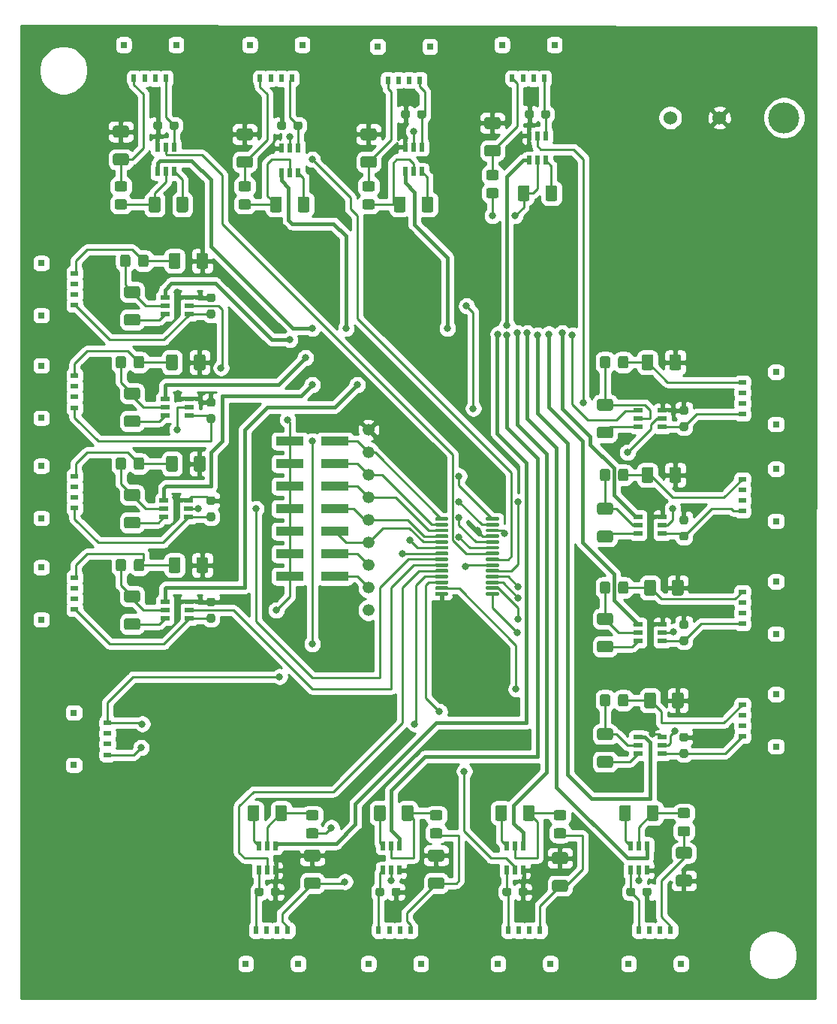
<source format=gbr>
%TF.GenerationSoftware,KiCad,Pcbnew,(5.1.9)-1*%
%TF.CreationDate,2021-03-29T16:21:42+05:30*%
%TF.ProjectId,LightStage,4c696768-7453-4746-9167-652e6b696361,rev?*%
%TF.SameCoordinates,Original*%
%TF.FileFunction,Copper,L1,Top*%
%TF.FilePolarity,Positive*%
%FSLAX46Y46*%
G04 Gerber Fmt 4.6, Leading zero omitted, Abs format (unit mm)*
G04 Created by KiCad (PCBNEW (5.1.9)-1) date 2021-03-29 16:21:42*
%MOMM*%
%LPD*%
G01*
G04 APERTURE LIST*
%TA.AperFunction,SMDPad,CuDef*%
%ADD10R,0.700000X0.800000*%
%TD*%
%TA.AperFunction,SMDPad,CuDef*%
%ADD11R,0.600000X0.850000*%
%TD*%
%TA.AperFunction,SMDPad,CuDef*%
%ADD12R,0.800000X0.700000*%
%TD*%
%TA.AperFunction,SMDPad,CuDef*%
%ADD13R,0.850000X0.600000*%
%TD*%
%TA.AperFunction,ComponentPad*%
%ADD14C,3.500000*%
%TD*%
%TA.AperFunction,ComponentPad*%
%ADD15C,1.524000*%
%TD*%
%TA.AperFunction,SMDPad,CuDef*%
%ADD16R,3.150000X1.000000*%
%TD*%
%TA.AperFunction,ComponentPad*%
%ADD17C,1.340000*%
%TD*%
%TA.AperFunction,SMDPad,CuDef*%
%ADD18R,0.558000X0.997699*%
%TD*%
%TA.AperFunction,SMDPad,CuDef*%
%ADD19R,0.997699X0.558000*%
%TD*%
%TA.AperFunction,ViaPad*%
%ADD20C,0.800000*%
%TD*%
%TA.AperFunction,Conductor*%
%ADD21C,0.250000*%
%TD*%
%TA.AperFunction,Conductor*%
%ADD22C,0.400000*%
%TD*%
%TA.AperFunction,Conductor*%
%ADD23C,0.254000*%
%TD*%
%TA.AperFunction,Conductor*%
%ADD24C,0.100000*%
%TD*%
G04 APERTURE END LIST*
D10*
%TO.P,J5,6*%
%TO.N,Net-(J5-Pad6)*%
X43001999Y-43468999D03*
%TO.P,J5,5*%
%TO.N,Net-(J5-Pad5)*%
X48902000Y-43468999D03*
D11*
%TO.P,J5,4*%
%TO.N,p_LED15*%
X44152000Y-47244000D03*
%TO.P,J5,3*%
%TO.N,Net-(J5-Pad3)*%
X45352000Y-47244000D03*
%TO.P,J5,2*%
%TO.N,Net-(J5-Pad2)*%
X46552000Y-47244000D03*
%TO.P,J5,1*%
%TO.N,n_LED15*%
X47752000Y-47244000D03*
%TD*%
D12*
%TO.P,J9,6*%
%TO.N,Net-(J9-Pad6)*%
X116551001Y-91261999D03*
%TO.P,J9,5*%
%TO.N,Net-(J9-Pad5)*%
X116551001Y-97162000D03*
D13*
%TO.P,J9,4*%
%TO.N,p_LED10*%
X112776000Y-92412000D03*
%TO.P,J9,3*%
%TO.N,Net-(J9-Pad3)*%
X112776000Y-93612000D03*
%TO.P,J9,2*%
%TO.N,Net-(J9-Pad2)*%
X112776000Y-94812000D03*
%TO.P,J9,1*%
%TO.N,n_LED10*%
X112776000Y-96012000D03*
%TD*%
D12*
%TO.P,J6,6*%
%TO.N,Net-(J6-Pad6)*%
X116551001Y-80339999D03*
%TO.P,J6,5*%
%TO.N,Net-(J6-Pad5)*%
X116551001Y-86240000D03*
D13*
%TO.P,J6,4*%
%TO.N,p_LED11*%
X112776000Y-81490000D03*
%TO.P,J6,3*%
%TO.N,Net-(J6-Pad3)*%
X112776000Y-82690000D03*
%TO.P,J6,2*%
%TO.N,Net-(J6-Pad2)*%
X112776000Y-83890000D03*
%TO.P,J6,1*%
%TO.N,n_LED11*%
X112776000Y-85090000D03*
%TD*%
D10*
%TO.P,J7,6*%
%TO.N,Net-(J7-Pad6)*%
X85673999Y-43468999D03*
%TO.P,J7,5*%
%TO.N,Net-(J7-Pad5)*%
X91574000Y-43468999D03*
D11*
%TO.P,J7,4*%
%TO.N,p_LED12*%
X86824000Y-47244000D03*
%TO.P,J7,3*%
%TO.N,Net-(J7-Pad3)*%
X88024000Y-47244000D03*
%TO.P,J7,2*%
%TO.N,Net-(J7-Pad2)*%
X89224000Y-47244000D03*
%TO.P,J7,1*%
%TO.N,n_LED12*%
X90424000Y-47244000D03*
%TD*%
D10*
%TO.P,J8,6*%
%TO.N,Net-(J8-Pad6)*%
X71628000Y-43688000D03*
%TO.P,J8,5*%
%TO.N,Net-(J8-Pad5)*%
X77528001Y-43688000D03*
D11*
%TO.P,J8,4*%
%TO.N,p_LED13*%
X72778001Y-47463001D03*
%TO.P,J8,3*%
%TO.N,Net-(J8-Pad3)*%
X73978001Y-47463001D03*
%TO.P,J8,2*%
%TO.N,Net-(J8-Pad2)*%
X75178001Y-47463001D03*
%TO.P,J8,1*%
%TO.N,n_LED13*%
X76378001Y-47463001D03*
%TD*%
D10*
%TO.P,J4,6*%
%TO.N,Net-(J4-Pad6)*%
X57225999Y-43468999D03*
%TO.P,J4,5*%
%TO.N,Net-(J4-Pad5)*%
X63126000Y-43468999D03*
D11*
%TO.P,J4,4*%
%TO.N,p_LED14*%
X58376000Y-47244000D03*
%TO.P,J4,3*%
%TO.N,Net-(J4-Pad3)*%
X59576000Y-47244000D03*
%TO.P,J4,2*%
%TO.N,Net-(J4-Pad2)*%
X60776000Y-47244000D03*
%TO.P,J4,1*%
%TO.N,n_LED14*%
X61976000Y-47244000D03*
%TD*%
D10*
%TO.P,J13,6*%
%TO.N,Net-(J13-Pad6)*%
X62662001Y-147031001D03*
%TO.P,J13,5*%
%TO.N,Net-(J13-Pad5)*%
X56762000Y-147031001D03*
D11*
%TO.P,J13,4*%
%TO.N,p_LED4*%
X61512000Y-143256000D03*
%TO.P,J13,3*%
%TO.N,Net-(J13-Pad3)*%
X60312000Y-143256000D03*
%TO.P,J13,2*%
%TO.N,Net-(J13-Pad2)*%
X59112000Y-143256000D03*
%TO.P,J13,1*%
%TO.N,n_LED4*%
X57912000Y-143256000D03*
%TD*%
D12*
%TO.P,J20,6*%
%TO.N,Net-(J20-Pad6)*%
X37372999Y-124638001D03*
%TO.P,J20,5*%
%TO.N,Net-(J20-Pad5)*%
X37372999Y-118738000D03*
D13*
%TO.P,J20,4*%
%TO.N,SCL*%
X41148000Y-123488000D03*
%TO.P,J20,3*%
%TO.N,Net-(J20-Pad3)*%
X41148000Y-122288000D03*
%TO.P,J20,2*%
%TO.N,Net-(J20-Pad2)*%
X41148000Y-121088000D03*
%TO.P,J20,1*%
%TO.N,SDA*%
X41148000Y-119888000D03*
%TD*%
D12*
%TO.P,J19,6*%
%TO.N,Net-(J19-Pad6)*%
X33689999Y-73965001D03*
%TO.P,J19,5*%
%TO.N,Net-(J19-Pad5)*%
X33689999Y-68065000D03*
D13*
%TO.P,J19,4*%
%TO.N,n_LED0*%
X37465000Y-72815000D03*
%TO.P,J19,3*%
%TO.N,Net-(J19-Pad3)*%
X37465000Y-71615000D03*
%TO.P,J19,2*%
%TO.N,Net-(J19-Pad2)*%
X37465000Y-70415000D03*
%TO.P,J19,1*%
%TO.N,p_LED0*%
X37465000Y-69215000D03*
%TD*%
D12*
%TO.P,J18,6*%
%TO.N,Net-(J18-Pad6)*%
X33689999Y-108255001D03*
%TO.P,J18,5*%
%TO.N,Net-(J18-Pad5)*%
X33689999Y-102355000D03*
D13*
%TO.P,J18,4*%
%TO.N,n_LED3*%
X37465000Y-107105000D03*
%TO.P,J18,3*%
%TO.N,Net-(J18-Pad3)*%
X37465000Y-105905000D03*
%TO.P,J18,2*%
%TO.N,Net-(J18-Pad2)*%
X37465000Y-104705000D03*
%TO.P,J18,1*%
%TO.N,p_LED3*%
X37465000Y-103505000D03*
%TD*%
D12*
%TO.P,J17,6*%
%TO.N,Net-(J17-Pad6)*%
X33689999Y-96825001D03*
%TO.P,J17,5*%
%TO.N,Net-(J17-Pad5)*%
X33689999Y-90925000D03*
D13*
%TO.P,J17,4*%
%TO.N,n_LED2*%
X37465000Y-95675000D03*
%TO.P,J17,3*%
%TO.N,Net-(J17-Pad3)*%
X37465000Y-94475000D03*
%TO.P,J17,2*%
%TO.N,Net-(J17-Pad2)*%
X37465000Y-93275000D03*
%TO.P,J17,1*%
%TO.N,p_LED2*%
X37465000Y-92075000D03*
%TD*%
D12*
%TO.P,J16,6*%
%TO.N,Net-(J16-Pad6)*%
X33689999Y-85522001D03*
%TO.P,J16,5*%
%TO.N,Net-(J16-Pad5)*%
X33689999Y-79622000D03*
D13*
%TO.P,J16,4*%
%TO.N,n_LED1*%
X37465000Y-84372000D03*
%TO.P,J16,3*%
%TO.N,Net-(J16-Pad3)*%
X37465000Y-83172000D03*
%TO.P,J16,2*%
%TO.N,Net-(J16-Pad2)*%
X37465000Y-81972000D03*
%TO.P,J16,1*%
%TO.N,p_LED1*%
X37465000Y-80772000D03*
%TD*%
D10*
%TO.P,J15,6*%
%TO.N,Net-(J15-Pad6)*%
X91110001Y-147031001D03*
%TO.P,J15,5*%
%TO.N,Net-(J15-Pad5)*%
X85210000Y-147031001D03*
D11*
%TO.P,J15,4*%
%TO.N,p_LED6*%
X89960000Y-143256000D03*
%TO.P,J15,3*%
%TO.N,Net-(J15-Pad3)*%
X88760000Y-143256000D03*
%TO.P,J15,2*%
%TO.N,Net-(J15-Pad2)*%
X87560000Y-143256000D03*
%TO.P,J15,1*%
%TO.N,n_LED6*%
X86360000Y-143256000D03*
%TD*%
D10*
%TO.P,J14,6*%
%TO.N,Net-(J14-Pad6)*%
X76505001Y-147031001D03*
%TO.P,J14,5*%
%TO.N,Net-(J14-Pad5)*%
X70605000Y-147031001D03*
D11*
%TO.P,J14,4*%
%TO.N,p_LED5*%
X75355000Y-143256000D03*
%TO.P,J14,3*%
%TO.N,Net-(J14-Pad3)*%
X74155000Y-143256000D03*
%TO.P,J14,2*%
%TO.N,Net-(J14-Pad2)*%
X72955000Y-143256000D03*
%TO.P,J14,1*%
%TO.N,n_LED5*%
X71755000Y-143256000D03*
%TD*%
D12*
%TO.P,J12,6*%
%TO.N,Net-(J12-Pad6)*%
X116551001Y-103961999D03*
%TO.P,J12,5*%
%TO.N,Net-(J12-Pad5)*%
X116551001Y-109862000D03*
D13*
%TO.P,J12,4*%
%TO.N,p_LED9*%
X112776000Y-105112000D03*
%TO.P,J12,3*%
%TO.N,Net-(J12-Pad3)*%
X112776000Y-106312000D03*
%TO.P,J12,2*%
%TO.N,Net-(J12-Pad2)*%
X112776000Y-107512000D03*
%TO.P,J12,1*%
%TO.N,n_LED9*%
X112776000Y-108712000D03*
%TD*%
D12*
%TO.P,J11,6*%
%TO.N,Net-(J11-Pad6)*%
X116551001Y-116661999D03*
%TO.P,J11,5*%
%TO.N,Net-(J11-Pad5)*%
X116551001Y-122562000D03*
D13*
%TO.P,J11,4*%
%TO.N,p_LED8*%
X112776000Y-117812000D03*
%TO.P,J11,3*%
%TO.N,Net-(J11-Pad3)*%
X112776000Y-119012000D03*
%TO.P,J11,2*%
%TO.N,Net-(J11-Pad2)*%
X112776000Y-120212000D03*
%TO.P,J11,1*%
%TO.N,n_LED8*%
X112776000Y-121412000D03*
%TD*%
D10*
%TO.P,J10,6*%
%TO.N,Net-(J10-Pad6)*%
X105842001Y-147031001D03*
%TO.P,J10,5*%
%TO.N,Net-(J10-Pad5)*%
X99942000Y-147031001D03*
D11*
%TO.P,J10,4*%
%TO.N,p_LED7*%
X104692000Y-143256000D03*
%TO.P,J10,3*%
%TO.N,Net-(J10-Pad3)*%
X103492000Y-143256000D03*
%TO.P,J10,2*%
%TO.N,Net-(J10-Pad2)*%
X102292000Y-143256000D03*
%TO.P,J10,1*%
%TO.N,n_LED7*%
X101092000Y-143256000D03*
%TD*%
D14*
%TO.P,J2,*%
%TO.N,*%
X117475000Y-51689000D03*
D15*
%TO.P,J2,2*%
%TO.N,GND*%
X110172500Y-51689000D03*
%TO.P,J2,1*%
%TO.N,24V*%
X104648000Y-51689000D03*
%TD*%
D16*
%TO.P,J1,14*%
%TO.N,OE*%
X66787000Y-103378000D03*
%TO.P,J1,13*%
%TO.N,5V*%
X61737000Y-103378000D03*
%TO.P,J1,12*%
%TO.N,A5*%
X66787000Y-100838000D03*
%TO.P,J1,11*%
%TO.N,5V*%
X61737000Y-100838000D03*
%TO.P,J1,10*%
%TO.N,A4*%
X66787000Y-98298000D03*
%TO.P,J1,9*%
%TO.N,5V*%
X61737000Y-98298000D03*
%TO.P,J1,8*%
%TO.N,A3*%
X66787000Y-95758000D03*
%TO.P,J1,7*%
%TO.N,5V*%
X61737000Y-95758000D03*
%TO.P,J1,6*%
%TO.N,A2*%
X66787000Y-93218000D03*
%TO.P,J1,5*%
%TO.N,5V*%
X61737000Y-93218000D03*
%TO.P,J1,4*%
%TO.N,A1*%
X66787000Y-90678000D03*
%TO.P,J1,3*%
%TO.N,5V*%
X61737000Y-90678000D03*
%TO.P,J1,2*%
%TO.N,A0*%
X66787000Y-88138000D03*
%TO.P,J1,1*%
%TO.N,5V*%
X61737000Y-88138000D03*
%TD*%
D17*
%TO.P,RN1,9*%
%TO.N,Net-(RN1-Pad9)*%
X70612000Y-107188000D03*
%TO.P,RN1,8*%
%TO.N,OE*%
X70612000Y-104648000D03*
%TO.P,RN1,7*%
%TO.N,A5*%
X70612000Y-102108000D03*
%TO.P,RN1,6*%
%TO.N,A4*%
X70612000Y-99568000D03*
%TO.P,RN1,5*%
%TO.N,A3*%
X70612000Y-97028000D03*
%TO.P,RN1,4*%
%TO.N,A2*%
X70612000Y-94488000D03*
%TO.P,RN1,3*%
%TO.N,A1*%
X70612000Y-91948000D03*
%TO.P,RN1,2*%
%TO.N,A0*%
X70612000Y-89408000D03*
%TO.P,RN1,1*%
%TO.N,GND*%
X70612000Y-86868000D03*
%TD*%
%TO.P,R19,2*%
%TO.N,GND*%
%TA.AperFunction,SMDPad,CuDef*%
G36*
G01*
X106409500Y-85173000D02*
X105934500Y-85173000D01*
G75*
G02*
X105697000Y-84935500I0J237500D01*
G01*
X105697000Y-84435500D01*
G75*
G02*
X105934500Y-84198000I237500J0D01*
G01*
X106409500Y-84198000D01*
G75*
G02*
X106647000Y-84435500I0J-237500D01*
G01*
X106647000Y-84935500D01*
G75*
G02*
X106409500Y-85173000I-237500J0D01*
G01*
G37*
%TD.AperFunction*%
%TO.P,R19,1*%
%TO.N,n_LED11*%
%TA.AperFunction,SMDPad,CuDef*%
G36*
G01*
X106409500Y-86998000D02*
X105934500Y-86998000D01*
G75*
G02*
X105697000Y-86760500I0J237500D01*
G01*
X105697000Y-86260500D01*
G75*
G02*
X105934500Y-86023000I237500J0D01*
G01*
X106409500Y-86023000D01*
G75*
G02*
X106647000Y-86260500I0J-237500D01*
G01*
X106647000Y-86760500D01*
G75*
G02*
X106409500Y-86998000I-237500J0D01*
G01*
G37*
%TD.AperFunction*%
%TD*%
%TO.P,R18,2*%
%TO.N,GND*%
%TA.AperFunction,SMDPad,CuDef*%
G36*
G01*
X106409500Y-97515500D02*
X105934500Y-97515500D01*
G75*
G02*
X105697000Y-97278000I0J237500D01*
G01*
X105697000Y-96778000D01*
G75*
G02*
X105934500Y-96540500I237500J0D01*
G01*
X106409500Y-96540500D01*
G75*
G02*
X106647000Y-96778000I0J-237500D01*
G01*
X106647000Y-97278000D01*
G75*
G02*
X106409500Y-97515500I-237500J0D01*
G01*
G37*
%TD.AperFunction*%
%TO.P,R18,1*%
%TO.N,n_LED10*%
%TA.AperFunction,SMDPad,CuDef*%
G36*
G01*
X106409500Y-99340500D02*
X105934500Y-99340500D01*
G75*
G02*
X105697000Y-99103000I0J237500D01*
G01*
X105697000Y-98603000D01*
G75*
G02*
X105934500Y-98365500I237500J0D01*
G01*
X106409500Y-98365500D01*
G75*
G02*
X106647000Y-98603000I0J-237500D01*
G01*
X106647000Y-99103000D01*
G75*
G02*
X106409500Y-99340500I-237500J0D01*
G01*
G37*
%TD.AperFunction*%
%TD*%
%TO.P,R17,2*%
%TO.N,GND*%
%TA.AperFunction,SMDPad,CuDef*%
G36*
G01*
X61297000Y-52340500D02*
X61297000Y-52815500D01*
G75*
G02*
X61059500Y-53053000I-237500J0D01*
G01*
X60559500Y-53053000D01*
G75*
G02*
X60322000Y-52815500I0J237500D01*
G01*
X60322000Y-52340500D01*
G75*
G02*
X60559500Y-52103000I237500J0D01*
G01*
X61059500Y-52103000D01*
G75*
G02*
X61297000Y-52340500I0J-237500D01*
G01*
G37*
%TD.AperFunction*%
%TO.P,R17,1*%
%TO.N,n_LED14*%
%TA.AperFunction,SMDPad,CuDef*%
G36*
G01*
X63122000Y-52340500D02*
X63122000Y-52815500D01*
G75*
G02*
X62884500Y-53053000I-237500J0D01*
G01*
X62384500Y-53053000D01*
G75*
G02*
X62147000Y-52815500I0J237500D01*
G01*
X62147000Y-52340500D01*
G75*
G02*
X62384500Y-52103000I237500J0D01*
G01*
X62884500Y-52103000D01*
G75*
G02*
X63122000Y-52340500I0J-237500D01*
G01*
G37*
%TD.AperFunction*%
%TD*%
%TO.P,R16,2*%
%TO.N,GND*%
%TA.AperFunction,SMDPad,CuDef*%
G36*
G01*
X75267000Y-51070500D02*
X75267000Y-51545500D01*
G75*
G02*
X75029500Y-51783000I-237500J0D01*
G01*
X74529500Y-51783000D01*
G75*
G02*
X74292000Y-51545500I0J237500D01*
G01*
X74292000Y-51070500D01*
G75*
G02*
X74529500Y-50833000I237500J0D01*
G01*
X75029500Y-50833000D01*
G75*
G02*
X75267000Y-51070500I0J-237500D01*
G01*
G37*
%TD.AperFunction*%
%TO.P,R16,1*%
%TO.N,n_LED13*%
%TA.AperFunction,SMDPad,CuDef*%
G36*
G01*
X77092000Y-51070500D02*
X77092000Y-51545500D01*
G75*
G02*
X76854500Y-51783000I-237500J0D01*
G01*
X76354500Y-51783000D01*
G75*
G02*
X76117000Y-51545500I0J237500D01*
G01*
X76117000Y-51070500D01*
G75*
G02*
X76354500Y-50833000I237500J0D01*
G01*
X76854500Y-50833000D01*
G75*
G02*
X77092000Y-51070500I0J-237500D01*
G01*
G37*
%TD.AperFunction*%
%TD*%
%TO.P,R15,2*%
%TO.N,GND*%
%TA.AperFunction,SMDPad,CuDef*%
G36*
G01*
X89237000Y-51070500D02*
X89237000Y-51545500D01*
G75*
G02*
X88999500Y-51783000I-237500J0D01*
G01*
X88499500Y-51783000D01*
G75*
G02*
X88262000Y-51545500I0J237500D01*
G01*
X88262000Y-51070500D01*
G75*
G02*
X88499500Y-50833000I237500J0D01*
G01*
X88999500Y-50833000D01*
G75*
G02*
X89237000Y-51070500I0J-237500D01*
G01*
G37*
%TD.AperFunction*%
%TO.P,R15,1*%
%TO.N,n_LED12*%
%TA.AperFunction,SMDPad,CuDef*%
G36*
G01*
X91062000Y-51070500D02*
X91062000Y-51545500D01*
G75*
G02*
X90824500Y-51783000I-237500J0D01*
G01*
X90324500Y-51783000D01*
G75*
G02*
X90087000Y-51545500I0J237500D01*
G01*
X90087000Y-51070500D01*
G75*
G02*
X90324500Y-50833000I237500J0D01*
G01*
X90824500Y-50833000D01*
G75*
G02*
X91062000Y-51070500I0J-237500D01*
G01*
G37*
%TD.AperFunction*%
%TD*%
%TO.P,R14,2*%
%TO.N,GND*%
%TA.AperFunction,SMDPad,CuDef*%
G36*
G01*
X47327000Y-52340500D02*
X47327000Y-52815500D01*
G75*
G02*
X47089500Y-53053000I-237500J0D01*
G01*
X46589500Y-53053000D01*
G75*
G02*
X46352000Y-52815500I0J237500D01*
G01*
X46352000Y-52340500D01*
G75*
G02*
X46589500Y-52103000I237500J0D01*
G01*
X47089500Y-52103000D01*
G75*
G02*
X47327000Y-52340500I0J-237500D01*
G01*
G37*
%TD.AperFunction*%
%TO.P,R14,1*%
%TO.N,n_LED15*%
%TA.AperFunction,SMDPad,CuDef*%
G36*
G01*
X49152000Y-52340500D02*
X49152000Y-52815500D01*
G75*
G02*
X48914500Y-53053000I-237500J0D01*
G01*
X48414500Y-53053000D01*
G75*
G02*
X48177000Y-52815500I0J237500D01*
G01*
X48177000Y-52340500D01*
G75*
G02*
X48414500Y-52103000I237500J0D01*
G01*
X48914500Y-52103000D01*
G75*
G02*
X49152000Y-52340500I0J-237500D01*
G01*
G37*
%TD.AperFunction*%
%TD*%
%TO.P,R13,2*%
%TO.N,GND*%
%TA.AperFunction,SMDPad,CuDef*%
G36*
G01*
X106409500Y-109303000D02*
X105934500Y-109303000D01*
G75*
G02*
X105697000Y-109065500I0J237500D01*
G01*
X105697000Y-108565500D01*
G75*
G02*
X105934500Y-108328000I237500J0D01*
G01*
X106409500Y-108328000D01*
G75*
G02*
X106647000Y-108565500I0J-237500D01*
G01*
X106647000Y-109065500D01*
G75*
G02*
X106409500Y-109303000I-237500J0D01*
G01*
G37*
%TD.AperFunction*%
%TO.P,R13,1*%
%TO.N,n_LED9*%
%TA.AperFunction,SMDPad,CuDef*%
G36*
G01*
X106409500Y-111128000D02*
X105934500Y-111128000D01*
G75*
G02*
X105697000Y-110890500I0J237500D01*
G01*
X105697000Y-110390500D01*
G75*
G02*
X105934500Y-110153000I237500J0D01*
G01*
X106409500Y-110153000D01*
G75*
G02*
X106647000Y-110390500I0J-237500D01*
G01*
X106647000Y-110890500D01*
G75*
G02*
X106409500Y-111128000I-237500J0D01*
G01*
G37*
%TD.AperFunction*%
%TD*%
%TO.P,R12,2*%
%TO.N,GND*%
%TA.AperFunction,SMDPad,CuDef*%
G36*
G01*
X106409500Y-122003000D02*
X105934500Y-122003000D01*
G75*
G02*
X105697000Y-121765500I0J237500D01*
G01*
X105697000Y-121265500D01*
G75*
G02*
X105934500Y-121028000I237500J0D01*
G01*
X106409500Y-121028000D01*
G75*
G02*
X106647000Y-121265500I0J-237500D01*
G01*
X106647000Y-121765500D01*
G75*
G02*
X106409500Y-122003000I-237500J0D01*
G01*
G37*
%TD.AperFunction*%
%TO.P,R12,1*%
%TO.N,n_LED8*%
%TA.AperFunction,SMDPad,CuDef*%
G36*
G01*
X106409500Y-123828000D02*
X105934500Y-123828000D01*
G75*
G02*
X105697000Y-123590500I0J237500D01*
G01*
X105697000Y-123090500D01*
G75*
G02*
X105934500Y-122853000I237500J0D01*
G01*
X106409500Y-122853000D01*
G75*
G02*
X106647000Y-123090500I0J-237500D01*
G01*
X106647000Y-123590500D01*
G75*
G02*
X106409500Y-123828000I-237500J0D01*
G01*
G37*
%TD.AperFunction*%
%TD*%
%TO.P,R11,2*%
%TO.N,GND*%
%TA.AperFunction,SMDPad,CuDef*%
G36*
G01*
X87547000Y-139175500D02*
X87547000Y-138700500D01*
G75*
G02*
X87784500Y-138463000I237500J0D01*
G01*
X88284500Y-138463000D01*
G75*
G02*
X88522000Y-138700500I0J-237500D01*
G01*
X88522000Y-139175500D01*
G75*
G02*
X88284500Y-139413000I-237500J0D01*
G01*
X87784500Y-139413000D01*
G75*
G02*
X87547000Y-139175500I0J237500D01*
G01*
G37*
%TD.AperFunction*%
%TO.P,R11,1*%
%TO.N,n_LED6*%
%TA.AperFunction,SMDPad,CuDef*%
G36*
G01*
X85722000Y-139175500D02*
X85722000Y-138700500D01*
G75*
G02*
X85959500Y-138463000I237500J0D01*
G01*
X86459500Y-138463000D01*
G75*
G02*
X86697000Y-138700500I0J-237500D01*
G01*
X86697000Y-139175500D01*
G75*
G02*
X86459500Y-139413000I-237500J0D01*
G01*
X85959500Y-139413000D01*
G75*
G02*
X85722000Y-139175500I0J237500D01*
G01*
G37*
%TD.AperFunction*%
%TD*%
%TO.P,R10,2*%
%TO.N,GND*%
%TA.AperFunction,SMDPad,CuDef*%
G36*
G01*
X101517000Y-139175500D02*
X101517000Y-138700500D01*
G75*
G02*
X101754500Y-138463000I237500J0D01*
G01*
X102254500Y-138463000D01*
G75*
G02*
X102492000Y-138700500I0J-237500D01*
G01*
X102492000Y-139175500D01*
G75*
G02*
X102254500Y-139413000I-237500J0D01*
G01*
X101754500Y-139413000D01*
G75*
G02*
X101517000Y-139175500I0J237500D01*
G01*
G37*
%TD.AperFunction*%
%TO.P,R10,1*%
%TO.N,n_LED7*%
%TA.AperFunction,SMDPad,CuDef*%
G36*
G01*
X99692000Y-139175500D02*
X99692000Y-138700500D01*
G75*
G02*
X99929500Y-138463000I237500J0D01*
G01*
X100429500Y-138463000D01*
G75*
G02*
X100667000Y-138700500I0J-237500D01*
G01*
X100667000Y-139175500D01*
G75*
G02*
X100429500Y-139413000I-237500J0D01*
G01*
X99929500Y-139413000D01*
G75*
G02*
X99692000Y-139175500I0J237500D01*
G01*
G37*
%TD.AperFunction*%
%TD*%
%TO.P,L16,2*%
%TO.N,p_LED11*%
%TA.AperFunction,SMDPad,CuDef*%
G36*
G01*
X98757000Y-79698001D02*
X98757000Y-78797999D01*
G75*
G02*
X99006999Y-78548000I249999J0D01*
G01*
X99657001Y-78548000D01*
G75*
G02*
X99907000Y-78797999I0J-249999D01*
G01*
X99907000Y-79698001D01*
G75*
G02*
X99657001Y-79948000I-249999J0D01*
G01*
X99006999Y-79948000D01*
G75*
G02*
X98757000Y-79698001I0J249999D01*
G01*
G37*
%TD.AperFunction*%
%TO.P,L16,1*%
%TO.N,Net-(C34-Pad2)*%
%TA.AperFunction,SMDPad,CuDef*%
G36*
G01*
X96707000Y-79698001D02*
X96707000Y-78797999D01*
G75*
G02*
X96956999Y-78548000I249999J0D01*
G01*
X97607001Y-78548000D01*
G75*
G02*
X97857000Y-78797999I0J-249999D01*
G01*
X97857000Y-79698001D01*
G75*
G02*
X97607001Y-79948000I-249999J0D01*
G01*
X96956999Y-79948000D01*
G75*
G02*
X96707000Y-79698001I0J249999D01*
G01*
G37*
%TD.AperFunction*%
%TD*%
%TO.P,L15,2*%
%TO.N,p_LED10*%
%TA.AperFunction,SMDPad,CuDef*%
G36*
G01*
X98757000Y-92398001D02*
X98757000Y-91497999D01*
G75*
G02*
X99006999Y-91248000I249999J0D01*
G01*
X99657001Y-91248000D01*
G75*
G02*
X99907000Y-91497999I0J-249999D01*
G01*
X99907000Y-92398001D01*
G75*
G02*
X99657001Y-92648000I-249999J0D01*
G01*
X99006999Y-92648000D01*
G75*
G02*
X98757000Y-92398001I0J249999D01*
G01*
G37*
%TD.AperFunction*%
%TO.P,L15,1*%
%TO.N,Net-(C33-Pad2)*%
%TA.AperFunction,SMDPad,CuDef*%
G36*
G01*
X96707000Y-92398001D02*
X96707000Y-91497999D01*
G75*
G02*
X96956999Y-91248000I249999J0D01*
G01*
X97607001Y-91248000D01*
G75*
G02*
X97857000Y-91497999I0J-249999D01*
G01*
X97857000Y-92398001D01*
G75*
G02*
X97607001Y-92648000I-249999J0D01*
G01*
X96956999Y-92648000D01*
G75*
G02*
X96707000Y-92398001I0J249999D01*
G01*
G37*
%TD.AperFunction*%
%TD*%
%TO.P,L14,2*%
%TO.N,p_LED14*%
%TA.AperFunction,SMDPad,CuDef*%
G36*
G01*
X57092001Y-59993000D02*
X56191999Y-59993000D01*
G75*
G02*
X55942000Y-59743001I0J249999D01*
G01*
X55942000Y-59092999D01*
G75*
G02*
X56191999Y-58843000I249999J0D01*
G01*
X57092001Y-58843000D01*
G75*
G02*
X57342000Y-59092999I0J-249999D01*
G01*
X57342000Y-59743001D01*
G75*
G02*
X57092001Y-59993000I-249999J0D01*
G01*
G37*
%TD.AperFunction*%
%TO.P,L14,1*%
%TO.N,Net-(C32-Pad2)*%
%TA.AperFunction,SMDPad,CuDef*%
G36*
G01*
X57092001Y-62043000D02*
X56191999Y-62043000D01*
G75*
G02*
X55942000Y-61793001I0J249999D01*
G01*
X55942000Y-61142999D01*
G75*
G02*
X56191999Y-60893000I249999J0D01*
G01*
X57092001Y-60893000D01*
G75*
G02*
X57342000Y-61142999I0J-249999D01*
G01*
X57342000Y-61793001D01*
G75*
G02*
X57092001Y-62043000I-249999J0D01*
G01*
G37*
%TD.AperFunction*%
%TD*%
%TO.P,L13,2*%
%TO.N,p_LED13*%
%TA.AperFunction,SMDPad,CuDef*%
G36*
G01*
X71062001Y-59993000D02*
X70161999Y-59993000D01*
G75*
G02*
X69912000Y-59743001I0J249999D01*
G01*
X69912000Y-59092999D01*
G75*
G02*
X70161999Y-58843000I249999J0D01*
G01*
X71062001Y-58843000D01*
G75*
G02*
X71312000Y-59092999I0J-249999D01*
G01*
X71312000Y-59743001D01*
G75*
G02*
X71062001Y-59993000I-249999J0D01*
G01*
G37*
%TD.AperFunction*%
%TO.P,L13,1*%
%TO.N,Net-(C31-Pad2)*%
%TA.AperFunction,SMDPad,CuDef*%
G36*
G01*
X71062001Y-62043000D02*
X70161999Y-62043000D01*
G75*
G02*
X69912000Y-61793001I0J249999D01*
G01*
X69912000Y-61142999D01*
G75*
G02*
X70161999Y-60893000I249999J0D01*
G01*
X71062001Y-60893000D01*
G75*
G02*
X71312000Y-61142999I0J-249999D01*
G01*
X71312000Y-61793001D01*
G75*
G02*
X71062001Y-62043000I-249999J0D01*
G01*
G37*
%TD.AperFunction*%
%TD*%
%TO.P,L12,2*%
%TO.N,p_LED12*%
%TA.AperFunction,SMDPad,CuDef*%
G36*
G01*
X85032001Y-58723000D02*
X84131999Y-58723000D01*
G75*
G02*
X83882000Y-58473001I0J249999D01*
G01*
X83882000Y-57822999D01*
G75*
G02*
X84131999Y-57573000I249999J0D01*
G01*
X85032001Y-57573000D01*
G75*
G02*
X85282000Y-57822999I0J-249999D01*
G01*
X85282000Y-58473001D01*
G75*
G02*
X85032001Y-58723000I-249999J0D01*
G01*
G37*
%TD.AperFunction*%
%TO.P,L12,1*%
%TO.N,Net-(C30-Pad2)*%
%TA.AperFunction,SMDPad,CuDef*%
G36*
G01*
X85032001Y-60773000D02*
X84131999Y-60773000D01*
G75*
G02*
X83882000Y-60523001I0J249999D01*
G01*
X83882000Y-59872999D01*
G75*
G02*
X84131999Y-59623000I249999J0D01*
G01*
X85032001Y-59623000D01*
G75*
G02*
X85282000Y-59872999I0J-249999D01*
G01*
X85282000Y-60523001D01*
G75*
G02*
X85032001Y-60773000I-249999J0D01*
G01*
G37*
%TD.AperFunction*%
%TD*%
%TO.P,L11,2*%
%TO.N,p_LED15*%
%TA.AperFunction,SMDPad,CuDef*%
G36*
G01*
X43122001Y-59993000D02*
X42221999Y-59993000D01*
G75*
G02*
X41972000Y-59743001I0J249999D01*
G01*
X41972000Y-59092999D01*
G75*
G02*
X42221999Y-58843000I249999J0D01*
G01*
X43122001Y-58843000D01*
G75*
G02*
X43372000Y-59092999I0J-249999D01*
G01*
X43372000Y-59743001D01*
G75*
G02*
X43122001Y-59993000I-249999J0D01*
G01*
G37*
%TD.AperFunction*%
%TO.P,L11,1*%
%TO.N,Net-(C23-Pad2)*%
%TA.AperFunction,SMDPad,CuDef*%
G36*
G01*
X43122001Y-62043000D02*
X42221999Y-62043000D01*
G75*
G02*
X41972000Y-61793001I0J249999D01*
G01*
X41972000Y-61142999D01*
G75*
G02*
X42221999Y-60893000I249999J0D01*
G01*
X43122001Y-60893000D01*
G75*
G02*
X43372000Y-61142999I0J-249999D01*
G01*
X43372000Y-61793001D01*
G75*
G02*
X43122001Y-62043000I-249999J0D01*
G01*
G37*
%TD.AperFunction*%
%TD*%
%TO.P,L10,2*%
%TO.N,p_LED9*%
%TA.AperFunction,SMDPad,CuDef*%
G36*
G01*
X98757000Y-105098001D02*
X98757000Y-104197999D01*
G75*
G02*
X99006999Y-103948000I249999J0D01*
G01*
X99657001Y-103948000D01*
G75*
G02*
X99907000Y-104197999I0J-249999D01*
G01*
X99907000Y-105098001D01*
G75*
G02*
X99657001Y-105348000I-249999J0D01*
G01*
X99006999Y-105348000D01*
G75*
G02*
X98757000Y-105098001I0J249999D01*
G01*
G37*
%TD.AperFunction*%
%TO.P,L10,1*%
%TO.N,Net-(C22-Pad2)*%
%TA.AperFunction,SMDPad,CuDef*%
G36*
G01*
X96707000Y-105098001D02*
X96707000Y-104197999D01*
G75*
G02*
X96956999Y-103948000I249999J0D01*
G01*
X97607001Y-103948000D01*
G75*
G02*
X97857000Y-104197999I0J-249999D01*
G01*
X97857000Y-105098001D01*
G75*
G02*
X97607001Y-105348000I-249999J0D01*
G01*
X96956999Y-105348000D01*
G75*
G02*
X96707000Y-105098001I0J249999D01*
G01*
G37*
%TD.AperFunction*%
%TD*%
%TO.P,L9,2*%
%TO.N,p_LED8*%
%TA.AperFunction,SMDPad,CuDef*%
G36*
G01*
X98757000Y-117798001D02*
X98757000Y-116897999D01*
G75*
G02*
X99006999Y-116648000I249999J0D01*
G01*
X99657001Y-116648000D01*
G75*
G02*
X99907000Y-116897999I0J-249999D01*
G01*
X99907000Y-117798001D01*
G75*
G02*
X99657001Y-118048000I-249999J0D01*
G01*
X99006999Y-118048000D01*
G75*
G02*
X98757000Y-117798001I0J249999D01*
G01*
G37*
%TD.AperFunction*%
%TO.P,L9,1*%
%TO.N,Net-(C21-Pad2)*%
%TA.AperFunction,SMDPad,CuDef*%
G36*
G01*
X96707000Y-117798001D02*
X96707000Y-116897999D01*
G75*
G02*
X96956999Y-116648000I249999J0D01*
G01*
X97607001Y-116648000D01*
G75*
G02*
X97857000Y-116897999I0J-249999D01*
G01*
X97857000Y-117798001D01*
G75*
G02*
X97607001Y-118048000I-249999J0D01*
G01*
X96956999Y-118048000D01*
G75*
G02*
X96707000Y-117798001I0J249999D01*
G01*
G37*
%TD.AperFunction*%
%TD*%
%TO.P,L8,2*%
%TO.N,p_LED6*%
%TA.AperFunction,SMDPad,CuDef*%
G36*
G01*
X91751999Y-131768000D02*
X92652001Y-131768000D01*
G75*
G02*
X92902000Y-132017999I0J-249999D01*
G01*
X92902000Y-132668001D01*
G75*
G02*
X92652001Y-132918000I-249999J0D01*
G01*
X91751999Y-132918000D01*
G75*
G02*
X91502000Y-132668001I0J249999D01*
G01*
X91502000Y-132017999D01*
G75*
G02*
X91751999Y-131768000I249999J0D01*
G01*
G37*
%TD.AperFunction*%
%TO.P,L8,1*%
%TO.N,Net-(C20-Pad2)*%
%TA.AperFunction,SMDPad,CuDef*%
G36*
G01*
X91751999Y-129718000D02*
X92652001Y-129718000D01*
G75*
G02*
X92902000Y-129967999I0J-249999D01*
G01*
X92902000Y-130618001D01*
G75*
G02*
X92652001Y-130868000I-249999J0D01*
G01*
X91751999Y-130868000D01*
G75*
G02*
X91502000Y-130618001I0J249999D01*
G01*
X91502000Y-129967999D01*
G75*
G02*
X91751999Y-129718000I249999J0D01*
G01*
G37*
%TD.AperFunction*%
%TD*%
%TO.P,L7,2*%
%TO.N,p_LED7*%
%TA.AperFunction,SMDPad,CuDef*%
G36*
G01*
X105721999Y-131523000D02*
X106622001Y-131523000D01*
G75*
G02*
X106872000Y-131772999I0J-249999D01*
G01*
X106872000Y-132423001D01*
G75*
G02*
X106622001Y-132673000I-249999J0D01*
G01*
X105721999Y-132673000D01*
G75*
G02*
X105472000Y-132423001I0J249999D01*
G01*
X105472000Y-131772999D01*
G75*
G02*
X105721999Y-131523000I249999J0D01*
G01*
G37*
%TD.AperFunction*%
%TO.P,L7,1*%
%TO.N,Net-(C18-Pad2)*%
%TA.AperFunction,SMDPad,CuDef*%
G36*
G01*
X105721999Y-129473000D02*
X106622001Y-129473000D01*
G75*
G02*
X106872000Y-129722999I0J-249999D01*
G01*
X106872000Y-130373001D01*
G75*
G02*
X106622001Y-130623000I-249999J0D01*
G01*
X105721999Y-130623000D01*
G75*
G02*
X105472000Y-130373001I0J249999D01*
G01*
X105472000Y-129722999D01*
G75*
G02*
X105721999Y-129473000I249999J0D01*
G01*
G37*
%TD.AperFunction*%
%TD*%
%TO.P,C39,2*%
%TO.N,GND*%
%TA.AperFunction,SMDPad,CuDef*%
G36*
G01*
X104532000Y-79898001D02*
X104532000Y-78597999D01*
G75*
G02*
X104781999Y-78348000I249999J0D01*
G01*
X105607001Y-78348000D01*
G75*
G02*
X105857000Y-78597999I0J-249999D01*
G01*
X105857000Y-79898001D01*
G75*
G02*
X105607001Y-80148000I-249999J0D01*
G01*
X104781999Y-80148000D01*
G75*
G02*
X104532000Y-79898001I0J249999D01*
G01*
G37*
%TD.AperFunction*%
%TO.P,C39,1*%
%TO.N,p_LED11*%
%TA.AperFunction,SMDPad,CuDef*%
G36*
G01*
X101407000Y-79898001D02*
X101407000Y-78597999D01*
G75*
G02*
X101656999Y-78348000I249999J0D01*
G01*
X102482001Y-78348000D01*
G75*
G02*
X102732000Y-78597999I0J-249999D01*
G01*
X102732000Y-79898001D01*
G75*
G02*
X102482001Y-80148000I-249999J0D01*
G01*
X101656999Y-80148000D01*
G75*
G02*
X101407000Y-79898001I0J249999D01*
G01*
G37*
%TD.AperFunction*%
%TD*%
%TO.P,C38,2*%
%TO.N,GND*%
%TA.AperFunction,SMDPad,CuDef*%
G36*
G01*
X104532000Y-92598001D02*
X104532000Y-91297999D01*
G75*
G02*
X104781999Y-91048000I249999J0D01*
G01*
X105607001Y-91048000D01*
G75*
G02*
X105857000Y-91297999I0J-249999D01*
G01*
X105857000Y-92598001D01*
G75*
G02*
X105607001Y-92848000I-249999J0D01*
G01*
X104781999Y-92848000D01*
G75*
G02*
X104532000Y-92598001I0J249999D01*
G01*
G37*
%TD.AperFunction*%
%TO.P,C38,1*%
%TO.N,p_LED10*%
%TA.AperFunction,SMDPad,CuDef*%
G36*
G01*
X101407000Y-92598001D02*
X101407000Y-91297999D01*
G75*
G02*
X101656999Y-91048000I249999J0D01*
G01*
X102482001Y-91048000D01*
G75*
G02*
X102732000Y-91297999I0J-249999D01*
G01*
X102732000Y-92598001D01*
G75*
G02*
X102482001Y-92848000I-249999J0D01*
G01*
X101656999Y-92848000D01*
G75*
G02*
X101407000Y-92598001I0J249999D01*
G01*
G37*
%TD.AperFunction*%
%TD*%
%TO.P,C37,2*%
%TO.N,GND*%
%TA.AperFunction,SMDPad,CuDef*%
G36*
G01*
X57292001Y-54218000D02*
X55991999Y-54218000D01*
G75*
G02*
X55742000Y-53968001I0J249999D01*
G01*
X55742000Y-53142999D01*
G75*
G02*
X55991999Y-52893000I249999J0D01*
G01*
X57292001Y-52893000D01*
G75*
G02*
X57542000Y-53142999I0J-249999D01*
G01*
X57542000Y-53968001D01*
G75*
G02*
X57292001Y-54218000I-249999J0D01*
G01*
G37*
%TD.AperFunction*%
%TO.P,C37,1*%
%TO.N,p_LED14*%
%TA.AperFunction,SMDPad,CuDef*%
G36*
G01*
X57292001Y-57343000D02*
X55991999Y-57343000D01*
G75*
G02*
X55742000Y-57093001I0J249999D01*
G01*
X55742000Y-56267999D01*
G75*
G02*
X55991999Y-56018000I249999J0D01*
G01*
X57292001Y-56018000D01*
G75*
G02*
X57542000Y-56267999I0J-249999D01*
G01*
X57542000Y-57093001D01*
G75*
G02*
X57292001Y-57343000I-249999J0D01*
G01*
G37*
%TD.AperFunction*%
%TD*%
%TO.P,C36,2*%
%TO.N,GND*%
%TA.AperFunction,SMDPad,CuDef*%
G36*
G01*
X71262001Y-54218000D02*
X69961999Y-54218000D01*
G75*
G02*
X69712000Y-53968001I0J249999D01*
G01*
X69712000Y-53142999D01*
G75*
G02*
X69961999Y-52893000I249999J0D01*
G01*
X71262001Y-52893000D01*
G75*
G02*
X71512000Y-53142999I0J-249999D01*
G01*
X71512000Y-53968001D01*
G75*
G02*
X71262001Y-54218000I-249999J0D01*
G01*
G37*
%TD.AperFunction*%
%TO.P,C36,1*%
%TO.N,p_LED13*%
%TA.AperFunction,SMDPad,CuDef*%
G36*
G01*
X71262001Y-57343000D02*
X69961999Y-57343000D01*
G75*
G02*
X69712000Y-57093001I0J249999D01*
G01*
X69712000Y-56267999D01*
G75*
G02*
X69961999Y-56018000I249999J0D01*
G01*
X71262001Y-56018000D01*
G75*
G02*
X71512000Y-56267999I0J-249999D01*
G01*
X71512000Y-57093001D01*
G75*
G02*
X71262001Y-57343000I-249999J0D01*
G01*
G37*
%TD.AperFunction*%
%TD*%
%TO.P,C35,2*%
%TO.N,GND*%
%TA.AperFunction,SMDPad,CuDef*%
G36*
G01*
X85232001Y-52948000D02*
X83931999Y-52948000D01*
G75*
G02*
X83682000Y-52698001I0J249999D01*
G01*
X83682000Y-51872999D01*
G75*
G02*
X83931999Y-51623000I249999J0D01*
G01*
X85232001Y-51623000D01*
G75*
G02*
X85482000Y-51872999I0J-249999D01*
G01*
X85482000Y-52698001D01*
G75*
G02*
X85232001Y-52948000I-249999J0D01*
G01*
G37*
%TD.AperFunction*%
%TO.P,C35,1*%
%TO.N,p_LED12*%
%TA.AperFunction,SMDPad,CuDef*%
G36*
G01*
X85232001Y-56073000D02*
X83931999Y-56073000D01*
G75*
G02*
X83682000Y-55823001I0J249999D01*
G01*
X83682000Y-54997999D01*
G75*
G02*
X83931999Y-54748000I249999J0D01*
G01*
X85232001Y-54748000D01*
G75*
G02*
X85482000Y-54997999I0J-249999D01*
G01*
X85482000Y-55823001D01*
G75*
G02*
X85232001Y-56073000I-249999J0D01*
G01*
G37*
%TD.AperFunction*%
%TD*%
%TO.P,C34,2*%
%TO.N,Net-(C34-Pad2)*%
%TA.AperFunction,SMDPad,CuDef*%
G36*
G01*
X97932001Y-84698000D02*
X96631999Y-84698000D01*
G75*
G02*
X96382000Y-84448001I0J249999D01*
G01*
X96382000Y-83622999D01*
G75*
G02*
X96631999Y-83373000I249999J0D01*
G01*
X97932001Y-83373000D01*
G75*
G02*
X98182000Y-83622999I0J-249999D01*
G01*
X98182000Y-84448001D01*
G75*
G02*
X97932001Y-84698000I-249999J0D01*
G01*
G37*
%TD.AperFunction*%
%TO.P,C34,1*%
%TO.N,Net-(C34-Pad1)*%
%TA.AperFunction,SMDPad,CuDef*%
G36*
G01*
X97932001Y-87823000D02*
X96631999Y-87823000D01*
G75*
G02*
X96382000Y-87573001I0J249999D01*
G01*
X96382000Y-86747999D01*
G75*
G02*
X96631999Y-86498000I249999J0D01*
G01*
X97932001Y-86498000D01*
G75*
G02*
X98182000Y-86747999I0J-249999D01*
G01*
X98182000Y-87573001D01*
G75*
G02*
X97932001Y-87823000I-249999J0D01*
G01*
G37*
%TD.AperFunction*%
%TD*%
%TO.P,C33,2*%
%TO.N,Net-(C33-Pad2)*%
%TA.AperFunction,SMDPad,CuDef*%
G36*
G01*
X97932001Y-96420500D02*
X96631999Y-96420500D01*
G75*
G02*
X96382000Y-96170501I0J249999D01*
G01*
X96382000Y-95345499D01*
G75*
G02*
X96631999Y-95095500I249999J0D01*
G01*
X97932001Y-95095500D01*
G75*
G02*
X98182000Y-95345499I0J-249999D01*
G01*
X98182000Y-96170501D01*
G75*
G02*
X97932001Y-96420500I-249999J0D01*
G01*
G37*
%TD.AperFunction*%
%TO.P,C33,1*%
%TO.N,Net-(C33-Pad1)*%
%TA.AperFunction,SMDPad,CuDef*%
G36*
G01*
X97932001Y-99545500D02*
X96631999Y-99545500D01*
G75*
G02*
X96382000Y-99295501I0J249999D01*
G01*
X96382000Y-98470499D01*
G75*
G02*
X96631999Y-98220500I249999J0D01*
G01*
X97932001Y-98220500D01*
G75*
G02*
X98182000Y-98470499I0J-249999D01*
G01*
X98182000Y-99295501D01*
G75*
G02*
X97932001Y-99545500I-249999J0D01*
G01*
G37*
%TD.AperFunction*%
%TD*%
%TO.P,C32,2*%
%TO.N,Net-(C32-Pad2)*%
%TA.AperFunction,SMDPad,CuDef*%
G36*
G01*
X60822000Y-60817999D02*
X60822000Y-62118001D01*
G75*
G02*
X60572001Y-62368000I-249999J0D01*
G01*
X59746999Y-62368000D01*
G75*
G02*
X59497000Y-62118001I0J249999D01*
G01*
X59497000Y-60817999D01*
G75*
G02*
X59746999Y-60568000I249999J0D01*
G01*
X60572001Y-60568000D01*
G75*
G02*
X60822000Y-60817999I0J-249999D01*
G01*
G37*
%TD.AperFunction*%
%TO.P,C32,1*%
%TO.N,Net-(C32-Pad1)*%
%TA.AperFunction,SMDPad,CuDef*%
G36*
G01*
X63947000Y-60817999D02*
X63947000Y-62118001D01*
G75*
G02*
X63697001Y-62368000I-249999J0D01*
G01*
X62871999Y-62368000D01*
G75*
G02*
X62622000Y-62118001I0J249999D01*
G01*
X62622000Y-60817999D01*
G75*
G02*
X62871999Y-60568000I249999J0D01*
G01*
X63697001Y-60568000D01*
G75*
G02*
X63947000Y-60817999I0J-249999D01*
G01*
G37*
%TD.AperFunction*%
%TD*%
%TO.P,C31,2*%
%TO.N,Net-(C31-Pad2)*%
%TA.AperFunction,SMDPad,CuDef*%
G36*
G01*
X74792000Y-60817999D02*
X74792000Y-62118001D01*
G75*
G02*
X74542001Y-62368000I-249999J0D01*
G01*
X73716999Y-62368000D01*
G75*
G02*
X73467000Y-62118001I0J249999D01*
G01*
X73467000Y-60817999D01*
G75*
G02*
X73716999Y-60568000I249999J0D01*
G01*
X74542001Y-60568000D01*
G75*
G02*
X74792000Y-60817999I0J-249999D01*
G01*
G37*
%TD.AperFunction*%
%TO.P,C31,1*%
%TO.N,Net-(C31-Pad1)*%
%TA.AperFunction,SMDPad,CuDef*%
G36*
G01*
X77917000Y-60817999D02*
X77917000Y-62118001D01*
G75*
G02*
X77667001Y-62368000I-249999J0D01*
G01*
X76841999Y-62368000D01*
G75*
G02*
X76592000Y-62118001I0J249999D01*
G01*
X76592000Y-60817999D01*
G75*
G02*
X76841999Y-60568000I249999J0D01*
G01*
X77667001Y-60568000D01*
G75*
G02*
X77917000Y-60817999I0J-249999D01*
G01*
G37*
%TD.AperFunction*%
%TD*%
%TO.P,C30,2*%
%TO.N,Net-(C30-Pad2)*%
%TA.AperFunction,SMDPad,CuDef*%
G36*
G01*
X88762000Y-59547999D02*
X88762000Y-60848001D01*
G75*
G02*
X88512001Y-61098000I-249999J0D01*
G01*
X87686999Y-61098000D01*
G75*
G02*
X87437000Y-60848001I0J249999D01*
G01*
X87437000Y-59547999D01*
G75*
G02*
X87686999Y-59298000I249999J0D01*
G01*
X88512001Y-59298000D01*
G75*
G02*
X88762000Y-59547999I0J-249999D01*
G01*
G37*
%TD.AperFunction*%
%TO.P,C30,1*%
%TO.N,Net-(C30-Pad1)*%
%TA.AperFunction,SMDPad,CuDef*%
G36*
G01*
X91887000Y-59547999D02*
X91887000Y-60848001D01*
G75*
G02*
X91637001Y-61098000I-249999J0D01*
G01*
X90811999Y-61098000D01*
G75*
G02*
X90562000Y-60848001I0J249999D01*
G01*
X90562000Y-59547999D01*
G75*
G02*
X90811999Y-59298000I249999J0D01*
G01*
X91637001Y-59298000D01*
G75*
G02*
X91887000Y-59547999I0J-249999D01*
G01*
G37*
%TD.AperFunction*%
%TD*%
%TO.P,C29,2*%
%TO.N,GND*%
%TA.AperFunction,SMDPad,CuDef*%
G36*
G01*
X43322001Y-53925500D02*
X42021999Y-53925500D01*
G75*
G02*
X41772000Y-53675501I0J249999D01*
G01*
X41772000Y-52850499D01*
G75*
G02*
X42021999Y-52600500I249999J0D01*
G01*
X43322001Y-52600500D01*
G75*
G02*
X43572000Y-52850499I0J-249999D01*
G01*
X43572000Y-53675501D01*
G75*
G02*
X43322001Y-53925500I-249999J0D01*
G01*
G37*
%TD.AperFunction*%
%TO.P,C29,1*%
%TO.N,p_LED15*%
%TA.AperFunction,SMDPad,CuDef*%
G36*
G01*
X43322001Y-57050500D02*
X42021999Y-57050500D01*
G75*
G02*
X41772000Y-56800501I0J249999D01*
G01*
X41772000Y-55975499D01*
G75*
G02*
X42021999Y-55725500I249999J0D01*
G01*
X43322001Y-55725500D01*
G75*
G02*
X43572000Y-55975499I0J-249999D01*
G01*
X43572000Y-56800501D01*
G75*
G02*
X43322001Y-57050500I-249999J0D01*
G01*
G37*
%TD.AperFunction*%
%TD*%
%TO.P,C28,2*%
%TO.N,GND*%
%TA.AperFunction,SMDPad,CuDef*%
G36*
G01*
X104824500Y-105298001D02*
X104824500Y-103997999D01*
G75*
G02*
X105074499Y-103748000I249999J0D01*
G01*
X105899501Y-103748000D01*
G75*
G02*
X106149500Y-103997999I0J-249999D01*
G01*
X106149500Y-105298001D01*
G75*
G02*
X105899501Y-105548000I-249999J0D01*
G01*
X105074499Y-105548000D01*
G75*
G02*
X104824500Y-105298001I0J249999D01*
G01*
G37*
%TD.AperFunction*%
%TO.P,C28,1*%
%TO.N,p_LED9*%
%TA.AperFunction,SMDPad,CuDef*%
G36*
G01*
X101699500Y-105298001D02*
X101699500Y-103997999D01*
G75*
G02*
X101949499Y-103748000I249999J0D01*
G01*
X102774501Y-103748000D01*
G75*
G02*
X103024500Y-103997999I0J-249999D01*
G01*
X103024500Y-105298001D01*
G75*
G02*
X102774501Y-105548000I-249999J0D01*
G01*
X101949499Y-105548000D01*
G75*
G02*
X101699500Y-105298001I0J249999D01*
G01*
G37*
%TD.AperFunction*%
%TD*%
%TO.P,C27,2*%
%TO.N,GND*%
%TA.AperFunction,SMDPad,CuDef*%
G36*
G01*
X104824500Y-117998001D02*
X104824500Y-116697999D01*
G75*
G02*
X105074499Y-116448000I249999J0D01*
G01*
X105899501Y-116448000D01*
G75*
G02*
X106149500Y-116697999I0J-249999D01*
G01*
X106149500Y-117998001D01*
G75*
G02*
X105899501Y-118248000I-249999J0D01*
G01*
X105074499Y-118248000D01*
G75*
G02*
X104824500Y-117998001I0J249999D01*
G01*
G37*
%TD.AperFunction*%
%TO.P,C27,1*%
%TO.N,p_LED8*%
%TA.AperFunction,SMDPad,CuDef*%
G36*
G01*
X101699500Y-117998001D02*
X101699500Y-116697999D01*
G75*
G02*
X101949499Y-116448000I249999J0D01*
G01*
X102774501Y-116448000D01*
G75*
G02*
X103024500Y-116697999I0J-249999D01*
G01*
X103024500Y-117998001D01*
G75*
G02*
X102774501Y-118248000I-249999J0D01*
G01*
X101949499Y-118248000D01*
G75*
G02*
X101699500Y-117998001I0J249999D01*
G01*
G37*
%TD.AperFunction*%
%TD*%
%TO.P,C26,2*%
%TO.N,GND*%
%TA.AperFunction,SMDPad,CuDef*%
G36*
G01*
X92852001Y-135790500D02*
X91551999Y-135790500D01*
G75*
G02*
X91302000Y-135540501I0J249999D01*
G01*
X91302000Y-134715499D01*
G75*
G02*
X91551999Y-134465500I249999J0D01*
G01*
X92852001Y-134465500D01*
G75*
G02*
X93102000Y-134715499I0J-249999D01*
G01*
X93102000Y-135540501D01*
G75*
G02*
X92852001Y-135790500I-249999J0D01*
G01*
G37*
%TD.AperFunction*%
%TO.P,C26,1*%
%TO.N,p_LED6*%
%TA.AperFunction,SMDPad,CuDef*%
G36*
G01*
X92852001Y-138915500D02*
X91551999Y-138915500D01*
G75*
G02*
X91302000Y-138665501I0J249999D01*
G01*
X91302000Y-137840499D01*
G75*
G02*
X91551999Y-137590500I249999J0D01*
G01*
X92852001Y-137590500D01*
G75*
G02*
X93102000Y-137840499I0J-249999D01*
G01*
X93102000Y-138665501D01*
G75*
G02*
X92852001Y-138915500I-249999J0D01*
G01*
G37*
%TD.AperFunction*%
%TD*%
%TO.P,C25,2*%
%TO.N,GND*%
%TA.AperFunction,SMDPad,CuDef*%
G36*
G01*
X105521999Y-137005500D02*
X106822001Y-137005500D01*
G75*
G02*
X107072000Y-137255499I0J-249999D01*
G01*
X107072000Y-138080501D01*
G75*
G02*
X106822001Y-138330500I-249999J0D01*
G01*
X105521999Y-138330500D01*
G75*
G02*
X105272000Y-138080501I0J249999D01*
G01*
X105272000Y-137255499D01*
G75*
G02*
X105521999Y-137005500I249999J0D01*
G01*
G37*
%TD.AperFunction*%
%TO.P,C25,1*%
%TO.N,p_LED7*%
%TA.AperFunction,SMDPad,CuDef*%
G36*
G01*
X105521999Y-133880500D02*
X106822001Y-133880500D01*
G75*
G02*
X107072000Y-134130499I0J-249999D01*
G01*
X107072000Y-134955501D01*
G75*
G02*
X106822001Y-135205500I-249999J0D01*
G01*
X105521999Y-135205500D01*
G75*
G02*
X105272000Y-134955501I0J249999D01*
G01*
X105272000Y-134130499D01*
G75*
G02*
X105521999Y-133880500I249999J0D01*
G01*
G37*
%TD.AperFunction*%
%TD*%
%TO.P,C23,2*%
%TO.N,Net-(C23-Pad2)*%
%TA.AperFunction,SMDPad,CuDef*%
G36*
G01*
X47144500Y-60817999D02*
X47144500Y-62118001D01*
G75*
G02*
X46894501Y-62368000I-249999J0D01*
G01*
X46069499Y-62368000D01*
G75*
G02*
X45819500Y-62118001I0J249999D01*
G01*
X45819500Y-60817999D01*
G75*
G02*
X46069499Y-60568000I249999J0D01*
G01*
X46894501Y-60568000D01*
G75*
G02*
X47144500Y-60817999I0J-249999D01*
G01*
G37*
%TD.AperFunction*%
%TO.P,C23,1*%
%TO.N,Net-(C23-Pad1)*%
%TA.AperFunction,SMDPad,CuDef*%
G36*
G01*
X50269500Y-60817999D02*
X50269500Y-62118001D01*
G75*
G02*
X50019501Y-62368000I-249999J0D01*
G01*
X49194499Y-62368000D01*
G75*
G02*
X48944500Y-62118001I0J249999D01*
G01*
X48944500Y-60817999D01*
G75*
G02*
X49194499Y-60568000I249999J0D01*
G01*
X50019501Y-60568000D01*
G75*
G02*
X50269500Y-60817999I0J-249999D01*
G01*
G37*
%TD.AperFunction*%
%TD*%
%TO.P,C22,2*%
%TO.N,Net-(C22-Pad2)*%
%TA.AperFunction,SMDPad,CuDef*%
G36*
G01*
X97932001Y-108828000D02*
X96631999Y-108828000D01*
G75*
G02*
X96382000Y-108578001I0J249999D01*
G01*
X96382000Y-107752999D01*
G75*
G02*
X96631999Y-107503000I249999J0D01*
G01*
X97932001Y-107503000D01*
G75*
G02*
X98182000Y-107752999I0J-249999D01*
G01*
X98182000Y-108578001D01*
G75*
G02*
X97932001Y-108828000I-249999J0D01*
G01*
G37*
%TD.AperFunction*%
%TO.P,C22,1*%
%TO.N,Net-(C22-Pad1)*%
%TA.AperFunction,SMDPad,CuDef*%
G36*
G01*
X97932001Y-111953000D02*
X96631999Y-111953000D01*
G75*
G02*
X96382000Y-111703001I0J249999D01*
G01*
X96382000Y-110877999D01*
G75*
G02*
X96631999Y-110628000I249999J0D01*
G01*
X97932001Y-110628000D01*
G75*
G02*
X98182000Y-110877999I0J-249999D01*
G01*
X98182000Y-111703001D01*
G75*
G02*
X97932001Y-111953000I-249999J0D01*
G01*
G37*
%TD.AperFunction*%
%TD*%
%TO.P,C21,2*%
%TO.N,Net-(C21-Pad2)*%
%TA.AperFunction,SMDPad,CuDef*%
G36*
G01*
X97932001Y-121820500D02*
X96631999Y-121820500D01*
G75*
G02*
X96382000Y-121570501I0J249999D01*
G01*
X96382000Y-120745499D01*
G75*
G02*
X96631999Y-120495500I249999J0D01*
G01*
X97932001Y-120495500D01*
G75*
G02*
X98182000Y-120745499I0J-249999D01*
G01*
X98182000Y-121570501D01*
G75*
G02*
X97932001Y-121820500I-249999J0D01*
G01*
G37*
%TD.AperFunction*%
%TO.P,C21,1*%
%TO.N,Net-(C21-Pad1)*%
%TA.AperFunction,SMDPad,CuDef*%
G36*
G01*
X97932001Y-124945500D02*
X96631999Y-124945500D01*
G75*
G02*
X96382000Y-124695501I0J249999D01*
G01*
X96382000Y-123870499D01*
G75*
G02*
X96631999Y-123620500I249999J0D01*
G01*
X97932001Y-123620500D01*
G75*
G02*
X98182000Y-123870499I0J-249999D01*
G01*
X98182000Y-124695501D01*
G75*
G02*
X97932001Y-124945500I-249999J0D01*
G01*
G37*
%TD.AperFunction*%
%TD*%
%TO.P,C20,2*%
%TO.N,Net-(C20-Pad2)*%
%TA.AperFunction,SMDPad,CuDef*%
G36*
G01*
X88022000Y-130698001D02*
X88022000Y-129397999D01*
G75*
G02*
X88271999Y-129148000I249999J0D01*
G01*
X89097001Y-129148000D01*
G75*
G02*
X89347000Y-129397999I0J-249999D01*
G01*
X89347000Y-130698001D01*
G75*
G02*
X89097001Y-130948000I-249999J0D01*
G01*
X88271999Y-130948000D01*
G75*
G02*
X88022000Y-130698001I0J249999D01*
G01*
G37*
%TD.AperFunction*%
%TO.P,C20,1*%
%TO.N,Net-(C20-Pad1)*%
%TA.AperFunction,SMDPad,CuDef*%
G36*
G01*
X84897000Y-130698001D02*
X84897000Y-129397999D01*
G75*
G02*
X85146999Y-129148000I249999J0D01*
G01*
X85972001Y-129148000D01*
G75*
G02*
X86222000Y-129397999I0J-249999D01*
G01*
X86222000Y-130698001D01*
G75*
G02*
X85972001Y-130948000I-249999J0D01*
G01*
X85146999Y-130948000D01*
G75*
G02*
X84897000Y-130698001I0J249999D01*
G01*
G37*
%TD.AperFunction*%
%TD*%
%TO.P,C18,2*%
%TO.N,Net-(C18-Pad2)*%
%TA.AperFunction,SMDPad,CuDef*%
G36*
G01*
X101992000Y-130698001D02*
X101992000Y-129397999D01*
G75*
G02*
X102241999Y-129148000I249999J0D01*
G01*
X103067001Y-129148000D01*
G75*
G02*
X103317000Y-129397999I0J-249999D01*
G01*
X103317000Y-130698001D01*
G75*
G02*
X103067001Y-130948000I-249999J0D01*
G01*
X102241999Y-130948000D01*
G75*
G02*
X101992000Y-130698001I0J249999D01*
G01*
G37*
%TD.AperFunction*%
%TO.P,C18,1*%
%TO.N,Net-(C18-Pad1)*%
%TA.AperFunction,SMDPad,CuDef*%
G36*
G01*
X98867000Y-130698001D02*
X98867000Y-129397999D01*
G75*
G02*
X99116999Y-129148000I249999J0D01*
G01*
X99942001Y-129148000D01*
G75*
G02*
X100192000Y-129397999I0J-249999D01*
G01*
X100192000Y-130698001D01*
G75*
G02*
X99942001Y-130948000I-249999J0D01*
G01*
X99116999Y-130948000D01*
G75*
G02*
X98867000Y-130698001I0J249999D01*
G01*
G37*
%TD.AperFunction*%
%TD*%
%TO.P,R5,2*%
%TO.N,GND*%
%TA.AperFunction,SMDPad,CuDef*%
G36*
G01*
X73219500Y-139175500D02*
X73219500Y-138700500D01*
G75*
G02*
X73457000Y-138463000I237500J0D01*
G01*
X73957000Y-138463000D01*
G75*
G02*
X74194500Y-138700500I0J-237500D01*
G01*
X74194500Y-139175500D01*
G75*
G02*
X73957000Y-139413000I-237500J0D01*
G01*
X73457000Y-139413000D01*
G75*
G02*
X73219500Y-139175500I0J237500D01*
G01*
G37*
%TD.AperFunction*%
%TO.P,R5,1*%
%TO.N,n_LED5*%
%TA.AperFunction,SMDPad,CuDef*%
G36*
G01*
X71394500Y-139175500D02*
X71394500Y-138700500D01*
G75*
G02*
X71632000Y-138463000I237500J0D01*
G01*
X72132000Y-138463000D01*
G75*
G02*
X72369500Y-138700500I0J-237500D01*
G01*
X72369500Y-139175500D01*
G75*
G02*
X72132000Y-139413000I-237500J0D01*
G01*
X71632000Y-139413000D01*
G75*
G02*
X71394500Y-139175500I0J237500D01*
G01*
G37*
%TD.AperFunction*%
%TD*%
%TO.P,R4,2*%
%TO.N,GND*%
%TA.AperFunction,SMDPad,CuDef*%
G36*
G01*
X59607000Y-139175500D02*
X59607000Y-138700500D01*
G75*
G02*
X59844500Y-138463000I237500J0D01*
G01*
X60344500Y-138463000D01*
G75*
G02*
X60582000Y-138700500I0J-237500D01*
G01*
X60582000Y-139175500D01*
G75*
G02*
X60344500Y-139413000I-237500J0D01*
G01*
X59844500Y-139413000D01*
G75*
G02*
X59607000Y-139175500I0J237500D01*
G01*
G37*
%TD.AperFunction*%
%TO.P,R4,1*%
%TO.N,n_LED4*%
%TA.AperFunction,SMDPad,CuDef*%
G36*
G01*
X57782000Y-139175500D02*
X57782000Y-138700500D01*
G75*
G02*
X58019500Y-138463000I237500J0D01*
G01*
X58519500Y-138463000D01*
G75*
G02*
X58757000Y-138700500I0J-237500D01*
G01*
X58757000Y-139175500D01*
G75*
G02*
X58519500Y-139413000I-237500J0D01*
G01*
X58019500Y-139413000D01*
G75*
G02*
X57782000Y-139175500I0J237500D01*
G01*
G37*
%TD.AperFunction*%
%TD*%
%TO.P,L2,2*%
%TO.N,p_LED5*%
%TA.AperFunction,SMDPad,CuDef*%
G36*
G01*
X77781999Y-131768000D02*
X78682001Y-131768000D01*
G75*
G02*
X78932000Y-132017999I0J-249999D01*
G01*
X78932000Y-132668001D01*
G75*
G02*
X78682001Y-132918000I-249999J0D01*
G01*
X77781999Y-132918000D01*
G75*
G02*
X77532000Y-132668001I0J249999D01*
G01*
X77532000Y-132017999D01*
G75*
G02*
X77781999Y-131768000I249999J0D01*
G01*
G37*
%TD.AperFunction*%
%TO.P,L2,1*%
%TO.N,Net-(C7-Pad2)*%
%TA.AperFunction,SMDPad,CuDef*%
G36*
G01*
X77781999Y-129718000D02*
X78682001Y-129718000D01*
G75*
G02*
X78932000Y-129967999I0J-249999D01*
G01*
X78932000Y-130618001D01*
G75*
G02*
X78682001Y-130868000I-249999J0D01*
G01*
X77781999Y-130868000D01*
G75*
G02*
X77532000Y-130618001I0J249999D01*
G01*
X77532000Y-129967999D01*
G75*
G02*
X77781999Y-129718000I249999J0D01*
G01*
G37*
%TD.AperFunction*%
%TD*%
%TO.P,L1,2*%
%TO.N,p_LED4*%
%TA.AperFunction,SMDPad,CuDef*%
G36*
G01*
X63811999Y-131768000D02*
X64712001Y-131768000D01*
G75*
G02*
X64962000Y-132017999I0J-249999D01*
G01*
X64962000Y-132668001D01*
G75*
G02*
X64712001Y-132918000I-249999J0D01*
G01*
X63811999Y-132918000D01*
G75*
G02*
X63562000Y-132668001I0J249999D01*
G01*
X63562000Y-132017999D01*
G75*
G02*
X63811999Y-131768000I249999J0D01*
G01*
G37*
%TD.AperFunction*%
%TO.P,L1,1*%
%TO.N,Net-(C6-Pad2)*%
%TA.AperFunction,SMDPad,CuDef*%
G36*
G01*
X63811999Y-129718000D02*
X64712001Y-129718000D01*
G75*
G02*
X64962000Y-129967999I0J-249999D01*
G01*
X64962000Y-130618001D01*
G75*
G02*
X64712001Y-130868000I-249999J0D01*
G01*
X63811999Y-130868000D01*
G75*
G02*
X63562000Y-130618001I0J249999D01*
G01*
X63562000Y-129967999D01*
G75*
G02*
X63811999Y-129718000I249999J0D01*
G01*
G37*
%TD.AperFunction*%
%TD*%
%TO.P,C9,2*%
%TO.N,GND*%
%TA.AperFunction,SMDPad,CuDef*%
G36*
G01*
X78882001Y-135498000D02*
X77581999Y-135498000D01*
G75*
G02*
X77332000Y-135248001I0J249999D01*
G01*
X77332000Y-134422999D01*
G75*
G02*
X77581999Y-134173000I249999J0D01*
G01*
X78882001Y-134173000D01*
G75*
G02*
X79132000Y-134422999I0J-249999D01*
G01*
X79132000Y-135248001D01*
G75*
G02*
X78882001Y-135498000I-249999J0D01*
G01*
G37*
%TD.AperFunction*%
%TO.P,C9,1*%
%TO.N,p_LED5*%
%TA.AperFunction,SMDPad,CuDef*%
G36*
G01*
X78882001Y-138623000D02*
X77581999Y-138623000D01*
G75*
G02*
X77332000Y-138373001I0J249999D01*
G01*
X77332000Y-137547999D01*
G75*
G02*
X77581999Y-137298000I249999J0D01*
G01*
X78882001Y-137298000D01*
G75*
G02*
X79132000Y-137547999I0J-249999D01*
G01*
X79132000Y-138373001D01*
G75*
G02*
X78882001Y-138623000I-249999J0D01*
G01*
G37*
%TD.AperFunction*%
%TD*%
%TO.P,C8,2*%
%TO.N,GND*%
%TA.AperFunction,SMDPad,CuDef*%
G36*
G01*
X64912001Y-135498000D02*
X63611999Y-135498000D01*
G75*
G02*
X63362000Y-135248001I0J249999D01*
G01*
X63362000Y-134422999D01*
G75*
G02*
X63611999Y-134173000I249999J0D01*
G01*
X64912001Y-134173000D01*
G75*
G02*
X65162000Y-134422999I0J-249999D01*
G01*
X65162000Y-135248001D01*
G75*
G02*
X64912001Y-135498000I-249999J0D01*
G01*
G37*
%TD.AperFunction*%
%TO.P,C8,1*%
%TO.N,p_LED4*%
%TA.AperFunction,SMDPad,CuDef*%
G36*
G01*
X64912001Y-138623000D02*
X63611999Y-138623000D01*
G75*
G02*
X63362000Y-138373001I0J249999D01*
G01*
X63362000Y-137547999D01*
G75*
G02*
X63611999Y-137298000I249999J0D01*
G01*
X64912001Y-137298000D01*
G75*
G02*
X65162000Y-137547999I0J-249999D01*
G01*
X65162000Y-138373001D01*
G75*
G02*
X64912001Y-138623000I-249999J0D01*
G01*
G37*
%TD.AperFunction*%
%TD*%
%TO.P,C7,2*%
%TO.N,Net-(C7-Pad2)*%
%TA.AperFunction,SMDPad,CuDef*%
G36*
G01*
X74344500Y-130698001D02*
X74344500Y-129397999D01*
G75*
G02*
X74594499Y-129148000I249999J0D01*
G01*
X75419501Y-129148000D01*
G75*
G02*
X75669500Y-129397999I0J-249999D01*
G01*
X75669500Y-130698001D01*
G75*
G02*
X75419501Y-130948000I-249999J0D01*
G01*
X74594499Y-130948000D01*
G75*
G02*
X74344500Y-130698001I0J249999D01*
G01*
G37*
%TD.AperFunction*%
%TO.P,C7,1*%
%TO.N,Net-(C7-Pad1)*%
%TA.AperFunction,SMDPad,CuDef*%
G36*
G01*
X71219500Y-130698001D02*
X71219500Y-129397999D01*
G75*
G02*
X71469499Y-129148000I249999J0D01*
G01*
X72294501Y-129148000D01*
G75*
G02*
X72544500Y-129397999I0J-249999D01*
G01*
X72544500Y-130698001D01*
G75*
G02*
X72294501Y-130948000I-249999J0D01*
G01*
X71469499Y-130948000D01*
G75*
G02*
X71219500Y-130698001I0J249999D01*
G01*
G37*
%TD.AperFunction*%
%TD*%
%TO.P,C6,2*%
%TO.N,Net-(C6-Pad2)*%
%TA.AperFunction,SMDPad,CuDef*%
G36*
G01*
X60082000Y-130698001D02*
X60082000Y-129397999D01*
G75*
G02*
X60331999Y-129148000I249999J0D01*
G01*
X61157001Y-129148000D01*
G75*
G02*
X61407000Y-129397999I0J-249999D01*
G01*
X61407000Y-130698001D01*
G75*
G02*
X61157001Y-130948000I-249999J0D01*
G01*
X60331999Y-130948000D01*
G75*
G02*
X60082000Y-130698001I0J249999D01*
G01*
G37*
%TD.AperFunction*%
%TO.P,C6,1*%
%TO.N,Net-(C6-Pad1)*%
%TA.AperFunction,SMDPad,CuDef*%
G36*
G01*
X56957000Y-130698001D02*
X56957000Y-129397999D01*
G75*
G02*
X57206999Y-129148000I249999J0D01*
G01*
X58032001Y-129148000D01*
G75*
G02*
X58282000Y-129397999I0J-249999D01*
G01*
X58282000Y-130698001D01*
G75*
G02*
X58032001Y-130948000I-249999J0D01*
G01*
X57206999Y-130948000D01*
G75*
G02*
X56957000Y-130698001I0J249999D01*
G01*
G37*
%TD.AperFunction*%
%TD*%
%TO.P,C16,2*%
%TO.N,GND*%
%TA.AperFunction,SMDPad,CuDef*%
G36*
G01*
X51192000Y-102758001D02*
X51192000Y-101457999D01*
G75*
G02*
X51441999Y-101208000I249999J0D01*
G01*
X52267001Y-101208000D01*
G75*
G02*
X52517000Y-101457999I0J-249999D01*
G01*
X52517000Y-102758001D01*
G75*
G02*
X52267001Y-103008000I-249999J0D01*
G01*
X51441999Y-103008000D01*
G75*
G02*
X51192000Y-102758001I0J249999D01*
G01*
G37*
%TD.AperFunction*%
%TO.P,C16,1*%
%TO.N,p_LED3*%
%TA.AperFunction,SMDPad,CuDef*%
G36*
G01*
X48067000Y-102758001D02*
X48067000Y-101457999D01*
G75*
G02*
X48316999Y-101208000I249999J0D01*
G01*
X49142001Y-101208000D01*
G75*
G02*
X49392000Y-101457999I0J-249999D01*
G01*
X49392000Y-102758001D01*
G75*
G02*
X49142001Y-103008000I-249999J0D01*
G01*
X48316999Y-103008000D01*
G75*
G02*
X48067000Y-102758001I0J249999D01*
G01*
G37*
%TD.AperFunction*%
%TD*%
%TO.P,C15,2*%
%TO.N,GND*%
%TA.AperFunction,SMDPad,CuDef*%
G36*
G01*
X50899500Y-79898001D02*
X50899500Y-78597999D01*
G75*
G02*
X51149499Y-78348000I249999J0D01*
G01*
X51974501Y-78348000D01*
G75*
G02*
X52224500Y-78597999I0J-249999D01*
G01*
X52224500Y-79898001D01*
G75*
G02*
X51974501Y-80148000I-249999J0D01*
G01*
X51149499Y-80148000D01*
G75*
G02*
X50899500Y-79898001I0J249999D01*
G01*
G37*
%TD.AperFunction*%
%TO.P,C15,1*%
%TO.N,p_LED1*%
%TA.AperFunction,SMDPad,CuDef*%
G36*
G01*
X47774500Y-79898001D02*
X47774500Y-78597999D01*
G75*
G02*
X48024499Y-78348000I249999J0D01*
G01*
X48849501Y-78348000D01*
G75*
G02*
X49099500Y-78597999I0J-249999D01*
G01*
X49099500Y-79898001D01*
G75*
G02*
X48849501Y-80148000I-249999J0D01*
G01*
X48024499Y-80148000D01*
G75*
G02*
X47774500Y-79898001I0J249999D01*
G01*
G37*
%TD.AperFunction*%
%TD*%
%TO.P,C14,2*%
%TO.N,GND*%
%TA.AperFunction,SMDPad,CuDef*%
G36*
G01*
X50899500Y-91328001D02*
X50899500Y-90027999D01*
G75*
G02*
X51149499Y-89778000I249999J0D01*
G01*
X51974501Y-89778000D01*
G75*
G02*
X52224500Y-90027999I0J-249999D01*
G01*
X52224500Y-91328001D01*
G75*
G02*
X51974501Y-91578000I-249999J0D01*
G01*
X51149499Y-91578000D01*
G75*
G02*
X50899500Y-91328001I0J249999D01*
G01*
G37*
%TD.AperFunction*%
%TO.P,C14,1*%
%TO.N,p_LED2*%
%TA.AperFunction,SMDPad,CuDef*%
G36*
G01*
X47774500Y-91328001D02*
X47774500Y-90027999D01*
G75*
G02*
X48024499Y-89778000I249999J0D01*
G01*
X48849501Y-89778000D01*
G75*
G02*
X49099500Y-90027999I0J-249999D01*
G01*
X49099500Y-91328001D01*
G75*
G02*
X48849501Y-91578000I-249999J0D01*
G01*
X48024499Y-91578000D01*
G75*
G02*
X47774500Y-91328001I0J249999D01*
G01*
G37*
%TD.AperFunction*%
%TD*%
%TO.P,C12,2*%
%TO.N,Net-(C12-Pad2)*%
%TA.AperFunction,SMDPad,CuDef*%
G36*
G01*
X44592001Y-106288000D02*
X43291999Y-106288000D01*
G75*
G02*
X43042000Y-106038001I0J249999D01*
G01*
X43042000Y-105212999D01*
G75*
G02*
X43291999Y-104963000I249999J0D01*
G01*
X44592001Y-104963000D01*
G75*
G02*
X44842000Y-105212999I0J-249999D01*
G01*
X44842000Y-106038001D01*
G75*
G02*
X44592001Y-106288000I-249999J0D01*
G01*
G37*
%TD.AperFunction*%
%TO.P,C12,1*%
%TO.N,Net-(C12-Pad1)*%
%TA.AperFunction,SMDPad,CuDef*%
G36*
G01*
X44592001Y-109413000D02*
X43291999Y-109413000D01*
G75*
G02*
X43042000Y-109163001I0J249999D01*
G01*
X43042000Y-108337999D01*
G75*
G02*
X43291999Y-108088000I249999J0D01*
G01*
X44592001Y-108088000D01*
G75*
G02*
X44842000Y-108337999I0J-249999D01*
G01*
X44842000Y-109163001D01*
G75*
G02*
X44592001Y-109413000I-249999J0D01*
G01*
G37*
%TD.AperFunction*%
%TD*%
%TO.P,C11,2*%
%TO.N,Net-(C11-Pad2)*%
%TA.AperFunction,SMDPad,CuDef*%
G36*
G01*
X44592001Y-83428000D02*
X43291999Y-83428000D01*
G75*
G02*
X43042000Y-83178001I0J249999D01*
G01*
X43042000Y-82352999D01*
G75*
G02*
X43291999Y-82103000I249999J0D01*
G01*
X44592001Y-82103000D01*
G75*
G02*
X44842000Y-82352999I0J-249999D01*
G01*
X44842000Y-83178001D01*
G75*
G02*
X44592001Y-83428000I-249999J0D01*
G01*
G37*
%TD.AperFunction*%
%TO.P,C11,1*%
%TO.N,Net-(C11-Pad1)*%
%TA.AperFunction,SMDPad,CuDef*%
G36*
G01*
X44592001Y-86553000D02*
X43291999Y-86553000D01*
G75*
G02*
X43042000Y-86303001I0J249999D01*
G01*
X43042000Y-85477999D01*
G75*
G02*
X43291999Y-85228000I249999J0D01*
G01*
X44592001Y-85228000D01*
G75*
G02*
X44842000Y-85477999I0J-249999D01*
G01*
X44842000Y-86303001D01*
G75*
G02*
X44592001Y-86553000I-249999J0D01*
G01*
G37*
%TD.AperFunction*%
%TD*%
%TO.P,C10,2*%
%TO.N,Net-(C10-Pad2)*%
%TA.AperFunction,SMDPad,CuDef*%
G36*
G01*
X44592001Y-94858000D02*
X43291999Y-94858000D01*
G75*
G02*
X43042000Y-94608001I0J249999D01*
G01*
X43042000Y-93782999D01*
G75*
G02*
X43291999Y-93533000I249999J0D01*
G01*
X44592001Y-93533000D01*
G75*
G02*
X44842000Y-93782999I0J-249999D01*
G01*
X44842000Y-94608001D01*
G75*
G02*
X44592001Y-94858000I-249999J0D01*
G01*
G37*
%TD.AperFunction*%
%TO.P,C10,1*%
%TO.N,Net-(C10-Pad1)*%
%TA.AperFunction,SMDPad,CuDef*%
G36*
G01*
X44592001Y-97983000D02*
X43291999Y-97983000D01*
G75*
G02*
X43042000Y-97733001I0J249999D01*
G01*
X43042000Y-96907999D01*
G75*
G02*
X43291999Y-96658000I249999J0D01*
G01*
X44592001Y-96658000D01*
G75*
G02*
X44842000Y-96907999I0J-249999D01*
G01*
X44842000Y-97733001D01*
G75*
G02*
X44592001Y-97983000I-249999J0D01*
G01*
G37*
%TD.AperFunction*%
%TD*%
%TO.P,C17,2*%
%TO.N,GND*%
%TA.AperFunction,SMDPad,CuDef*%
G36*
G01*
X51192000Y-68468001D02*
X51192000Y-67167999D01*
G75*
G02*
X51441999Y-66918000I249999J0D01*
G01*
X52267001Y-66918000D01*
G75*
G02*
X52517000Y-67167999I0J-249999D01*
G01*
X52517000Y-68468001D01*
G75*
G02*
X52267001Y-68718000I-249999J0D01*
G01*
X51441999Y-68718000D01*
G75*
G02*
X51192000Y-68468001I0J249999D01*
G01*
G37*
%TD.AperFunction*%
%TO.P,C17,1*%
%TO.N,p_LED0*%
%TA.AperFunction,SMDPad,CuDef*%
G36*
G01*
X48067000Y-68468001D02*
X48067000Y-67167999D01*
G75*
G02*
X48316999Y-66918000I249999J0D01*
G01*
X49142001Y-66918000D01*
G75*
G02*
X49392000Y-67167999I0J-249999D01*
G01*
X49392000Y-68468001D01*
G75*
G02*
X49142001Y-68718000I-249999J0D01*
G01*
X48316999Y-68718000D01*
G75*
G02*
X48067000Y-68468001I0J249999D01*
G01*
G37*
%TD.AperFunction*%
%TD*%
%TO.P,C13,2*%
%TO.N,Net-(C13-Pad2)*%
%TA.AperFunction,SMDPad,CuDef*%
G36*
G01*
X44592001Y-71998000D02*
X43291999Y-71998000D01*
G75*
G02*
X43042000Y-71748001I0J249999D01*
G01*
X43042000Y-70922999D01*
G75*
G02*
X43291999Y-70673000I249999J0D01*
G01*
X44592001Y-70673000D01*
G75*
G02*
X44842000Y-70922999I0J-249999D01*
G01*
X44842000Y-71748001D01*
G75*
G02*
X44592001Y-71998000I-249999J0D01*
G01*
G37*
%TD.AperFunction*%
%TO.P,C13,1*%
%TO.N,Net-(C13-Pad1)*%
%TA.AperFunction,SMDPad,CuDef*%
G36*
G01*
X44592001Y-75123000D02*
X43291999Y-75123000D01*
G75*
G02*
X43042000Y-74873001I0J249999D01*
G01*
X43042000Y-74047999D01*
G75*
G02*
X43291999Y-73798000I249999J0D01*
G01*
X44592001Y-73798000D01*
G75*
G02*
X44842000Y-74047999I0J-249999D01*
G01*
X44842000Y-74873001D01*
G75*
G02*
X44592001Y-75123000I-249999J0D01*
G01*
G37*
%TD.AperFunction*%
%TD*%
%TO.P,R9,2*%
%TO.N,GND*%
%TA.AperFunction,SMDPad,CuDef*%
G36*
G01*
X53069500Y-72473000D02*
X52594500Y-72473000D01*
G75*
G02*
X52357000Y-72235500I0J237500D01*
G01*
X52357000Y-71735500D01*
G75*
G02*
X52594500Y-71498000I237500J0D01*
G01*
X53069500Y-71498000D01*
G75*
G02*
X53307000Y-71735500I0J-237500D01*
G01*
X53307000Y-72235500D01*
G75*
G02*
X53069500Y-72473000I-237500J0D01*
G01*
G37*
%TD.AperFunction*%
%TO.P,R9,1*%
%TO.N,n_LED0*%
%TA.AperFunction,SMDPad,CuDef*%
G36*
G01*
X53069500Y-74298000D02*
X52594500Y-74298000D01*
G75*
G02*
X52357000Y-74060500I0J237500D01*
G01*
X52357000Y-73560500D01*
G75*
G02*
X52594500Y-73323000I237500J0D01*
G01*
X53069500Y-73323000D01*
G75*
G02*
X53307000Y-73560500I0J-237500D01*
G01*
X53307000Y-74060500D01*
G75*
G02*
X53069500Y-74298000I-237500J0D01*
G01*
G37*
%TD.AperFunction*%
%TD*%
%TO.P,R8,2*%
%TO.N,GND*%
%TA.AperFunction,SMDPad,CuDef*%
G36*
G01*
X53069500Y-106763000D02*
X52594500Y-106763000D01*
G75*
G02*
X52357000Y-106525500I0J237500D01*
G01*
X52357000Y-106025500D01*
G75*
G02*
X52594500Y-105788000I237500J0D01*
G01*
X53069500Y-105788000D01*
G75*
G02*
X53307000Y-106025500I0J-237500D01*
G01*
X53307000Y-106525500D01*
G75*
G02*
X53069500Y-106763000I-237500J0D01*
G01*
G37*
%TD.AperFunction*%
%TO.P,R8,1*%
%TO.N,n_LED3*%
%TA.AperFunction,SMDPad,CuDef*%
G36*
G01*
X53069500Y-108588000D02*
X52594500Y-108588000D01*
G75*
G02*
X52357000Y-108350500I0J237500D01*
G01*
X52357000Y-107850500D01*
G75*
G02*
X52594500Y-107613000I237500J0D01*
G01*
X53069500Y-107613000D01*
G75*
G02*
X53307000Y-107850500I0J-237500D01*
G01*
X53307000Y-108350500D01*
G75*
G02*
X53069500Y-108588000I-237500J0D01*
G01*
G37*
%TD.AperFunction*%
%TD*%
%TO.P,R7,2*%
%TO.N,GND*%
%TA.AperFunction,SMDPad,CuDef*%
G36*
G01*
X53069500Y-84260500D02*
X52594500Y-84260500D01*
G75*
G02*
X52357000Y-84023000I0J237500D01*
G01*
X52357000Y-83523000D01*
G75*
G02*
X52594500Y-83285500I237500J0D01*
G01*
X53069500Y-83285500D01*
G75*
G02*
X53307000Y-83523000I0J-237500D01*
G01*
X53307000Y-84023000D01*
G75*
G02*
X53069500Y-84260500I-237500J0D01*
G01*
G37*
%TD.AperFunction*%
%TO.P,R7,1*%
%TO.N,n_LED1*%
%TA.AperFunction,SMDPad,CuDef*%
G36*
G01*
X53069500Y-86085500D02*
X52594500Y-86085500D01*
G75*
G02*
X52357000Y-85848000I0J237500D01*
G01*
X52357000Y-85348000D01*
G75*
G02*
X52594500Y-85110500I237500J0D01*
G01*
X53069500Y-85110500D01*
G75*
G02*
X53307000Y-85348000I0J-237500D01*
G01*
X53307000Y-85848000D01*
G75*
G02*
X53069500Y-86085500I-237500J0D01*
G01*
G37*
%TD.AperFunction*%
%TD*%
%TO.P,R6,2*%
%TO.N,GND*%
%TA.AperFunction,SMDPad,CuDef*%
G36*
G01*
X53069500Y-95333000D02*
X52594500Y-95333000D01*
G75*
G02*
X52357000Y-95095500I0J237500D01*
G01*
X52357000Y-94595500D01*
G75*
G02*
X52594500Y-94358000I237500J0D01*
G01*
X53069500Y-94358000D01*
G75*
G02*
X53307000Y-94595500I0J-237500D01*
G01*
X53307000Y-95095500D01*
G75*
G02*
X53069500Y-95333000I-237500J0D01*
G01*
G37*
%TD.AperFunction*%
%TO.P,R6,1*%
%TO.N,n_LED2*%
%TA.AperFunction,SMDPad,CuDef*%
G36*
G01*
X53069500Y-97158000D02*
X52594500Y-97158000D01*
G75*
G02*
X52357000Y-96920500I0J237500D01*
G01*
X52357000Y-96420500D01*
G75*
G02*
X52594500Y-96183000I237500J0D01*
G01*
X53069500Y-96183000D01*
G75*
G02*
X53307000Y-96420500I0J-237500D01*
G01*
X53307000Y-96920500D01*
G75*
G02*
X53069500Y-97158000I-237500J0D01*
G01*
G37*
%TD.AperFunction*%
%TD*%
%TO.P,L5,2*%
%TO.N,p_LED3*%
%TA.AperFunction,SMDPad,CuDef*%
G36*
G01*
X44147000Y-102558001D02*
X44147000Y-101657999D01*
G75*
G02*
X44396999Y-101408000I249999J0D01*
G01*
X45047001Y-101408000D01*
G75*
G02*
X45297000Y-101657999I0J-249999D01*
G01*
X45297000Y-102558001D01*
G75*
G02*
X45047001Y-102808000I-249999J0D01*
G01*
X44396999Y-102808000D01*
G75*
G02*
X44147000Y-102558001I0J249999D01*
G01*
G37*
%TD.AperFunction*%
%TO.P,L5,1*%
%TO.N,Net-(C12-Pad2)*%
%TA.AperFunction,SMDPad,CuDef*%
G36*
G01*
X42097000Y-102558001D02*
X42097000Y-101657999D01*
G75*
G02*
X42346999Y-101408000I249999J0D01*
G01*
X42997001Y-101408000D01*
G75*
G02*
X43247000Y-101657999I0J-249999D01*
G01*
X43247000Y-102558001D01*
G75*
G02*
X42997001Y-102808000I-249999J0D01*
G01*
X42346999Y-102808000D01*
G75*
G02*
X42097000Y-102558001I0J249999D01*
G01*
G37*
%TD.AperFunction*%
%TD*%
%TO.P,L4,2*%
%TO.N,p_LED1*%
%TA.AperFunction,SMDPad,CuDef*%
G36*
G01*
X44147000Y-79698001D02*
X44147000Y-78797999D01*
G75*
G02*
X44396999Y-78548000I249999J0D01*
G01*
X45047001Y-78548000D01*
G75*
G02*
X45297000Y-78797999I0J-249999D01*
G01*
X45297000Y-79698001D01*
G75*
G02*
X45047001Y-79948000I-249999J0D01*
G01*
X44396999Y-79948000D01*
G75*
G02*
X44147000Y-79698001I0J249999D01*
G01*
G37*
%TD.AperFunction*%
%TO.P,L4,1*%
%TO.N,Net-(C11-Pad2)*%
%TA.AperFunction,SMDPad,CuDef*%
G36*
G01*
X42097000Y-79698001D02*
X42097000Y-78797999D01*
G75*
G02*
X42346999Y-78548000I249999J0D01*
G01*
X42997001Y-78548000D01*
G75*
G02*
X43247000Y-78797999I0J-249999D01*
G01*
X43247000Y-79698001D01*
G75*
G02*
X42997001Y-79948000I-249999J0D01*
G01*
X42346999Y-79948000D01*
G75*
G02*
X42097000Y-79698001I0J249999D01*
G01*
G37*
%TD.AperFunction*%
%TD*%
%TO.P,L3,2*%
%TO.N,p_LED2*%
%TA.AperFunction,SMDPad,CuDef*%
G36*
G01*
X44147000Y-91128001D02*
X44147000Y-90227999D01*
G75*
G02*
X44396999Y-89978000I249999J0D01*
G01*
X45047001Y-89978000D01*
G75*
G02*
X45297000Y-90227999I0J-249999D01*
G01*
X45297000Y-91128001D01*
G75*
G02*
X45047001Y-91378000I-249999J0D01*
G01*
X44396999Y-91378000D01*
G75*
G02*
X44147000Y-91128001I0J249999D01*
G01*
G37*
%TD.AperFunction*%
%TO.P,L3,1*%
%TO.N,Net-(C10-Pad2)*%
%TA.AperFunction,SMDPad,CuDef*%
G36*
G01*
X42097000Y-91128001D02*
X42097000Y-90227999D01*
G75*
G02*
X42346999Y-89978000I249999J0D01*
G01*
X42997001Y-89978000D01*
G75*
G02*
X43247000Y-90227999I0J-249999D01*
G01*
X43247000Y-91128001D01*
G75*
G02*
X42997001Y-91378000I-249999J0D01*
G01*
X42346999Y-91378000D01*
G75*
G02*
X42097000Y-91128001I0J249999D01*
G01*
G37*
%TD.AperFunction*%
%TD*%
%TO.P,U4,28*%
%TO.N,5V*%
%TA.AperFunction,SMDPad,CuDef*%
G36*
G01*
X83844500Y-97008000D02*
X83844500Y-96808000D01*
G75*
G02*
X83944500Y-96708000I100000J0D01*
G01*
X85219500Y-96708000D01*
G75*
G02*
X85319500Y-96808000I0J-100000D01*
G01*
X85319500Y-97008000D01*
G75*
G02*
X85219500Y-97108000I-100000J0D01*
G01*
X83944500Y-97108000D01*
G75*
G02*
X83844500Y-97008000I0J100000D01*
G01*
G37*
%TD.AperFunction*%
%TO.P,U4,27*%
%TO.N,SDA*%
%TA.AperFunction,SMDPad,CuDef*%
G36*
G01*
X83844500Y-97658000D02*
X83844500Y-97458000D01*
G75*
G02*
X83944500Y-97358000I100000J0D01*
G01*
X85219500Y-97358000D01*
G75*
G02*
X85319500Y-97458000I0J-100000D01*
G01*
X85319500Y-97658000D01*
G75*
G02*
X85219500Y-97758000I-100000J0D01*
G01*
X83944500Y-97758000D01*
G75*
G02*
X83844500Y-97658000I0J100000D01*
G01*
G37*
%TD.AperFunction*%
%TO.P,U4,26*%
%TO.N,SCL*%
%TA.AperFunction,SMDPad,CuDef*%
G36*
G01*
X83844500Y-98308000D02*
X83844500Y-98108000D01*
G75*
G02*
X83944500Y-98008000I100000J0D01*
G01*
X85219500Y-98008000D01*
G75*
G02*
X85319500Y-98108000I0J-100000D01*
G01*
X85319500Y-98308000D01*
G75*
G02*
X85219500Y-98408000I-100000J0D01*
G01*
X83944500Y-98408000D01*
G75*
G02*
X83844500Y-98308000I0J100000D01*
G01*
G37*
%TD.AperFunction*%
%TO.P,U4,25*%
%TO.N,GND*%
%TA.AperFunction,SMDPad,CuDef*%
G36*
G01*
X83844500Y-98958000D02*
X83844500Y-98758000D01*
G75*
G02*
X83944500Y-98658000I100000J0D01*
G01*
X85219500Y-98658000D01*
G75*
G02*
X85319500Y-98758000I0J-100000D01*
G01*
X85319500Y-98958000D01*
G75*
G02*
X85219500Y-99058000I-100000J0D01*
G01*
X83944500Y-99058000D01*
G75*
G02*
X83844500Y-98958000I0J100000D01*
G01*
G37*
%TD.AperFunction*%
%TO.P,U4,24*%
%TO.N,A5*%
%TA.AperFunction,SMDPad,CuDef*%
G36*
G01*
X83844500Y-99608000D02*
X83844500Y-99408000D01*
G75*
G02*
X83944500Y-99308000I100000J0D01*
G01*
X85219500Y-99308000D01*
G75*
G02*
X85319500Y-99408000I0J-100000D01*
G01*
X85319500Y-99608000D01*
G75*
G02*
X85219500Y-99708000I-100000J0D01*
G01*
X83944500Y-99708000D01*
G75*
G02*
X83844500Y-99608000I0J100000D01*
G01*
G37*
%TD.AperFunction*%
%TO.P,U4,23*%
%TO.N,OE*%
%TA.AperFunction,SMDPad,CuDef*%
G36*
G01*
X83844500Y-100258000D02*
X83844500Y-100058000D01*
G75*
G02*
X83944500Y-99958000I100000J0D01*
G01*
X85219500Y-99958000D01*
G75*
G02*
X85319500Y-100058000I0J-100000D01*
G01*
X85319500Y-100258000D01*
G75*
G02*
X85219500Y-100358000I-100000J0D01*
G01*
X83944500Y-100358000D01*
G75*
G02*
X83844500Y-100258000I0J100000D01*
G01*
G37*
%TD.AperFunction*%
%TO.P,U4,22*%
%TO.N,PWM15*%
%TA.AperFunction,SMDPad,CuDef*%
G36*
G01*
X83844500Y-100908000D02*
X83844500Y-100708000D01*
G75*
G02*
X83944500Y-100608000I100000J0D01*
G01*
X85219500Y-100608000D01*
G75*
G02*
X85319500Y-100708000I0J-100000D01*
G01*
X85319500Y-100908000D01*
G75*
G02*
X85219500Y-101008000I-100000J0D01*
G01*
X83944500Y-101008000D01*
G75*
G02*
X83844500Y-100908000I0J100000D01*
G01*
G37*
%TD.AperFunction*%
%TO.P,U4,21*%
%TO.N,PWM14*%
%TA.AperFunction,SMDPad,CuDef*%
G36*
G01*
X83844500Y-101558000D02*
X83844500Y-101358000D01*
G75*
G02*
X83944500Y-101258000I100000J0D01*
G01*
X85219500Y-101258000D01*
G75*
G02*
X85319500Y-101358000I0J-100000D01*
G01*
X85319500Y-101558000D01*
G75*
G02*
X85219500Y-101658000I-100000J0D01*
G01*
X83944500Y-101658000D01*
G75*
G02*
X83844500Y-101558000I0J100000D01*
G01*
G37*
%TD.AperFunction*%
%TO.P,U4,20*%
%TO.N,PWM13*%
%TA.AperFunction,SMDPad,CuDef*%
G36*
G01*
X83844500Y-102208000D02*
X83844500Y-102008000D01*
G75*
G02*
X83944500Y-101908000I100000J0D01*
G01*
X85219500Y-101908000D01*
G75*
G02*
X85319500Y-102008000I0J-100000D01*
G01*
X85319500Y-102208000D01*
G75*
G02*
X85219500Y-102308000I-100000J0D01*
G01*
X83944500Y-102308000D01*
G75*
G02*
X83844500Y-102208000I0J100000D01*
G01*
G37*
%TD.AperFunction*%
%TO.P,U4,19*%
%TO.N,PWM12*%
%TA.AperFunction,SMDPad,CuDef*%
G36*
G01*
X83844500Y-102858000D02*
X83844500Y-102658000D01*
G75*
G02*
X83944500Y-102558000I100000J0D01*
G01*
X85219500Y-102558000D01*
G75*
G02*
X85319500Y-102658000I0J-100000D01*
G01*
X85319500Y-102858000D01*
G75*
G02*
X85219500Y-102958000I-100000J0D01*
G01*
X83944500Y-102958000D01*
G75*
G02*
X83844500Y-102858000I0J100000D01*
G01*
G37*
%TD.AperFunction*%
%TO.P,U4,18*%
%TO.N,PWM11*%
%TA.AperFunction,SMDPad,CuDef*%
G36*
G01*
X83844500Y-103508000D02*
X83844500Y-103308000D01*
G75*
G02*
X83944500Y-103208000I100000J0D01*
G01*
X85219500Y-103208000D01*
G75*
G02*
X85319500Y-103308000I0J-100000D01*
G01*
X85319500Y-103508000D01*
G75*
G02*
X85219500Y-103608000I-100000J0D01*
G01*
X83944500Y-103608000D01*
G75*
G02*
X83844500Y-103508000I0J100000D01*
G01*
G37*
%TD.AperFunction*%
%TO.P,U4,17*%
%TO.N,PWM10*%
%TA.AperFunction,SMDPad,CuDef*%
G36*
G01*
X83844500Y-104158000D02*
X83844500Y-103958000D01*
G75*
G02*
X83944500Y-103858000I100000J0D01*
G01*
X85219500Y-103858000D01*
G75*
G02*
X85319500Y-103958000I0J-100000D01*
G01*
X85319500Y-104158000D01*
G75*
G02*
X85219500Y-104258000I-100000J0D01*
G01*
X83944500Y-104258000D01*
G75*
G02*
X83844500Y-104158000I0J100000D01*
G01*
G37*
%TD.AperFunction*%
%TO.P,U4,16*%
%TO.N,PWM9*%
%TA.AperFunction,SMDPad,CuDef*%
G36*
G01*
X83844500Y-104808000D02*
X83844500Y-104608000D01*
G75*
G02*
X83944500Y-104508000I100000J0D01*
G01*
X85219500Y-104508000D01*
G75*
G02*
X85319500Y-104608000I0J-100000D01*
G01*
X85319500Y-104808000D01*
G75*
G02*
X85219500Y-104908000I-100000J0D01*
G01*
X83944500Y-104908000D01*
G75*
G02*
X83844500Y-104808000I0J100000D01*
G01*
G37*
%TD.AperFunction*%
%TO.P,U4,15*%
%TO.N,PWM8*%
%TA.AperFunction,SMDPad,CuDef*%
G36*
G01*
X83844500Y-105458000D02*
X83844500Y-105258000D01*
G75*
G02*
X83944500Y-105158000I100000J0D01*
G01*
X85219500Y-105158000D01*
G75*
G02*
X85319500Y-105258000I0J-100000D01*
G01*
X85319500Y-105458000D01*
G75*
G02*
X85219500Y-105558000I-100000J0D01*
G01*
X83944500Y-105558000D01*
G75*
G02*
X83844500Y-105458000I0J100000D01*
G01*
G37*
%TD.AperFunction*%
%TO.P,U4,14*%
%TO.N,GND*%
%TA.AperFunction,SMDPad,CuDef*%
G36*
G01*
X78119500Y-105458000D02*
X78119500Y-105258000D01*
G75*
G02*
X78219500Y-105158000I100000J0D01*
G01*
X79494500Y-105158000D01*
G75*
G02*
X79594500Y-105258000I0J-100000D01*
G01*
X79594500Y-105458000D01*
G75*
G02*
X79494500Y-105558000I-100000J0D01*
G01*
X78219500Y-105558000D01*
G75*
G02*
X78119500Y-105458000I0J100000D01*
G01*
G37*
%TD.AperFunction*%
%TO.P,U4,13*%
%TO.N,PWM7*%
%TA.AperFunction,SMDPad,CuDef*%
G36*
G01*
X78119500Y-104808000D02*
X78119500Y-104608000D01*
G75*
G02*
X78219500Y-104508000I100000J0D01*
G01*
X79494500Y-104508000D01*
G75*
G02*
X79594500Y-104608000I0J-100000D01*
G01*
X79594500Y-104808000D01*
G75*
G02*
X79494500Y-104908000I-100000J0D01*
G01*
X78219500Y-104908000D01*
G75*
G02*
X78119500Y-104808000I0J100000D01*
G01*
G37*
%TD.AperFunction*%
%TO.P,U4,12*%
%TO.N,PWM6*%
%TA.AperFunction,SMDPad,CuDef*%
G36*
G01*
X78119500Y-104158000D02*
X78119500Y-103958000D01*
G75*
G02*
X78219500Y-103858000I100000J0D01*
G01*
X79494500Y-103858000D01*
G75*
G02*
X79594500Y-103958000I0J-100000D01*
G01*
X79594500Y-104158000D01*
G75*
G02*
X79494500Y-104258000I-100000J0D01*
G01*
X78219500Y-104258000D01*
G75*
G02*
X78119500Y-104158000I0J100000D01*
G01*
G37*
%TD.AperFunction*%
%TO.P,U4,11*%
%TO.N,PWM5*%
%TA.AperFunction,SMDPad,CuDef*%
G36*
G01*
X78119500Y-103508000D02*
X78119500Y-103308000D01*
G75*
G02*
X78219500Y-103208000I100000J0D01*
G01*
X79494500Y-103208000D01*
G75*
G02*
X79594500Y-103308000I0J-100000D01*
G01*
X79594500Y-103508000D01*
G75*
G02*
X79494500Y-103608000I-100000J0D01*
G01*
X78219500Y-103608000D01*
G75*
G02*
X78119500Y-103508000I0J100000D01*
G01*
G37*
%TD.AperFunction*%
%TO.P,U4,10*%
%TO.N,PWM4*%
%TA.AperFunction,SMDPad,CuDef*%
G36*
G01*
X78119500Y-102858000D02*
X78119500Y-102658000D01*
G75*
G02*
X78219500Y-102558000I100000J0D01*
G01*
X79494500Y-102558000D01*
G75*
G02*
X79594500Y-102658000I0J-100000D01*
G01*
X79594500Y-102858000D01*
G75*
G02*
X79494500Y-102958000I-100000J0D01*
G01*
X78219500Y-102958000D01*
G75*
G02*
X78119500Y-102858000I0J100000D01*
G01*
G37*
%TD.AperFunction*%
%TO.P,U4,9*%
%TO.N,PWM3*%
%TA.AperFunction,SMDPad,CuDef*%
G36*
G01*
X78119500Y-102208000D02*
X78119500Y-102008000D01*
G75*
G02*
X78219500Y-101908000I100000J0D01*
G01*
X79494500Y-101908000D01*
G75*
G02*
X79594500Y-102008000I0J-100000D01*
G01*
X79594500Y-102208000D01*
G75*
G02*
X79494500Y-102308000I-100000J0D01*
G01*
X78219500Y-102308000D01*
G75*
G02*
X78119500Y-102208000I0J100000D01*
G01*
G37*
%TD.AperFunction*%
%TO.P,U4,8*%
%TO.N,PWM2*%
%TA.AperFunction,SMDPad,CuDef*%
G36*
G01*
X78119500Y-101558000D02*
X78119500Y-101358000D01*
G75*
G02*
X78219500Y-101258000I100000J0D01*
G01*
X79494500Y-101258000D01*
G75*
G02*
X79594500Y-101358000I0J-100000D01*
G01*
X79594500Y-101558000D01*
G75*
G02*
X79494500Y-101658000I-100000J0D01*
G01*
X78219500Y-101658000D01*
G75*
G02*
X78119500Y-101558000I0J100000D01*
G01*
G37*
%TD.AperFunction*%
%TO.P,U4,7*%
%TO.N,PWM1*%
%TA.AperFunction,SMDPad,CuDef*%
G36*
G01*
X78119500Y-100908000D02*
X78119500Y-100708000D01*
G75*
G02*
X78219500Y-100608000I100000J0D01*
G01*
X79494500Y-100608000D01*
G75*
G02*
X79594500Y-100708000I0J-100000D01*
G01*
X79594500Y-100908000D01*
G75*
G02*
X79494500Y-101008000I-100000J0D01*
G01*
X78219500Y-101008000D01*
G75*
G02*
X78119500Y-100908000I0J100000D01*
G01*
G37*
%TD.AperFunction*%
%TO.P,U4,6*%
%TO.N,PWM0*%
%TA.AperFunction,SMDPad,CuDef*%
G36*
G01*
X78119500Y-100258000D02*
X78119500Y-100058000D01*
G75*
G02*
X78219500Y-99958000I100000J0D01*
G01*
X79494500Y-99958000D01*
G75*
G02*
X79594500Y-100058000I0J-100000D01*
G01*
X79594500Y-100258000D01*
G75*
G02*
X79494500Y-100358000I-100000J0D01*
G01*
X78219500Y-100358000D01*
G75*
G02*
X78119500Y-100258000I0J100000D01*
G01*
G37*
%TD.AperFunction*%
%TO.P,U4,5*%
%TO.N,A4*%
%TA.AperFunction,SMDPad,CuDef*%
G36*
G01*
X78119500Y-99608000D02*
X78119500Y-99408000D01*
G75*
G02*
X78219500Y-99308000I100000J0D01*
G01*
X79494500Y-99308000D01*
G75*
G02*
X79594500Y-99408000I0J-100000D01*
G01*
X79594500Y-99608000D01*
G75*
G02*
X79494500Y-99708000I-100000J0D01*
G01*
X78219500Y-99708000D01*
G75*
G02*
X78119500Y-99608000I0J100000D01*
G01*
G37*
%TD.AperFunction*%
%TO.P,U4,4*%
%TO.N,A3*%
%TA.AperFunction,SMDPad,CuDef*%
G36*
G01*
X78119500Y-98958000D02*
X78119500Y-98758000D01*
G75*
G02*
X78219500Y-98658000I100000J0D01*
G01*
X79494500Y-98658000D01*
G75*
G02*
X79594500Y-98758000I0J-100000D01*
G01*
X79594500Y-98958000D01*
G75*
G02*
X79494500Y-99058000I-100000J0D01*
G01*
X78219500Y-99058000D01*
G75*
G02*
X78119500Y-98958000I0J100000D01*
G01*
G37*
%TD.AperFunction*%
%TO.P,U4,3*%
%TO.N,A2*%
%TA.AperFunction,SMDPad,CuDef*%
G36*
G01*
X78119500Y-98308000D02*
X78119500Y-98108000D01*
G75*
G02*
X78219500Y-98008000I100000J0D01*
G01*
X79494500Y-98008000D01*
G75*
G02*
X79594500Y-98108000I0J-100000D01*
G01*
X79594500Y-98308000D01*
G75*
G02*
X79494500Y-98408000I-100000J0D01*
G01*
X78219500Y-98408000D01*
G75*
G02*
X78119500Y-98308000I0J100000D01*
G01*
G37*
%TD.AperFunction*%
%TO.P,U4,2*%
%TO.N,A1*%
%TA.AperFunction,SMDPad,CuDef*%
G36*
G01*
X78119500Y-97658000D02*
X78119500Y-97458000D01*
G75*
G02*
X78219500Y-97358000I100000J0D01*
G01*
X79494500Y-97358000D01*
G75*
G02*
X79594500Y-97458000I0J-100000D01*
G01*
X79594500Y-97658000D01*
G75*
G02*
X79494500Y-97758000I-100000J0D01*
G01*
X78219500Y-97758000D01*
G75*
G02*
X78119500Y-97658000I0J100000D01*
G01*
G37*
%TD.AperFunction*%
%TO.P,U4,1*%
%TO.N,A0*%
%TA.AperFunction,SMDPad,CuDef*%
G36*
G01*
X78119500Y-97008000D02*
X78119500Y-96808000D01*
G75*
G02*
X78219500Y-96708000I100000J0D01*
G01*
X79494500Y-96708000D01*
G75*
G02*
X79594500Y-96808000I0J-100000D01*
G01*
X79594500Y-97008000D01*
G75*
G02*
X79494500Y-97108000I-100000J0D01*
G01*
X78219500Y-97108000D01*
G75*
G02*
X78119500Y-97008000I0J100000D01*
G01*
G37*
%TD.AperFunction*%
%TD*%
%TO.P,L6,2*%
%TO.N,p_LED0*%
%TA.AperFunction,SMDPad,CuDef*%
G36*
G01*
X44637000Y-68268001D02*
X44637000Y-67367999D01*
G75*
G02*
X44886999Y-67118000I249999J0D01*
G01*
X45537001Y-67118000D01*
G75*
G02*
X45787000Y-67367999I0J-249999D01*
G01*
X45787000Y-68268001D01*
G75*
G02*
X45537001Y-68518000I-249999J0D01*
G01*
X44886999Y-68518000D01*
G75*
G02*
X44637000Y-68268001I0J249999D01*
G01*
G37*
%TD.AperFunction*%
%TO.P,L6,1*%
%TO.N,Net-(C13-Pad2)*%
%TA.AperFunction,SMDPad,CuDef*%
G36*
G01*
X42587000Y-68268001D02*
X42587000Y-67367999D01*
G75*
G02*
X42836999Y-67118000I249999J0D01*
G01*
X43487001Y-67118000D01*
G75*
G02*
X43737000Y-67367999I0J-249999D01*
G01*
X43737000Y-68268001D01*
G75*
G02*
X43487001Y-68518000I-249999J0D01*
G01*
X42836999Y-68518000D01*
G75*
G02*
X42587000Y-68268001I0J249999D01*
G01*
G37*
%TD.AperFunction*%
%TD*%
D18*
%TO.P,U2,1*%
%TO.N,n_LED4*%
X58231999Y-136503151D03*
%TO.P,U2,2*%
%TO.N,PWM4*%
X59182000Y-136503151D03*
%TO.P,U2,3*%
%TO.N,GND*%
X60132001Y-136503151D03*
%TO.P,U2,4*%
%TO.N,24V*%
X60132001Y-133752849D03*
%TO.P,U2,5*%
%TO.N,Net-(C6-Pad2)*%
X59182000Y-133752849D03*
%TO.P,U2,6*%
%TO.N,Net-(C6-Pad1)*%
X58231999Y-133752849D03*
%TD*%
D19*
%TO.P,U8,1*%
%TO.N,n_LED0*%
X50397151Y-73848001D03*
%TO.P,U8,2*%
%TO.N,PWM0*%
X50397151Y-72898000D03*
%TO.P,U8,3*%
%TO.N,GND*%
X50397151Y-71947999D03*
%TO.P,U8,4*%
%TO.N,24V*%
X47646849Y-71947999D03*
%TO.P,U8,5*%
%TO.N,Net-(C13-Pad2)*%
X47646849Y-72898000D03*
%TO.P,U8,6*%
%TO.N,Net-(C13-Pad1)*%
X47646849Y-73848001D03*
%TD*%
%TO.P,U18,1*%
%TO.N,n_LED11*%
X103737151Y-86548001D03*
%TO.P,U18,2*%
%TO.N,PWM11*%
X103737151Y-85598000D03*
%TO.P,U18,3*%
%TO.N,GND*%
X103737151Y-84647999D03*
%TO.P,U18,4*%
%TO.N,24V*%
X100986849Y-84647999D03*
%TO.P,U18,5*%
%TO.N,Net-(C34-Pad2)*%
X100986849Y-85598000D03*
%TO.P,U18,6*%
%TO.N,Net-(C34-Pad1)*%
X100986849Y-86548001D03*
%TD*%
%TO.P,U17,1*%
%TO.N,n_LED10*%
X103737151Y-98568801D03*
%TO.P,U17,2*%
%TO.N,PWM10*%
X103737151Y-97618800D03*
%TO.P,U17,3*%
%TO.N,GND*%
X103737151Y-96668799D03*
%TO.P,U17,4*%
%TO.N,24V*%
X100986849Y-96668799D03*
%TO.P,U17,5*%
%TO.N,Net-(C33-Pad2)*%
X100986849Y-97618800D03*
%TO.P,U17,6*%
%TO.N,Net-(C33-Pad1)*%
X100986849Y-98568801D03*
%TD*%
D18*
%TO.P,U16,6*%
%TO.N,Net-(C32-Pad1)*%
X62692801Y-57882350D03*
%TO.P,U16,5*%
%TO.N,Net-(C32-Pad2)*%
X61742800Y-57882350D03*
%TO.P,U16,4*%
%TO.N,24V*%
X60792799Y-57882350D03*
%TO.P,U16,3*%
%TO.N,GND*%
X60792799Y-55132048D03*
%TO.P,U16,2*%
%TO.N,PWM14*%
X61742800Y-55132048D03*
%TO.P,U16,1*%
%TO.N,n_LED14*%
X62692801Y-55132048D03*
%TD*%
%TO.P,U15,6*%
%TO.N,Net-(C31-Pad1)*%
X76642001Y-57763151D03*
%TO.P,U15,5*%
%TO.N,Net-(C31-Pad2)*%
X75692000Y-57763151D03*
%TO.P,U15,4*%
%TO.N,24V*%
X74741999Y-57763151D03*
%TO.P,U15,3*%
%TO.N,GND*%
X74741999Y-55012849D03*
%TO.P,U15,2*%
%TO.N,PWM13*%
X75692000Y-55012849D03*
%TO.P,U15,1*%
%TO.N,n_LED13*%
X76642001Y-55012849D03*
%TD*%
%TO.P,U14,6*%
%TO.N,Net-(C30-Pad1)*%
X90612001Y-56493151D03*
%TO.P,U14,5*%
%TO.N,Net-(C30-Pad2)*%
X89662000Y-56493151D03*
%TO.P,U14,4*%
%TO.N,24V*%
X88711999Y-56493151D03*
%TO.P,U14,3*%
%TO.N,GND*%
X88711999Y-53742849D03*
%TO.P,U14,2*%
%TO.N,PWM12*%
X89662000Y-53742849D03*
%TO.P,U14,1*%
%TO.N,n_LED12*%
X90612001Y-53742849D03*
%TD*%
%TO.P,U13,1*%
%TO.N,n_LED15*%
X48702001Y-55012849D03*
%TO.P,U13,2*%
%TO.N,PWM15*%
X47752000Y-55012849D03*
%TO.P,U13,3*%
%TO.N,GND*%
X46801999Y-55012849D03*
%TO.P,U13,4*%
%TO.N,24V*%
X46801999Y-57763151D03*
%TO.P,U13,5*%
%TO.N,Net-(C23-Pad2)*%
X47752000Y-57763151D03*
%TO.P,U13,6*%
%TO.N,Net-(C23-Pad1)*%
X48702001Y-57763151D03*
%TD*%
D19*
%TO.P,U12,6*%
%TO.N,Net-(C22-Pad1)*%
X100986849Y-110678001D03*
%TO.P,U12,5*%
%TO.N,Net-(C22-Pad2)*%
X100986849Y-109728000D03*
%TO.P,U12,4*%
%TO.N,24V*%
X100986849Y-108777999D03*
%TO.P,U12,3*%
%TO.N,GND*%
X103737151Y-108777999D03*
%TO.P,U12,2*%
%TO.N,PWM9*%
X103737151Y-109728000D03*
%TO.P,U12,1*%
%TO.N,n_LED9*%
X103737151Y-110678001D03*
%TD*%
%TO.P,U11,6*%
%TO.N,Net-(C21-Pad1)*%
X100986849Y-123378001D03*
%TO.P,U11,5*%
%TO.N,Net-(C21-Pad2)*%
X100986849Y-122428000D03*
%TO.P,U11,4*%
%TO.N,24V*%
X100986849Y-121477999D03*
%TO.P,U11,3*%
%TO.N,GND*%
X103737151Y-121477999D03*
%TO.P,U11,2*%
%TO.N,PWM8*%
X103737151Y-122428000D03*
%TO.P,U11,1*%
%TO.N,n_LED8*%
X103737151Y-123378001D03*
%TD*%
D18*
%TO.P,U10,6*%
%TO.N,Net-(C20-Pad1)*%
X86171999Y-133752849D03*
%TO.P,U10,5*%
%TO.N,Net-(C20-Pad2)*%
X87122000Y-133752849D03*
%TO.P,U10,4*%
%TO.N,24V*%
X88072001Y-133752849D03*
%TO.P,U10,3*%
%TO.N,GND*%
X88072001Y-136503151D03*
%TO.P,U10,2*%
%TO.N,PWM6*%
X87122000Y-136503151D03*
%TO.P,U10,1*%
%TO.N,n_LED6*%
X86171999Y-136503151D03*
%TD*%
%TO.P,U9,6*%
%TO.N,Net-(C18-Pad1)*%
X100141999Y-133752849D03*
%TO.P,U9,5*%
%TO.N,Net-(C18-Pad2)*%
X101092000Y-133752849D03*
%TO.P,U9,4*%
%TO.N,24V*%
X102042001Y-133752849D03*
%TO.P,U9,3*%
%TO.N,GND*%
X102042001Y-136503151D03*
%TO.P,U9,2*%
%TO.N,PWM7*%
X101092000Y-136503151D03*
%TO.P,U9,1*%
%TO.N,n_LED7*%
X100141999Y-136503151D03*
%TD*%
%TO.P,U3,1*%
%TO.N,n_LED5*%
X72201999Y-136503151D03*
%TO.P,U3,2*%
%TO.N,PWM5*%
X73152000Y-136503151D03*
%TO.P,U3,3*%
%TO.N,GND*%
X74102001Y-136503151D03*
%TO.P,U3,4*%
%TO.N,24V*%
X74102001Y-133752849D03*
%TO.P,U3,5*%
%TO.N,Net-(C7-Pad2)*%
X73152000Y-133752849D03*
%TO.P,U3,6*%
%TO.N,Net-(C7-Pad1)*%
X72201999Y-133752849D03*
%TD*%
D19*
%TO.P,U7,1*%
%TO.N,n_LED3*%
X50397151Y-108138001D03*
%TO.P,U7,2*%
%TO.N,PWM3*%
X50397151Y-107188000D03*
%TO.P,U7,3*%
%TO.N,GND*%
X50397151Y-106237999D03*
%TO.P,U7,4*%
%TO.N,24V*%
X47646849Y-106237999D03*
%TO.P,U7,5*%
%TO.N,Net-(C12-Pad2)*%
X47646849Y-107188000D03*
%TO.P,U7,6*%
%TO.N,Net-(C12-Pad1)*%
X47646849Y-108138001D03*
%TD*%
%TO.P,U6,1*%
%TO.N,n_LED1*%
X50397151Y-85278001D03*
%TO.P,U6,2*%
%TO.N,PWM1*%
X50397151Y-84328000D03*
%TO.P,U6,3*%
%TO.N,GND*%
X50397151Y-83377999D03*
%TO.P,U6,4*%
%TO.N,24V*%
X47646849Y-83377999D03*
%TO.P,U6,5*%
%TO.N,Net-(C11-Pad2)*%
X47646849Y-84328000D03*
%TO.P,U6,6*%
%TO.N,Net-(C11-Pad1)*%
X47646849Y-85278001D03*
%TD*%
%TO.P,U5,6*%
%TO.N,Net-(C10-Pad1)*%
X47541698Y-96708001D03*
%TO.P,U5,5*%
%TO.N,Net-(C10-Pad2)*%
X47541698Y-95758000D03*
%TO.P,U5,4*%
%TO.N,24V*%
X47541698Y-94807999D03*
%TO.P,U5,3*%
%TO.N,GND*%
X50292000Y-94807999D03*
%TO.P,U5,2*%
%TO.N,PWM2*%
X50292000Y-95758000D03*
%TO.P,U5,1*%
%TO.N,n_LED2*%
X50292000Y-96708001D03*
%TD*%
D20*
%TO.N,GND*%
X109474000Y-121285000D03*
X102616000Y-121158000D03*
X102235000Y-140589000D03*
X103632000Y-133858000D03*
X89916000Y-137033000D03*
X62103000Y-135763000D03*
X67437000Y-129032000D03*
X75692000Y-138303000D03*
X80010000Y-107569000D03*
X83566000Y-116078000D03*
X68072000Y-111125000D03*
X40640000Y-94107000D03*
X40767000Y-82550000D03*
X40767000Y-70485000D03*
X40386000Y-105664000D03*
X90678000Y-63373000D03*
X44577000Y-58293000D03*
X65786000Y-59944000D03*
X84963000Y-92710000D03*
X84963000Y-126365000D03*
X78613000Y-127381000D03*
X49022000Y-71374000D03*
X49149000Y-82804000D03*
X50038000Y-92075000D03*
X54610000Y-105791000D03*
X48895000Y-94488000D03*
X51562000Y-76708000D03*
X46609000Y-50800000D03*
X60452000Y-49911000D03*
X59563000Y-55245000D03*
X73533000Y-55245000D03*
X88900000Y-49784000D03*
X103505000Y-83058000D03*
X107696000Y-95631000D03*
X58293000Y-89916000D03*
X75438000Y-88138000D03*
X76835000Y-92837000D03*
X79248000Y-86233000D03*
X82931000Y-98171000D03*
%TO.N,5V*%
X60198000Y-107188000D03*
X61468000Y-85725000D03*
X80808990Y-92075000D03*
%TO.N,24V*%
X68072000Y-75438000D03*
X64262000Y-75438000D03*
X61722000Y-76708000D03*
X63500000Y-78740000D03*
X64262000Y-81788000D03*
X69342000Y-81788000D03*
X79502000Y-75438000D03*
X86233000Y-75057000D03*
X93599000Y-76200000D03*
X92456000Y-75946000D03*
X90932000Y-76073000D03*
X89662000Y-76200000D03*
X88519000Y-75946000D03*
X87376000Y-75946000D03*
X86233000Y-76200000D03*
X85217000Y-76073000D03*
%TO.N,A5*%
X80808990Y-96774000D03*
%TO.N,OE*%
X80808990Y-98933000D03*
%TO.N,SCL*%
X85979000Y-98552000D03*
X44958000Y-122682000D03*
%TO.N,SDA*%
X64262000Y-88138000D03*
X64262000Y-110998000D03*
X60579000Y-114681000D03*
X80808990Y-94996000D03*
X45085000Y-120015000D03*
%TO.N,PWM1*%
X49022000Y-86868000D03*
X74422000Y-100838000D03*
%TO.N,PWM2*%
X57912000Y-95758000D03*
X51435000Y-95758000D03*
%TO.N,PWM0*%
X75311000Y-99314000D03*
X53975000Y-79883000D03*
%TO.N,p_LED4*%
X66421000Y-131699000D03*
X67945000Y-137795000D03*
%TO.N,PWM5*%
X73152000Y-137668000D03*
X75819000Y-120015000D03*
%TO.N,PWM7*%
X101092000Y-137668000D03*
X87249000Y-116078000D03*
%TO.N,PWM6*%
X81407000Y-125349000D03*
X78613000Y-118618000D03*
%TO.N,PWM9*%
X87503000Y-108204000D03*
X105029000Y-109601000D03*
%TO.N,PWM12*%
X87503000Y-94996000D03*
X94869000Y-83820000D03*
%TO.N,PWM13*%
X75692000Y-53213000D03*
X81661000Y-72898000D03*
X82423000Y-84455000D03*
X81534000Y-102235000D03*
%TO.N,PWM14*%
X61742800Y-53868800D03*
X64262000Y-56388000D03*
%TO.N,PWM10*%
X104902000Y-95758000D03*
X87503000Y-105791000D03*
%TO.N,PWM11*%
X99822000Y-89408000D03*
X87503000Y-104521000D03*
%TO.N,PWM8*%
X87376000Y-109728000D03*
X105156000Y-120777000D03*
%TO.N,Net-(C30-Pad2)*%
X87122000Y-62738000D03*
X84582000Y-62738000D03*
%TD*%
D21*
%TO.N,GND*%
X103417152Y-121158000D02*
X103737151Y-121477999D01*
X102616000Y-121158000D02*
X103417152Y-121158000D01*
X78857000Y-106416000D02*
X80010000Y-107569000D01*
X78857000Y-105358000D02*
X78857000Y-106416000D01*
X50292000Y-94807999D02*
X50292000Y-94742000D01*
X50292000Y-94742000D02*
X50673000Y-94361000D01*
X52347500Y-94361000D02*
X52832000Y-94845500D01*
X50673000Y-94361000D02*
X52347500Y-94361000D01*
X82931000Y-98171000D02*
X82931000Y-98298000D01*
X83491000Y-98858000D02*
X84582000Y-98858000D01*
X82931000Y-98298000D02*
X83491000Y-98858000D01*
%TO.N,5V*%
X61737000Y-88138000D02*
X61737000Y-103378000D01*
X61737000Y-103378000D02*
X61737000Y-105649000D01*
X61737000Y-105649000D02*
X60198000Y-107188000D01*
X61737000Y-88138000D02*
X61737000Y-85994000D01*
X61737000Y-85994000D02*
X61468000Y-85725000D01*
X84582000Y-96908000D02*
X80808990Y-93134990D01*
X80808990Y-93134990D02*
X80808990Y-92075000D01*
D22*
%TO.N,24V*%
X68072000Y-65024000D02*
X68072000Y-75438000D01*
X61976000Y-63627000D02*
X66675000Y-63627000D01*
X66675000Y-63627000D02*
X68072000Y-65024000D01*
X61595000Y-63246000D02*
X61976000Y-63627000D01*
X61595000Y-59560400D02*
X61595000Y-63246000D01*
X60792799Y-57882350D02*
X60792799Y-58758199D01*
X60792799Y-58758199D02*
X61595000Y-59560400D01*
X47646849Y-106237999D02*
X47646849Y-106023151D01*
X47646849Y-106237999D02*
X47646849Y-104753151D01*
X47646849Y-104753151D02*
X47752000Y-104648000D01*
X47752000Y-104648000D02*
X56642000Y-104648000D01*
X56642000Y-104648000D02*
X56642000Y-86868000D01*
X56642000Y-86868000D02*
X59182000Y-84328000D01*
X59182000Y-84328000D02*
X66802000Y-84328000D01*
X66802000Y-84328000D02*
X69342000Y-81788000D01*
X100986849Y-96668799D02*
X100732799Y-96668799D01*
X54102000Y-83058000D02*
X62992000Y-83058000D01*
X54102000Y-88138000D02*
X54102000Y-83058000D01*
X52832000Y-89408000D02*
X54102000Y-88138000D01*
X52832000Y-93218000D02*
X52832000Y-89408000D01*
X47752000Y-93218000D02*
X52832000Y-93218000D01*
X47541698Y-93428302D02*
X47752000Y-93218000D01*
X62992000Y-83058000D02*
X64262000Y-81788000D01*
X47541698Y-94807999D02*
X47541698Y-93428302D01*
X60452000Y-81788000D02*
X63500000Y-78740000D01*
X47752000Y-81788000D02*
X60452000Y-81788000D01*
X47646849Y-81893151D02*
X47752000Y-81788000D01*
X47646849Y-83377999D02*
X47646849Y-81893151D01*
X79502000Y-75438000D02*
X79502000Y-69342000D01*
X75792999Y-63727999D02*
X79502000Y-67437000D01*
X75792999Y-60071000D02*
X75792999Y-63727999D01*
X75792999Y-60071000D02*
X74741999Y-59020000D01*
X74741999Y-59020000D02*
X74741999Y-57763151D01*
X88032849Y-56493151D02*
X88711999Y-56493151D01*
X86233000Y-58293000D02*
X88032849Y-56493151D01*
X86233000Y-75057000D02*
X86233000Y-58293000D01*
X59690000Y-76708000D02*
X61722000Y-76708000D01*
X53340000Y-70358000D02*
X59690000Y-76708000D01*
X48387000Y-70358000D02*
X53340000Y-70358000D01*
X47646849Y-71098151D02*
X48387000Y-70358000D01*
X47646849Y-71947999D02*
X47646849Y-71098151D01*
X98615500Y-94551500D02*
X98431990Y-94367990D01*
X100732799Y-96668799D02*
X98615500Y-94551500D01*
D21*
X100925848Y-84709000D02*
X100986849Y-84647999D01*
X99568000Y-84709000D02*
X100925848Y-84709000D01*
X98552000Y-85725000D02*
X99568000Y-84709000D01*
X95377000Y-85725000D02*
X98552000Y-85725000D01*
X93599000Y-83947000D02*
X95377000Y-85725000D01*
X93599000Y-76200000D02*
X93599000Y-83947000D01*
D22*
X98298000Y-91186000D02*
X98298000Y-94234000D01*
X95631000Y-87630000D02*
X95631000Y-88519000D01*
X92456000Y-84455000D02*
X95631000Y-87630000D01*
X98298000Y-94234000D02*
X98615500Y-94551500D01*
X95631000Y-88519000D02*
X98298000Y-91186000D01*
X92456000Y-75946000D02*
X92456000Y-84455000D01*
X74102001Y-132907999D02*
X74102001Y-133752849D01*
X73152000Y-127508000D02*
X73152000Y-131957998D01*
X76962000Y-123698000D02*
X73152000Y-127508000D01*
X89662000Y-123698000D02*
X76962000Y-123698000D01*
X73152000Y-131957998D02*
X74102001Y-132907999D01*
X89662000Y-90043000D02*
X89662000Y-123698000D01*
X86233000Y-86614000D02*
X89662000Y-90043000D01*
X86233000Y-76200000D02*
X86233000Y-86614000D01*
X60407850Y-133477000D02*
X60132001Y-133752849D01*
X66972698Y-133477000D02*
X60407850Y-133477000D01*
X69131698Y-128988302D02*
X69131698Y-131318000D01*
X78232000Y-119888000D02*
X69131698Y-128988302D01*
X88392000Y-119888000D02*
X78232000Y-119888000D01*
X88392000Y-90551000D02*
X88392000Y-119888000D01*
X85090000Y-87249000D02*
X88392000Y-90551000D01*
X85090000Y-76200000D02*
X85090000Y-87249000D01*
X69131698Y-131318000D02*
X66972698Y-133477000D01*
X85217000Y-76073000D02*
X85090000Y-76200000D01*
X62103000Y-75438000D02*
X64262000Y-75438000D01*
X52832000Y-66167000D02*
X62103000Y-75438000D01*
X52832000Y-58674000D02*
X52832000Y-66167000D01*
X50673000Y-56515000D02*
X52832000Y-58674000D01*
X47117000Y-56515000D02*
X50673000Y-56515000D01*
X46801999Y-56830001D02*
X47117000Y-56515000D01*
X46801999Y-57763151D02*
X46801999Y-56830001D01*
X88072001Y-132268001D02*
X88072001Y-133752849D01*
X86995000Y-131191000D02*
X88072001Y-132268001D01*
X86995000Y-129159000D02*
X86995000Y-131191000D01*
X90678000Y-125476000D02*
X86995000Y-129159000D01*
X90678000Y-89535000D02*
X90678000Y-125476000D01*
X87376000Y-86233000D02*
X90678000Y-89535000D01*
X87376000Y-75946000D02*
X87376000Y-86233000D01*
X102042001Y-135128000D02*
X102042001Y-133752849D01*
X99822000Y-135128000D02*
X102042001Y-135128000D01*
X91821000Y-127127000D02*
X99822000Y-135128000D01*
X91821000Y-88900000D02*
X91821000Y-127127000D01*
X88519000Y-85598000D02*
X91821000Y-88900000D01*
X88519000Y-75946000D02*
X88519000Y-85598000D01*
D21*
X100986849Y-108777999D02*
X100522999Y-108777999D01*
D22*
X98298000Y-103124000D02*
X98298000Y-106089150D01*
X94742000Y-99568000D02*
X98298000Y-103124000D01*
X94742000Y-88138000D02*
X94742000Y-99568000D01*
X98298000Y-106089150D02*
X100986849Y-108777999D01*
X90932000Y-84328000D02*
X94742000Y-88138000D01*
X90932000Y-76073000D02*
X90932000Y-84328000D01*
X102362000Y-122047000D02*
X101792999Y-121477999D01*
X102362000Y-128397000D02*
X102362000Y-122047000D01*
X95758000Y-128397000D02*
X102362000Y-128397000D01*
X93091000Y-88392000D02*
X93091000Y-125730000D01*
X101792999Y-121477999D02*
X100986849Y-121477999D01*
X89662000Y-84963000D02*
X93091000Y-88392000D01*
X93091000Y-125730000D02*
X95758000Y-128397000D01*
X89662000Y-76200000D02*
X89662000Y-84963000D01*
X79502000Y-67437000D02*
X79502000Y-69342000D01*
X69342000Y-81788000D02*
X69342000Y-81788000D01*
X64262000Y-81788000D02*
X64262000Y-81788000D01*
X61722000Y-76708000D02*
X61722000Y-76708000D01*
X64262000Y-75438000D02*
X64262000Y-75438000D01*
X68072000Y-75438000D02*
X68072000Y-75438000D01*
D21*
%TO.N,A0*%
X69342000Y-88138000D02*
X70612000Y-89408000D01*
X66787000Y-88138000D02*
X69342000Y-88138000D01*
X71357000Y-89408000D02*
X78857000Y-96908000D01*
X70612000Y-89408000D02*
X71357000Y-89408000D01*
%TO.N,A1*%
X69342000Y-90678000D02*
X70612000Y-91948000D01*
X66787000Y-90678000D02*
X69342000Y-90678000D01*
X72136000Y-91948000D02*
X70612000Y-91948000D01*
X77724000Y-97536000D02*
X72136000Y-91948000D01*
X78835000Y-97536000D02*
X77724000Y-97536000D01*
X78857000Y-97558000D02*
X78835000Y-97536000D01*
%TO.N,A2*%
X70612000Y-94488000D02*
X69342000Y-93218000D01*
X69342000Y-93218000D02*
X66787000Y-93218000D01*
X73660000Y-94488000D02*
X70612000Y-94488000D01*
X77380000Y-98208000D02*
X73660000Y-94488000D01*
X78857000Y-98208000D02*
X77380000Y-98208000D01*
%TO.N,A3*%
X78857000Y-98858000D02*
X76887000Y-98858000D01*
X76887000Y-98858000D02*
X75057000Y-97028000D01*
X75057000Y-97028000D02*
X70612000Y-97028000D01*
X70612000Y-97028000D02*
X70231000Y-97028000D01*
X68961000Y-95758000D02*
X66787000Y-95758000D01*
X70231000Y-97028000D02*
X68961000Y-95758000D01*
%TO.N,A4*%
X78857000Y-99508000D02*
X76775000Y-99508000D01*
X76775000Y-99508000D02*
X75184000Y-97917000D01*
X72263000Y-97917000D02*
X70612000Y-99568000D01*
X75184000Y-97917000D02*
X72263000Y-97917000D01*
X68057000Y-99568000D02*
X66787000Y-98298000D01*
X70612000Y-99568000D02*
X68057000Y-99568000D01*
%TO.N,A5*%
X69342000Y-100838000D02*
X70612000Y-102108000D01*
X66787000Y-100838000D02*
X69342000Y-100838000D01*
X81026000Y-96774000D02*
X80808990Y-96774000D01*
X80808990Y-97572990D02*
X80808990Y-96774000D01*
X82744000Y-99508000D02*
X80808990Y-97572990D01*
X84582000Y-99508000D02*
X82744000Y-99508000D01*
%TO.N,OE*%
X69342000Y-103378000D02*
X70612000Y-104648000D01*
X66787000Y-103378000D02*
X69342000Y-103378000D01*
X82033990Y-100158000D02*
X80808990Y-98933000D01*
X84582000Y-100158000D02*
X82033990Y-100158000D01*
%TO.N,SCL*%
X84582000Y-98208000D02*
X85762000Y-98208000D01*
X85979000Y-98425000D02*
X85979000Y-98552000D01*
X85762000Y-98208000D02*
X85979000Y-98425000D01*
X44152000Y-123488000D02*
X44958000Y-122682000D01*
X41148000Y-123488000D02*
X44152000Y-123488000D01*
%TO.N,SDA*%
X64262000Y-110998000D02*
X64262000Y-88138000D01*
X60579000Y-114681000D02*
X44069000Y-114681000D01*
X44069000Y-114681000D02*
X42672000Y-116078000D01*
X42672000Y-116078000D02*
X42799000Y-115951000D01*
X83370990Y-97558000D02*
X80808990Y-94996000D01*
X84582000Y-97558000D02*
X83370990Y-97558000D01*
X41148000Y-117602000D02*
X42672000Y-116078000D01*
X41148000Y-119888000D02*
X41148000Y-117602000D01*
X44958000Y-119888000D02*
X45085000Y-120015000D01*
X41148000Y-119888000D02*
X44958000Y-119888000D01*
%TO.N,PWM1*%
X50397151Y-84328000D02*
X49022000Y-84328000D01*
X49022000Y-84328000D02*
X49022000Y-86868000D01*
X78857000Y-100808000D02*
X74452000Y-100808000D01*
X74422000Y-100838000D02*
X74452000Y-100808000D01*
%TO.N,Net-(C11-Pad2)*%
X42672000Y-81495500D02*
X43942000Y-82765500D01*
X42672000Y-79248000D02*
X42672000Y-81495500D01*
X43942000Y-82765500D02*
X43942000Y-83058000D01*
X45212000Y-84328000D02*
X47646849Y-84328000D01*
X43942000Y-83058000D02*
X45212000Y-84328000D01*
%TO.N,Net-(C11-Pad1)*%
X47034350Y-85890500D02*
X47646849Y-85278001D01*
X43942000Y-85890500D02*
X47034350Y-85890500D01*
%TO.N,Net-(C12-Pad2)*%
X42672000Y-104355500D02*
X43942000Y-105625500D01*
X42672000Y-102108000D02*
X42672000Y-104355500D01*
X43942000Y-105625500D02*
X43942000Y-105918000D01*
X45212000Y-107188000D02*
X47646849Y-107188000D01*
X43942000Y-105918000D02*
X45212000Y-107188000D01*
%TO.N,Net-(C12-Pad1)*%
X47034350Y-108750500D02*
X47646849Y-108138001D01*
X43942000Y-108750500D02*
X47034350Y-108750500D01*
%TO.N,Net-(C13-Pad2)*%
X45504500Y-72898000D02*
X43942000Y-71335500D01*
X47646849Y-72898000D02*
X45504500Y-72898000D01*
X43162000Y-70555500D02*
X43942000Y-71335500D01*
X43162000Y-67818000D02*
X43162000Y-70555500D01*
%TO.N,Net-(C13-Pad1)*%
X47034350Y-74460500D02*
X47646849Y-73848001D01*
X43942000Y-74460500D02*
X47034350Y-74460500D01*
%TO.N,PWM3*%
X64262000Y-116078000D02*
X55372000Y-107188000D01*
X73152000Y-116078000D02*
X64262000Y-116078000D01*
X73152000Y-104648000D02*
X73152000Y-116078000D01*
X75692000Y-102108000D02*
X73152000Y-104648000D01*
X55372000Y-107188000D02*
X50397151Y-107188000D01*
X78857000Y-102108000D02*
X75692000Y-102108000D01*
%TO.N,PWM2*%
X78857000Y-101458000D02*
X75072000Y-101458000D01*
X75072000Y-101458000D02*
X71882000Y-104648000D01*
X71882000Y-104648000D02*
X71882000Y-114808000D01*
X71882000Y-114808000D02*
X64262000Y-114808000D01*
X64262000Y-114808000D02*
X57912000Y-108458000D01*
X57912000Y-108458000D02*
X57912000Y-95758000D01*
X50292000Y-95758000D02*
X51435000Y-95758000D01*
%TO.N,PWM0*%
X76155000Y-100158000D02*
X75311000Y-99314000D01*
X78857000Y-100158000D02*
X76155000Y-100158000D01*
X54102000Y-79756000D02*
X53975000Y-79883000D01*
X54102000Y-73279000D02*
X54102000Y-79756000D01*
X53721000Y-72898000D02*
X54102000Y-73279000D01*
X50397151Y-72898000D02*
X53721000Y-72898000D01*
%TO.N,p_LED0*%
X45212000Y-67818000D02*
X48729500Y-67818000D01*
X43942000Y-66548000D02*
X45212000Y-67818000D01*
X38862000Y-66548000D02*
X43942000Y-66548000D01*
X37592000Y-67818000D02*
X38862000Y-66548000D01*
X37592000Y-69088000D02*
X37592000Y-67818000D01*
%TO.N,p_LED2*%
X44722000Y-90678000D02*
X48437000Y-90678000D01*
X43452000Y-89408000D02*
X44722000Y-90678000D01*
X38862000Y-89408000D02*
X43452000Y-89408000D01*
X37592000Y-90678000D02*
X38862000Y-89408000D01*
X37592000Y-91948000D02*
X37592000Y-90678000D01*
%TO.N,p_LED1*%
X48437000Y-79248000D02*
X44722000Y-79248000D01*
X43452000Y-77978000D02*
X44722000Y-79248000D01*
X38862000Y-77978000D02*
X43452000Y-77978000D01*
X37465000Y-79375000D02*
X38862000Y-77978000D01*
X37465000Y-80391000D02*
X37465000Y-79375000D01*
X37592000Y-80518000D02*
X37465000Y-80391000D01*
%TO.N,p_LED3*%
X44722000Y-102108000D02*
X48729500Y-102108000D01*
X45212000Y-101618000D02*
X44722000Y-102108000D01*
X45212000Y-100838000D02*
X45212000Y-101618000D01*
X38862000Y-100838000D02*
X45212000Y-100838000D01*
X37592000Y-102108000D02*
X38862000Y-100838000D01*
X37592000Y-103378000D02*
X37592000Y-102108000D01*
%TO.N,n_LED0*%
X37465000Y-72815000D02*
X37509000Y-72815000D01*
X37509000Y-72815000D02*
X41402000Y-76708000D01*
X50434652Y-73810500D02*
X52832000Y-73810500D01*
X41402000Y-76708000D02*
X47537152Y-76708000D01*
X47537152Y-76708000D02*
X50434652Y-73810500D01*
%TO.N,n_LED2*%
X50329501Y-96670500D02*
X52832000Y-96670500D01*
X47432001Y-99568000D02*
X50329501Y-96670500D01*
X40132000Y-99568000D02*
X47432001Y-99568000D01*
X37465000Y-96901000D02*
X40132000Y-99568000D01*
X37465000Y-95675000D02*
X37465000Y-96901000D01*
%TO.N,n_LED1*%
X52512001Y-85278001D02*
X52832000Y-85598000D01*
X50397151Y-85278001D02*
X52512001Y-85278001D01*
X40132000Y-88138000D02*
X52832000Y-88138000D01*
X52832000Y-88138000D02*
X52832000Y-85598000D01*
X37465000Y-85471000D02*
X37719000Y-85725000D01*
X37465000Y-84372000D02*
X37465000Y-85471000D01*
X37719000Y-85725000D02*
X40132000Y-88138000D01*
X37592000Y-85598000D02*
X37719000Y-85725000D01*
%TO.N,n_LED3*%
X37592000Y-107188000D02*
X41402000Y-110998000D01*
X47537152Y-110998000D02*
X50397151Y-108138001D01*
X41402000Y-110998000D02*
X47537152Y-110998000D01*
X52794499Y-108138001D02*
X52832000Y-108100500D01*
X50397151Y-108138001D02*
X52794499Y-108138001D01*
%TO.N,Net-(C22-Pad2)*%
X97282000Y-104648000D02*
X97282000Y-108165500D01*
X98844500Y-109728000D02*
X100986849Y-109728000D01*
X97282000Y-108165500D02*
X98844500Y-109728000D01*
%TO.N,Net-(C22-Pad1)*%
X100374350Y-111290500D02*
X100986849Y-110678001D01*
X97282000Y-111290500D02*
X100374350Y-111290500D01*
%TO.N,Net-(C23-Pad2)*%
X42672000Y-61468000D02*
X46482000Y-61468000D01*
X46482000Y-61468000D02*
X46482000Y-60198000D01*
X47752000Y-58928000D02*
X47752000Y-57763151D01*
X46482000Y-60198000D02*
X47752000Y-58928000D01*
%TO.N,Net-(C23-Pad1)*%
X49607000Y-58668150D02*
X48702001Y-57763151D01*
X49607000Y-61468000D02*
X49607000Y-58668150D01*
%TO.N,p_LED4*%
X68033500Y-137960500D02*
X64262000Y-137960500D01*
X64262000Y-132343000D02*
X65777000Y-132343000D01*
X65777000Y-132343000D02*
X66421000Y-131699000D01*
X64427500Y-137795000D02*
X64262000Y-137960500D01*
X60852250Y-141370250D02*
X64262000Y-137960500D01*
X60852250Y-142240000D02*
X60852250Y-141370250D01*
X61512000Y-142899750D02*
X60852250Y-142240000D01*
X61512000Y-143256000D02*
X61512000Y-142899750D01*
%TO.N,p_LED5*%
X78232000Y-137960500D02*
X80479500Y-137960500D01*
X80479500Y-137960500D02*
X80772000Y-137668000D01*
X80772000Y-137668000D02*
X80772000Y-132588000D01*
X78477000Y-132588000D02*
X78232000Y-132343000D01*
X80772000Y-132588000D02*
X78477000Y-132588000D01*
X74930000Y-141262500D02*
X78232000Y-137960500D01*
X74930000Y-142240000D02*
X74930000Y-141262500D01*
X75355000Y-142665000D02*
X74930000Y-142240000D01*
X75355000Y-143256000D02*
X75355000Y-142665000D01*
%TO.N,n_LED4*%
X58269500Y-136540652D02*
X58231999Y-136503151D01*
X58269500Y-138938000D02*
X58269500Y-136540652D01*
X57912000Y-139295500D02*
X58269500Y-138938000D01*
X57912000Y-143256000D02*
X57912000Y-139295500D01*
%TO.N,n_LED5*%
X71882000Y-136823150D02*
X72201999Y-136503151D01*
X71882000Y-138938000D02*
X71882000Y-136823150D01*
X71755000Y-139065000D02*
X71882000Y-138938000D01*
X71755000Y-143256000D02*
X71755000Y-139065000D01*
%TO.N,PWM4*%
X76312000Y-102758000D02*
X78857000Y-102758000D01*
X74422000Y-104648000D02*
X76312000Y-102758000D01*
X74422000Y-119888000D02*
X74422000Y-104648000D01*
X66675000Y-127635000D02*
X74422000Y-119888000D01*
X56007000Y-129286000D02*
X57658000Y-127635000D01*
X56007000Y-134493000D02*
X56007000Y-129286000D01*
X56642000Y-135128000D02*
X56007000Y-134493000D01*
X59182000Y-135128000D02*
X56642000Y-135128000D01*
X57658000Y-127635000D02*
X66675000Y-127635000D01*
X59182000Y-136503151D02*
X59182000Y-135128000D01*
%TO.N,PWM5*%
X73152000Y-136503151D02*
X73152000Y-137668000D01*
X76932000Y-103408000D02*
X78857000Y-103408000D01*
X75946000Y-104394000D02*
X76932000Y-103408000D01*
X75946000Y-119888000D02*
X75819000Y-120015000D01*
X75946000Y-104394000D02*
X75946000Y-119888000D01*
%TO.N,p_LED15*%
X42672000Y-59418000D02*
X42672000Y-56388000D01*
X43942000Y-56388000D02*
X42672000Y-56388000D01*
X45212000Y-55118000D02*
X43942000Y-56388000D01*
X45212000Y-49022000D02*
X45212000Y-55118000D01*
X44152000Y-47962000D02*
X45212000Y-49022000D01*
X44152000Y-47244000D02*
X44152000Y-47962000D01*
%TO.N,p_LED7*%
X106172000Y-135128000D02*
X103632000Y-137668000D01*
X106172000Y-132098000D02*
X106172000Y-135128000D01*
X104692000Y-142792000D02*
X103632000Y-141732000D01*
X104692000Y-143256000D02*
X104692000Y-142792000D01*
X103632000Y-137668000D02*
X103632000Y-141732000D01*
%TO.N,p_LED6*%
X92202000Y-138253000D02*
X92887000Y-138253000D01*
X92887000Y-138253000D02*
X94742000Y-136398000D01*
X94742000Y-136398000D02*
X94742000Y-132588000D01*
X92447000Y-132588000D02*
X92202000Y-132343000D01*
X94742000Y-132588000D02*
X92447000Y-132588000D01*
X89960000Y-140495000D02*
X92202000Y-138253000D01*
X89960000Y-143256000D02*
X89960000Y-140495000D01*
%TO.N,p_LED8*%
X99332000Y-117348000D02*
X102362000Y-117348000D01*
X110700000Y-119888000D02*
X112776000Y-117812000D01*
X103632000Y-119888000D02*
X110700000Y-119888000D01*
X103632000Y-118618000D02*
X103632000Y-119888000D01*
X102362000Y-117348000D02*
X103632000Y-118618000D01*
%TO.N,p_LED9*%
X102362000Y-104648000D02*
X99332000Y-104648000D01*
X103632000Y-105918000D02*
X102362000Y-104648000D01*
X111970000Y-105918000D02*
X103632000Y-105918000D01*
X112776000Y-105112000D02*
X111970000Y-105918000D01*
%TO.N,p_LED12*%
X84582000Y-55410500D02*
X84582000Y-58148000D01*
X87122000Y-52870500D02*
X84582000Y-55410500D01*
X87376000Y-52616500D02*
X87122000Y-52870500D01*
X87376000Y-47796000D02*
X87376000Y-52616500D01*
X86824000Y-47244000D02*
X87376000Y-47796000D01*
%TO.N,p_LED13*%
X70612000Y-59418000D02*
X70612000Y-56680500D01*
X73152000Y-54140500D02*
X70612000Y-56680500D01*
X72778001Y-48394001D02*
X73152000Y-48768000D01*
X72778001Y-47463001D02*
X72778001Y-48394001D01*
X73152000Y-48768000D02*
X73152000Y-54140500D01*
%TO.N,p_LED14*%
X59182000Y-54140500D02*
X56642000Y-56680500D01*
X56642000Y-56680500D02*
X56642000Y-59418000D01*
X58376000Y-48216000D02*
X59182000Y-49022000D01*
X58376000Y-47244000D02*
X58376000Y-48216000D01*
X59182000Y-49022000D02*
X59182000Y-54140500D01*
%TO.N,p_LED10*%
X99332000Y-91948000D02*
X102069500Y-91948000D01*
X102362000Y-91948000D02*
X102069500Y-91948000D01*
X104902000Y-94488000D02*
X102362000Y-91948000D01*
X110700000Y-94488000D02*
X104902000Y-94488000D01*
X112776000Y-92412000D02*
X110700000Y-94488000D01*
%TO.N,p_LED11*%
X99332000Y-79248000D02*
X102069500Y-79248000D01*
X104311500Y-81490000D02*
X102069500Y-79248000D01*
X112776000Y-81490000D02*
X104311500Y-81490000D01*
%TO.N,n_LED15*%
X48702001Y-52615501D02*
X48664500Y-52578000D01*
X48702001Y-55012849D02*
X48702001Y-52615501D01*
X47752000Y-51665500D02*
X48664500Y-52578000D01*
X47752000Y-47498000D02*
X47752000Y-51665500D01*
%TO.N,n_LED7*%
X100179500Y-136540652D02*
X100141999Y-136503151D01*
X100179500Y-138938000D02*
X100179500Y-136540652D01*
X101092000Y-139850500D02*
X100179500Y-138938000D01*
X101092000Y-143256000D02*
X101092000Y-139850500D01*
%TO.N,n_LED6*%
X86171999Y-138900499D02*
X86209500Y-138938000D01*
X86171999Y-136503151D02*
X86171999Y-138900499D01*
X86360000Y-139088500D02*
X86209500Y-138938000D01*
X86360000Y-143256000D02*
X86360000Y-139088500D01*
%TO.N,n_LED8*%
X106134499Y-123378001D02*
X106172000Y-123340500D01*
X103737151Y-123378001D02*
X106134499Y-123378001D01*
X110847500Y-123340500D02*
X112776000Y-121412000D01*
X106172000Y-123340500D02*
X110847500Y-123340500D01*
%TO.N,n_LED9*%
X106134499Y-110678001D02*
X106172000Y-110640500D01*
X103737151Y-110678001D02*
X106134499Y-110678001D01*
X108100500Y-108712000D02*
X106172000Y-110640500D01*
X112776000Y-108712000D02*
X108100500Y-108712000D01*
%TO.N,n_LED12*%
X90612001Y-51345501D02*
X90574500Y-51308000D01*
X90612001Y-53742849D02*
X90612001Y-51345501D01*
X90424000Y-51157500D02*
X90574500Y-51308000D01*
X90424000Y-47394500D02*
X90424000Y-51308000D01*
%TO.N,n_LED13*%
X76604500Y-54975348D02*
X76642001Y-55012849D01*
X76604500Y-51308000D02*
X76604500Y-54975348D01*
X76962000Y-50950500D02*
X76604500Y-51308000D01*
X76962000Y-48768000D02*
X76962000Y-50950500D01*
X76378001Y-48184001D02*
X76962000Y-48768000D01*
X76378001Y-47463001D02*
X76378001Y-48184001D01*
%TO.N,n_LED14*%
X62634500Y-55073747D02*
X62692801Y-55132048D01*
X62634500Y-52578000D02*
X62634500Y-55073747D01*
X61976000Y-51919500D02*
X62634500Y-52578000D01*
X61722000Y-51665500D02*
X62634500Y-52578000D01*
X61722000Y-47498000D02*
X61722000Y-51665500D01*
X61976000Y-47244000D02*
X61722000Y-47498000D01*
%TO.N,n_LED10*%
X105887801Y-98568801D02*
X106172000Y-98853000D01*
X103737151Y-98568801D02*
X105887801Y-98568801D01*
X109267000Y-95758000D02*
X106172000Y-98853000D01*
X111506000Y-95758000D02*
X109267000Y-95758000D01*
X111760000Y-96012000D02*
X111506000Y-95758000D01*
X112776000Y-96012000D02*
X111760000Y-96012000D01*
%TO.N,n_LED11*%
X106134499Y-86548001D02*
X106172000Y-86510500D01*
X103737151Y-86548001D02*
X106134499Y-86548001D01*
X107592500Y-85090000D02*
X106172000Y-86510500D01*
X112776000Y-85090000D02*
X107592500Y-85090000D01*
%TO.N,PWM15*%
X51816000Y-55880000D02*
X54102000Y-58166000D01*
X47752000Y-55012849D02*
X47752000Y-55761698D01*
X47752000Y-55761698D02*
X47870302Y-55880000D01*
X47870302Y-55880000D02*
X51816000Y-55880000D01*
X54102000Y-58166000D02*
X54102000Y-63627000D01*
X80083988Y-89608988D02*
X80083988Y-99281002D01*
X80083988Y-99281002D02*
X81610986Y-100808000D01*
X81610986Y-100808000D02*
X84582000Y-100808000D01*
X54102000Y-63627000D02*
X80083988Y-89608988D01*
%TO.N,PWM7*%
X101092000Y-136503151D02*
X101092000Y-137668000D01*
X80832000Y-104708000D02*
X78857000Y-104708000D01*
X87249000Y-111125000D02*
X80832000Y-104708000D01*
X87249000Y-116078000D02*
X87249000Y-111125000D01*
%TO.N,PWM6*%
X77425000Y-104058000D02*
X78857000Y-104058000D01*
X77089000Y-104394000D02*
X77425000Y-104058000D01*
X77089000Y-104394000D02*
X77089000Y-117094000D01*
X77089000Y-117094000D02*
X78613000Y-118618000D01*
X84455000Y-135128000D02*
X81407000Y-132080000D01*
X81407000Y-132080000D02*
X81407000Y-125349000D01*
X86106000Y-135128000D02*
X84455000Y-135128000D01*
X87122000Y-136144000D02*
X86106000Y-135128000D01*
X87122000Y-136503151D02*
X87122000Y-136144000D01*
X78613000Y-118618000D02*
X78486000Y-118618000D01*
%TO.N,PWM9*%
X85277000Y-104708000D02*
X84582000Y-104708000D01*
X87503000Y-108204000D02*
X87503000Y-106934000D01*
X87503000Y-106934000D02*
X85277000Y-104708000D01*
X104902000Y-109728000D02*
X103737151Y-109728000D01*
X105029000Y-109601000D02*
X104902000Y-109728000D01*
%TO.N,PWM12*%
X94869000Y-56388000D02*
X94869000Y-83820000D01*
X93726000Y-55245000D02*
X94869000Y-56388000D01*
X90043000Y-55245000D02*
X93726000Y-55245000D01*
X89662000Y-54864000D02*
X90043000Y-55245000D01*
X89662000Y-53742849D02*
X89662000Y-54864000D01*
X87503000Y-101981000D02*
X87503000Y-94996000D01*
X86726000Y-102758000D02*
X87503000Y-101981000D01*
X84582000Y-102758000D02*
X86726000Y-102758000D01*
%TO.N,PWM13*%
X75692000Y-55012849D02*
X75692000Y-53213000D01*
X82423000Y-73660000D02*
X81661000Y-72898000D01*
X82423000Y-84455000D02*
X82423000Y-73660000D01*
X81661000Y-102108000D02*
X81534000Y-102235000D01*
X84582000Y-102108000D02*
X81661000Y-102108000D01*
%TO.N,PWM14*%
X61742800Y-55132048D02*
X61742800Y-53868800D01*
X61722000Y-53848000D02*
X61742800Y-53868800D01*
X68580000Y-60706000D02*
X64262000Y-56388000D01*
X68580000Y-61976000D02*
X68580000Y-60706000D01*
X69342000Y-62738000D02*
X68580000Y-61976000D01*
X69342000Y-74295000D02*
X69342000Y-62738000D01*
X86741000Y-91694000D02*
X69342000Y-74295000D01*
X86741000Y-101062000D02*
X86741000Y-91694000D01*
X86330000Y-101473000D02*
X86741000Y-101062000D01*
X84597000Y-101473000D02*
X86330000Y-101473000D01*
X84582000Y-101458000D02*
X84597000Y-101473000D01*
%TO.N,PWM10*%
X104311200Y-97618800D02*
X103737151Y-97618800D01*
X104902000Y-97028000D02*
X104311200Y-97618800D01*
X104902000Y-95758000D02*
X104902000Y-97028000D01*
X85770000Y-104058000D02*
X84582000Y-104058000D01*
X87503000Y-105791000D02*
X85770000Y-104058000D01*
%TO.N,PWM11*%
X99822000Y-89408000D02*
X102489000Y-86741000D01*
X102489000Y-86741000D02*
X102489000Y-86233000D01*
X102489000Y-86233000D02*
X103124000Y-85598000D01*
X103124000Y-85598000D02*
X103737151Y-85598000D01*
X86390000Y-103408000D02*
X84582000Y-103408000D01*
X87503000Y-104521000D02*
X86390000Y-103408000D01*
%TO.N,PWM8*%
X84582000Y-106934000D02*
X84582000Y-105358000D01*
X87376000Y-109728000D02*
X84582000Y-106934000D01*
X104394000Y-122428000D02*
X103737151Y-122428000D01*
X104648000Y-121285000D02*
X104648000Y-122174000D01*
X104648000Y-122174000D02*
X104394000Y-122428000D01*
X105156000Y-120777000D02*
X104648000Y-121285000D01*
%TO.N,Net-(C6-Pad1)*%
X57619500Y-133140350D02*
X58231999Y-133752849D01*
X57619500Y-130048000D02*
X57619500Y-133140350D01*
%TO.N,Net-(C6-Pad2)*%
X64017000Y-130048000D02*
X64262000Y-130293000D01*
X60744500Y-130048000D02*
X64017000Y-130048000D01*
X59182000Y-131610500D02*
X60744500Y-130048000D01*
X59182000Y-133752849D02*
X59182000Y-131610500D01*
%TO.N,Net-(C7-Pad1)*%
X71882000Y-133432850D02*
X72201999Y-133752849D01*
X71882000Y-130048000D02*
X71882000Y-133432850D01*
%TO.N,Net-(C7-Pad2)*%
X75692000Y-130733000D02*
X75007000Y-130048000D01*
X75692000Y-135128000D02*
X75692000Y-130733000D01*
X73152000Y-135128000D02*
X75692000Y-135128000D01*
X73152000Y-133752849D02*
X73152000Y-135128000D01*
X77987000Y-130048000D02*
X78232000Y-130293000D01*
X75007000Y-130048000D02*
X77987000Y-130048000D01*
%TO.N,Net-(C10-Pad1)*%
X46929199Y-97320500D02*
X47541698Y-96708001D01*
X43942000Y-97320500D02*
X46929199Y-97320500D01*
%TO.N,Net-(C10-Pad2)*%
X45504500Y-95758000D02*
X43942000Y-94195500D01*
X47541698Y-95758000D02*
X45504500Y-95758000D01*
X42672000Y-92925500D02*
X43942000Y-94195500D01*
X42672000Y-90678000D02*
X42672000Y-92925500D01*
%TO.N,Net-(C18-Pad2)*%
X101092000Y-131610500D02*
X102654500Y-130048000D01*
X101092000Y-133752849D02*
X101092000Y-131610500D01*
X102654500Y-130048000D02*
X106172000Y-130048000D01*
%TO.N,Net-(C18-Pad1)*%
X99529500Y-133140350D02*
X100141999Y-133752849D01*
X99529500Y-130048000D02*
X99529500Y-133140350D01*
%TO.N,Net-(C20-Pad2)*%
X87122000Y-133752849D02*
X87122000Y-135128000D01*
X87122000Y-135128000D02*
X89662000Y-135128000D01*
X89662000Y-131025500D02*
X88684500Y-130048000D01*
X89662000Y-135128000D02*
X89662000Y-131025500D01*
X91957000Y-130048000D02*
X92202000Y-130293000D01*
X88684500Y-130048000D02*
X91957000Y-130048000D01*
%TO.N,Net-(C20-Pad1)*%
X85559500Y-133140350D02*
X86171999Y-133752849D01*
X85559500Y-130048000D02*
X85559500Y-133140350D01*
%TO.N,Net-(C21-Pad2)*%
X97282000Y-117348000D02*
X97282000Y-121158000D01*
X97282000Y-121158000D02*
X98552000Y-121158000D01*
X99822000Y-122428000D02*
X100986849Y-122428000D01*
X98552000Y-121158000D02*
X99822000Y-122428000D01*
%TO.N,Net-(C21-Pad1)*%
X100081850Y-124283000D02*
X100986849Y-123378001D01*
X97282000Y-124283000D02*
X100081850Y-124283000D01*
%TO.N,Net-(C30-Pad2)*%
X88099500Y-60198000D02*
X88099500Y-61760500D01*
X88099500Y-61760500D02*
X87122000Y-62738000D01*
X84582000Y-60198000D02*
X84582000Y-62738000D01*
X89154000Y-60198000D02*
X88099500Y-60198000D01*
X89662000Y-59690000D02*
X89154000Y-60198000D01*
X89662000Y-56493151D02*
X89662000Y-59690000D01*
%TO.N,Net-(C30-Pad1)*%
X91224500Y-57105650D02*
X90612001Y-56493151D01*
X91224500Y-60198000D02*
X91224500Y-57105650D01*
%TO.N,Net-(C31-Pad2)*%
X73406000Y-61468000D02*
X74129500Y-61468000D01*
X70612000Y-61468000D02*
X73406000Y-61468000D01*
X73406000Y-56769000D02*
X73406000Y-61468000D01*
X73787000Y-56388000D02*
X73406000Y-56769000D01*
X75184000Y-56388000D02*
X73787000Y-56388000D01*
X75692000Y-56896000D02*
X75184000Y-56388000D01*
X75692000Y-57763151D02*
X75692000Y-56896000D01*
%TO.N,Net-(C31-Pad1)*%
X77254500Y-58375650D02*
X76642001Y-57763151D01*
X77254500Y-61468000D02*
X77254500Y-58375650D01*
%TO.N,Net-(C32-Pad2)*%
X56642000Y-61468000D02*
X60159500Y-61468000D01*
X59182000Y-60490500D02*
X60159500Y-61468000D01*
X59182000Y-56896000D02*
X59182000Y-60490500D01*
X61722000Y-56388000D02*
X59690000Y-56388000D01*
X59690000Y-56388000D02*
X59182000Y-56896000D01*
X61742800Y-56408800D02*
X61722000Y-56388000D01*
X61742800Y-57882350D02*
X61742800Y-56408800D01*
%TO.N,Net-(C32-Pad1)*%
X63284500Y-58474049D02*
X62692801Y-57882350D01*
X63284500Y-61468000D02*
X63284500Y-58474049D01*
%TO.N,Net-(C33-Pad2)*%
X97282000Y-91948000D02*
X97282000Y-95758000D01*
X97282000Y-95758000D02*
X98552000Y-95758000D01*
X100412800Y-97618800D02*
X100986849Y-97618800D01*
X98552000Y-95758000D02*
X100412800Y-97618800D01*
%TO.N,Net-(C33-Pad1)*%
X97596199Y-98568801D02*
X97282000Y-98883000D01*
X100986849Y-98568801D02*
X97596199Y-98568801D01*
%TO.N,Net-(C34-Pad2)*%
X97282000Y-79248000D02*
X97282000Y-84035500D01*
X102362000Y-85598000D02*
X100986849Y-85598000D01*
X102362000Y-84660298D02*
X102362000Y-85598000D01*
X101737202Y-84035500D02*
X102362000Y-84660298D01*
X97282000Y-84035500D02*
X101737202Y-84035500D01*
%TO.N,Net-(C34-Pad1)*%
X97894499Y-86548001D02*
X97282000Y-87160500D01*
X100986849Y-86548001D02*
X97894499Y-86548001D01*
%TD*%
D23*
%TO.N,GND*%
X121107216Y-41451044D02*
X120981784Y-150953000D01*
X31431758Y-150953000D01*
X31424316Y-146631001D01*
X55773928Y-146631001D01*
X55773928Y-147431001D01*
X55786188Y-147555483D01*
X55822498Y-147675181D01*
X55881463Y-147785495D01*
X55960815Y-147882186D01*
X56057506Y-147961538D01*
X56167820Y-148020503D01*
X56287518Y-148056813D01*
X56412000Y-148069073D01*
X57112000Y-148069073D01*
X57236482Y-148056813D01*
X57356180Y-148020503D01*
X57466494Y-147961538D01*
X57563185Y-147882186D01*
X57642537Y-147785495D01*
X57701502Y-147675181D01*
X57737812Y-147555483D01*
X57750072Y-147431001D01*
X57750072Y-146631001D01*
X61673929Y-146631001D01*
X61673929Y-147431001D01*
X61686189Y-147555483D01*
X61722499Y-147675181D01*
X61781464Y-147785495D01*
X61860816Y-147882186D01*
X61957507Y-147961538D01*
X62067821Y-148020503D01*
X62187519Y-148056813D01*
X62312001Y-148069073D01*
X63012001Y-148069073D01*
X63136483Y-148056813D01*
X63256181Y-148020503D01*
X63366495Y-147961538D01*
X63463186Y-147882186D01*
X63542538Y-147785495D01*
X63601503Y-147675181D01*
X63637813Y-147555483D01*
X63650073Y-147431001D01*
X63650073Y-146631001D01*
X69616928Y-146631001D01*
X69616928Y-147431001D01*
X69629188Y-147555483D01*
X69665498Y-147675181D01*
X69724463Y-147785495D01*
X69803815Y-147882186D01*
X69900506Y-147961538D01*
X70010820Y-148020503D01*
X70130518Y-148056813D01*
X70255000Y-148069073D01*
X70955000Y-148069073D01*
X71079482Y-148056813D01*
X71199180Y-148020503D01*
X71309494Y-147961538D01*
X71406185Y-147882186D01*
X71485537Y-147785495D01*
X71544502Y-147675181D01*
X71580812Y-147555483D01*
X71593072Y-147431001D01*
X71593072Y-146631001D01*
X75516929Y-146631001D01*
X75516929Y-147431001D01*
X75529189Y-147555483D01*
X75565499Y-147675181D01*
X75624464Y-147785495D01*
X75703816Y-147882186D01*
X75800507Y-147961538D01*
X75910821Y-148020503D01*
X76030519Y-148056813D01*
X76155001Y-148069073D01*
X76855001Y-148069073D01*
X76979483Y-148056813D01*
X77099181Y-148020503D01*
X77209495Y-147961538D01*
X77306186Y-147882186D01*
X77385538Y-147785495D01*
X77444503Y-147675181D01*
X77480813Y-147555483D01*
X77493073Y-147431001D01*
X77493073Y-146631001D01*
X84221928Y-146631001D01*
X84221928Y-147431001D01*
X84234188Y-147555483D01*
X84270498Y-147675181D01*
X84329463Y-147785495D01*
X84408815Y-147882186D01*
X84505506Y-147961538D01*
X84615820Y-148020503D01*
X84735518Y-148056813D01*
X84860000Y-148069073D01*
X85560000Y-148069073D01*
X85684482Y-148056813D01*
X85804180Y-148020503D01*
X85914494Y-147961538D01*
X86011185Y-147882186D01*
X86090537Y-147785495D01*
X86149502Y-147675181D01*
X86185812Y-147555483D01*
X86198072Y-147431001D01*
X86198072Y-146631001D01*
X90121929Y-146631001D01*
X90121929Y-147431001D01*
X90134189Y-147555483D01*
X90170499Y-147675181D01*
X90229464Y-147785495D01*
X90308816Y-147882186D01*
X90405507Y-147961538D01*
X90515821Y-148020503D01*
X90635519Y-148056813D01*
X90760001Y-148069073D01*
X91460001Y-148069073D01*
X91584483Y-148056813D01*
X91704181Y-148020503D01*
X91814495Y-147961538D01*
X91911186Y-147882186D01*
X91990538Y-147785495D01*
X92049503Y-147675181D01*
X92085813Y-147555483D01*
X92098073Y-147431001D01*
X92098073Y-146631001D01*
X98953928Y-146631001D01*
X98953928Y-147431001D01*
X98966188Y-147555483D01*
X99002498Y-147675181D01*
X99061463Y-147785495D01*
X99140815Y-147882186D01*
X99237506Y-147961538D01*
X99347820Y-148020503D01*
X99467518Y-148056813D01*
X99592000Y-148069073D01*
X100292000Y-148069073D01*
X100416482Y-148056813D01*
X100536180Y-148020503D01*
X100646494Y-147961538D01*
X100743185Y-147882186D01*
X100822537Y-147785495D01*
X100881502Y-147675181D01*
X100917812Y-147555483D01*
X100930072Y-147431001D01*
X100930072Y-146631001D01*
X104853929Y-146631001D01*
X104853929Y-147431001D01*
X104866189Y-147555483D01*
X104902499Y-147675181D01*
X104961464Y-147785495D01*
X105040816Y-147882186D01*
X105137507Y-147961538D01*
X105247821Y-148020503D01*
X105367519Y-148056813D01*
X105492001Y-148069073D01*
X106192001Y-148069073D01*
X106316483Y-148056813D01*
X106436181Y-148020503D01*
X106546495Y-147961538D01*
X106643186Y-147882186D01*
X106722538Y-147785495D01*
X106781503Y-147675181D01*
X106817813Y-147555483D01*
X106830073Y-147431001D01*
X106830073Y-146631001D01*
X106817813Y-146506519D01*
X106781503Y-146386821D01*
X106722538Y-146276507D01*
X106643186Y-146179816D01*
X106546495Y-146100464D01*
X106436181Y-146041499D01*
X106316483Y-146005189D01*
X106192001Y-145992929D01*
X105492001Y-145992929D01*
X105367519Y-146005189D01*
X105247821Y-146041499D01*
X105137507Y-146100464D01*
X105040816Y-146179816D01*
X104961464Y-146276507D01*
X104902499Y-146386821D01*
X104866189Y-146506519D01*
X104853929Y-146631001D01*
X100930072Y-146631001D01*
X100917812Y-146506519D01*
X100881502Y-146386821D01*
X100822537Y-146276507D01*
X100743185Y-146179816D01*
X100646494Y-146100464D01*
X100536180Y-146041499D01*
X100416482Y-146005189D01*
X100292000Y-145992929D01*
X99592000Y-145992929D01*
X99467518Y-146005189D01*
X99347820Y-146041499D01*
X99237506Y-146100464D01*
X99140815Y-146179816D01*
X99061463Y-146276507D01*
X99002498Y-146386821D01*
X98966188Y-146506519D01*
X98953928Y-146631001D01*
X92098073Y-146631001D01*
X92085813Y-146506519D01*
X92049503Y-146386821D01*
X91990538Y-146276507D01*
X91911186Y-146179816D01*
X91814495Y-146100464D01*
X91704181Y-146041499D01*
X91584483Y-146005189D01*
X91460001Y-145992929D01*
X90760001Y-145992929D01*
X90635519Y-146005189D01*
X90515821Y-146041499D01*
X90405507Y-146100464D01*
X90308816Y-146179816D01*
X90229464Y-146276507D01*
X90170499Y-146386821D01*
X90134189Y-146506519D01*
X90121929Y-146631001D01*
X86198072Y-146631001D01*
X86185812Y-146506519D01*
X86149502Y-146386821D01*
X86090537Y-146276507D01*
X86011185Y-146179816D01*
X85914494Y-146100464D01*
X85804180Y-146041499D01*
X85684482Y-146005189D01*
X85560000Y-145992929D01*
X84860000Y-145992929D01*
X84735518Y-146005189D01*
X84615820Y-146041499D01*
X84505506Y-146100464D01*
X84408815Y-146179816D01*
X84329463Y-146276507D01*
X84270498Y-146386821D01*
X84234188Y-146506519D01*
X84221928Y-146631001D01*
X77493073Y-146631001D01*
X77480813Y-146506519D01*
X77444503Y-146386821D01*
X77385538Y-146276507D01*
X77306186Y-146179816D01*
X77209495Y-146100464D01*
X77099181Y-146041499D01*
X76979483Y-146005189D01*
X76855001Y-145992929D01*
X76155001Y-145992929D01*
X76030519Y-146005189D01*
X75910821Y-146041499D01*
X75800507Y-146100464D01*
X75703816Y-146179816D01*
X75624464Y-146276507D01*
X75565499Y-146386821D01*
X75529189Y-146506519D01*
X75516929Y-146631001D01*
X71593072Y-146631001D01*
X71580812Y-146506519D01*
X71544502Y-146386821D01*
X71485537Y-146276507D01*
X71406185Y-146179816D01*
X71309494Y-146100464D01*
X71199180Y-146041499D01*
X71079482Y-146005189D01*
X70955000Y-145992929D01*
X70255000Y-145992929D01*
X70130518Y-146005189D01*
X70010820Y-146041499D01*
X69900506Y-146100464D01*
X69803815Y-146179816D01*
X69724463Y-146276507D01*
X69665498Y-146386821D01*
X69629188Y-146506519D01*
X69616928Y-146631001D01*
X63650073Y-146631001D01*
X63637813Y-146506519D01*
X63601503Y-146386821D01*
X63542538Y-146276507D01*
X63463186Y-146179816D01*
X63366495Y-146100464D01*
X63256181Y-146041499D01*
X63136483Y-146005189D01*
X63012001Y-145992929D01*
X62312001Y-145992929D01*
X62187519Y-146005189D01*
X62067821Y-146041499D01*
X61957507Y-146100464D01*
X61860816Y-146179816D01*
X61781464Y-146276507D01*
X61722499Y-146386821D01*
X61686189Y-146506519D01*
X61673929Y-146631001D01*
X57750072Y-146631001D01*
X57737812Y-146506519D01*
X57701502Y-146386821D01*
X57642537Y-146276507D01*
X57563185Y-146179816D01*
X57466494Y-146100464D01*
X57356180Y-146041499D01*
X57236482Y-146005189D01*
X57112000Y-145992929D01*
X56412000Y-145992929D01*
X56287518Y-146005189D01*
X56167820Y-146041499D01*
X56057506Y-146100464D01*
X55960815Y-146179816D01*
X55881463Y-146276507D01*
X55822498Y-146386821D01*
X55786188Y-146506519D01*
X55773928Y-146631001D01*
X31424316Y-146631001D01*
X31422843Y-145775701D01*
X113420000Y-145775701D01*
X113420000Y-146324299D01*
X113527026Y-146862354D01*
X113736965Y-147369192D01*
X114041750Y-147825334D01*
X114429666Y-148213250D01*
X114885808Y-148518035D01*
X115392646Y-148727974D01*
X115930701Y-148835000D01*
X116479299Y-148835000D01*
X117017354Y-148727974D01*
X117524192Y-148518035D01*
X117980334Y-148213250D01*
X118368250Y-147825334D01*
X118673035Y-147369192D01*
X118882974Y-146862354D01*
X118990000Y-146324299D01*
X118990000Y-145775701D01*
X118882974Y-145237646D01*
X118673035Y-144730808D01*
X118368250Y-144274666D01*
X117980334Y-143886750D01*
X117524192Y-143581965D01*
X117017354Y-143372026D01*
X116479299Y-143265000D01*
X115930701Y-143265000D01*
X115392646Y-143372026D01*
X114885808Y-143581965D01*
X114429666Y-143886750D01*
X114041750Y-144274666D01*
X113736965Y-144730808D01*
X113527026Y-145237646D01*
X113420000Y-145775701D01*
X31422843Y-145775701D01*
X31419000Y-143544603D01*
X31419000Y-124288001D01*
X36334927Y-124288001D01*
X36334927Y-124988001D01*
X36347187Y-125112483D01*
X36383497Y-125232181D01*
X36442462Y-125342495D01*
X36521814Y-125439186D01*
X36618505Y-125518538D01*
X36728819Y-125577503D01*
X36848517Y-125613813D01*
X36972999Y-125626073D01*
X37772999Y-125626073D01*
X37897481Y-125613813D01*
X38017179Y-125577503D01*
X38127493Y-125518538D01*
X38224184Y-125439186D01*
X38303536Y-125342495D01*
X38362501Y-125232181D01*
X38398811Y-125112483D01*
X38411071Y-124988001D01*
X38411071Y-124288001D01*
X38398811Y-124163519D01*
X38362501Y-124043821D01*
X38303536Y-123933507D01*
X38224184Y-123836816D01*
X38127493Y-123757464D01*
X38017179Y-123698499D01*
X37897481Y-123662189D01*
X37772999Y-123649929D01*
X36972999Y-123649929D01*
X36848517Y-123662189D01*
X36728819Y-123698499D01*
X36618505Y-123757464D01*
X36521814Y-123836816D01*
X36442462Y-123933507D01*
X36383497Y-124043821D01*
X36347187Y-124163519D01*
X36334927Y-124288001D01*
X31419000Y-124288001D01*
X31419000Y-118388000D01*
X36334927Y-118388000D01*
X36334927Y-119088000D01*
X36347187Y-119212482D01*
X36383497Y-119332180D01*
X36442462Y-119442494D01*
X36521814Y-119539185D01*
X36618505Y-119618537D01*
X36728819Y-119677502D01*
X36848517Y-119713812D01*
X36972999Y-119726072D01*
X37772999Y-119726072D01*
X37897481Y-119713812D01*
X38017179Y-119677502D01*
X38127493Y-119618537D01*
X38224184Y-119539185D01*
X38303536Y-119442494D01*
X38362501Y-119332180D01*
X38398811Y-119212482D01*
X38411071Y-119088000D01*
X38411071Y-118388000D01*
X38398811Y-118263518D01*
X38362501Y-118143820D01*
X38303536Y-118033506D01*
X38224184Y-117936815D01*
X38127493Y-117857463D01*
X38017179Y-117798498D01*
X37897481Y-117762188D01*
X37772999Y-117749928D01*
X36972999Y-117749928D01*
X36848517Y-117762188D01*
X36728819Y-117798498D01*
X36618505Y-117857463D01*
X36521814Y-117936815D01*
X36442462Y-118033506D01*
X36383497Y-118143820D01*
X36347187Y-118263518D01*
X36334927Y-118388000D01*
X31419000Y-118388000D01*
X31419000Y-107905001D01*
X32651927Y-107905001D01*
X32651927Y-108605001D01*
X32664187Y-108729483D01*
X32700497Y-108849181D01*
X32759462Y-108959495D01*
X32838814Y-109056186D01*
X32935505Y-109135538D01*
X33045819Y-109194503D01*
X33165517Y-109230813D01*
X33289999Y-109243073D01*
X34089999Y-109243073D01*
X34214481Y-109230813D01*
X34334179Y-109194503D01*
X34444493Y-109135538D01*
X34541184Y-109056186D01*
X34620536Y-108959495D01*
X34679501Y-108849181D01*
X34715811Y-108729483D01*
X34728071Y-108605001D01*
X34728071Y-107905001D01*
X34715811Y-107780519D01*
X34679501Y-107660821D01*
X34620536Y-107550507D01*
X34541184Y-107453816D01*
X34444493Y-107374464D01*
X34334179Y-107315499D01*
X34214481Y-107279189D01*
X34089999Y-107266929D01*
X33289999Y-107266929D01*
X33165517Y-107279189D01*
X33045819Y-107315499D01*
X32935505Y-107374464D01*
X32838814Y-107453816D01*
X32759462Y-107550507D01*
X32700497Y-107660821D01*
X32664187Y-107780519D01*
X32651927Y-107905001D01*
X31419000Y-107905001D01*
X31419000Y-102005000D01*
X32651927Y-102005000D01*
X32651927Y-102705000D01*
X32664187Y-102829482D01*
X32700497Y-102949180D01*
X32759462Y-103059494D01*
X32838814Y-103156185D01*
X32935505Y-103235537D01*
X33045819Y-103294502D01*
X33165517Y-103330812D01*
X33289999Y-103343072D01*
X34089999Y-103343072D01*
X34214481Y-103330812D01*
X34334179Y-103294502D01*
X34444493Y-103235537D01*
X34541184Y-103156185D01*
X34620536Y-103059494D01*
X34679501Y-102949180D01*
X34715811Y-102829482D01*
X34728071Y-102705000D01*
X34728071Y-102005000D01*
X34715811Y-101880518D01*
X34679501Y-101760820D01*
X34620536Y-101650506D01*
X34541184Y-101553815D01*
X34444493Y-101474463D01*
X34334179Y-101415498D01*
X34214481Y-101379188D01*
X34089999Y-101366928D01*
X33289999Y-101366928D01*
X33165517Y-101379188D01*
X33045819Y-101415498D01*
X32935505Y-101474463D01*
X32838814Y-101553815D01*
X32759462Y-101650506D01*
X32700497Y-101760820D01*
X32664187Y-101880518D01*
X32651927Y-102005000D01*
X31419000Y-102005000D01*
X31419000Y-96475001D01*
X32651927Y-96475001D01*
X32651927Y-97175001D01*
X32664187Y-97299483D01*
X32700497Y-97419181D01*
X32759462Y-97529495D01*
X32838814Y-97626186D01*
X32935505Y-97705538D01*
X33045819Y-97764503D01*
X33165517Y-97800813D01*
X33289999Y-97813073D01*
X34089999Y-97813073D01*
X34214481Y-97800813D01*
X34334179Y-97764503D01*
X34444493Y-97705538D01*
X34541184Y-97626186D01*
X34620536Y-97529495D01*
X34679501Y-97419181D01*
X34715811Y-97299483D01*
X34728071Y-97175001D01*
X34728071Y-96475001D01*
X34715811Y-96350519D01*
X34679501Y-96230821D01*
X34620536Y-96120507D01*
X34541184Y-96023816D01*
X34444493Y-95944464D01*
X34334179Y-95885499D01*
X34214481Y-95849189D01*
X34089999Y-95836929D01*
X33289999Y-95836929D01*
X33165517Y-95849189D01*
X33045819Y-95885499D01*
X32935505Y-95944464D01*
X32838814Y-96023816D01*
X32759462Y-96120507D01*
X32700497Y-96230821D01*
X32664187Y-96350519D01*
X32651927Y-96475001D01*
X31419000Y-96475001D01*
X31419000Y-90575000D01*
X32651927Y-90575000D01*
X32651927Y-91275000D01*
X32664187Y-91399482D01*
X32700497Y-91519180D01*
X32759462Y-91629494D01*
X32838814Y-91726185D01*
X32935505Y-91805537D01*
X33045819Y-91864502D01*
X33165517Y-91900812D01*
X33289999Y-91913072D01*
X34089999Y-91913072D01*
X34214481Y-91900812D01*
X34334179Y-91864502D01*
X34444493Y-91805537D01*
X34541184Y-91726185D01*
X34620536Y-91629494D01*
X34679501Y-91519180D01*
X34715811Y-91399482D01*
X34728071Y-91275000D01*
X34728071Y-90575000D01*
X34715811Y-90450518D01*
X34679501Y-90330820D01*
X34620536Y-90220506D01*
X34541184Y-90123815D01*
X34444493Y-90044463D01*
X34334179Y-89985498D01*
X34214481Y-89949188D01*
X34089999Y-89936928D01*
X33289999Y-89936928D01*
X33165517Y-89949188D01*
X33045819Y-89985498D01*
X32935505Y-90044463D01*
X32838814Y-90123815D01*
X32759462Y-90220506D01*
X32700497Y-90330820D01*
X32664187Y-90450518D01*
X32651927Y-90575000D01*
X31419000Y-90575000D01*
X31419000Y-85172001D01*
X32651927Y-85172001D01*
X32651927Y-85872001D01*
X32664187Y-85996483D01*
X32700497Y-86116181D01*
X32759462Y-86226495D01*
X32838814Y-86323186D01*
X32935505Y-86402538D01*
X33045819Y-86461503D01*
X33165517Y-86497813D01*
X33289999Y-86510073D01*
X34089999Y-86510073D01*
X34214481Y-86497813D01*
X34334179Y-86461503D01*
X34444493Y-86402538D01*
X34541184Y-86323186D01*
X34620536Y-86226495D01*
X34679501Y-86116181D01*
X34715811Y-85996483D01*
X34728071Y-85872001D01*
X34728071Y-85172001D01*
X34715811Y-85047519D01*
X34679501Y-84927821D01*
X34620536Y-84817507D01*
X34541184Y-84720816D01*
X34444493Y-84641464D01*
X34334179Y-84582499D01*
X34214481Y-84546189D01*
X34089999Y-84533929D01*
X33289999Y-84533929D01*
X33165517Y-84546189D01*
X33045819Y-84582499D01*
X32935505Y-84641464D01*
X32838814Y-84720816D01*
X32759462Y-84817507D01*
X32700497Y-84927821D01*
X32664187Y-85047519D01*
X32651927Y-85172001D01*
X31419000Y-85172001D01*
X31419000Y-79272000D01*
X32651927Y-79272000D01*
X32651927Y-79972000D01*
X32664187Y-80096482D01*
X32700497Y-80216180D01*
X32759462Y-80326494D01*
X32838814Y-80423185D01*
X32935505Y-80502537D01*
X33045819Y-80561502D01*
X33165517Y-80597812D01*
X33289999Y-80610072D01*
X34089999Y-80610072D01*
X34214481Y-80597812D01*
X34334179Y-80561502D01*
X34444493Y-80502537D01*
X34541184Y-80423185D01*
X34620536Y-80326494D01*
X34679501Y-80216180D01*
X34715811Y-80096482D01*
X34728071Y-79972000D01*
X34728071Y-79272000D01*
X34715811Y-79147518D01*
X34679501Y-79027820D01*
X34620536Y-78917506D01*
X34541184Y-78820815D01*
X34444493Y-78741463D01*
X34334179Y-78682498D01*
X34214481Y-78646188D01*
X34089999Y-78633928D01*
X33289999Y-78633928D01*
X33165517Y-78646188D01*
X33045819Y-78682498D01*
X32935505Y-78741463D01*
X32838814Y-78820815D01*
X32759462Y-78917506D01*
X32700497Y-79027820D01*
X32664187Y-79147518D01*
X32651927Y-79272000D01*
X31419000Y-79272000D01*
X31419000Y-73615001D01*
X32651927Y-73615001D01*
X32651927Y-74315001D01*
X32664187Y-74439483D01*
X32700497Y-74559181D01*
X32759462Y-74669495D01*
X32838814Y-74766186D01*
X32935505Y-74845538D01*
X33045819Y-74904503D01*
X33165517Y-74940813D01*
X33289999Y-74953073D01*
X34089999Y-74953073D01*
X34214481Y-74940813D01*
X34334179Y-74904503D01*
X34444493Y-74845538D01*
X34541184Y-74766186D01*
X34620536Y-74669495D01*
X34679501Y-74559181D01*
X34715811Y-74439483D01*
X34728071Y-74315001D01*
X34728071Y-73615001D01*
X34715811Y-73490519D01*
X34679501Y-73370821D01*
X34620536Y-73260507D01*
X34541184Y-73163816D01*
X34444493Y-73084464D01*
X34334179Y-73025499D01*
X34214481Y-72989189D01*
X34089999Y-72976929D01*
X33289999Y-72976929D01*
X33165517Y-72989189D01*
X33045819Y-73025499D01*
X32935505Y-73084464D01*
X32838814Y-73163816D01*
X32759462Y-73260507D01*
X32700497Y-73370821D01*
X32664187Y-73490519D01*
X32651927Y-73615001D01*
X31419000Y-73615001D01*
X31419000Y-67715000D01*
X32651927Y-67715000D01*
X32651927Y-68415000D01*
X32664187Y-68539482D01*
X32700497Y-68659180D01*
X32759462Y-68769494D01*
X32838814Y-68866185D01*
X32935505Y-68945537D01*
X33045819Y-69004502D01*
X33165517Y-69040812D01*
X33289999Y-69053072D01*
X34089999Y-69053072D01*
X34214481Y-69040812D01*
X34334179Y-69004502D01*
X34444493Y-68945537D01*
X34481702Y-68915000D01*
X36401928Y-68915000D01*
X36401928Y-69515000D01*
X36414188Y-69639482D01*
X36450498Y-69759180D01*
X36480335Y-69815000D01*
X36450498Y-69870820D01*
X36414188Y-69990518D01*
X36401928Y-70115000D01*
X36401928Y-70715000D01*
X36414188Y-70839482D01*
X36450498Y-70959180D01*
X36480335Y-71015000D01*
X36450498Y-71070820D01*
X36414188Y-71190518D01*
X36401928Y-71315000D01*
X36401928Y-71915000D01*
X36414188Y-72039482D01*
X36450498Y-72159180D01*
X36480335Y-72215000D01*
X36450498Y-72270820D01*
X36414188Y-72390518D01*
X36401928Y-72515000D01*
X36401928Y-73115000D01*
X36414188Y-73239482D01*
X36450498Y-73359180D01*
X36509463Y-73469494D01*
X36588815Y-73566185D01*
X36685506Y-73645537D01*
X36795820Y-73704502D01*
X36915518Y-73740812D01*
X37040000Y-73753072D01*
X37372271Y-73753072D01*
X40837197Y-77218000D01*
X38899322Y-77218000D01*
X38861999Y-77214324D01*
X38824676Y-77218000D01*
X38824667Y-77218000D01*
X38713014Y-77228997D01*
X38569753Y-77272454D01*
X38437724Y-77343026D01*
X38321999Y-77437999D01*
X38298201Y-77466997D01*
X36953998Y-78811201D01*
X36925000Y-78834999D01*
X36901202Y-78863997D01*
X36901201Y-78863998D01*
X36830026Y-78950724D01*
X36759454Y-79082754D01*
X36747853Y-79121000D01*
X36720654Y-79210667D01*
X36715998Y-79226015D01*
X36701324Y-79375000D01*
X36705001Y-79412332D01*
X36705000Y-79931043D01*
X36685506Y-79941463D01*
X36588815Y-80020815D01*
X36509463Y-80117506D01*
X36450498Y-80227820D01*
X36414188Y-80347518D01*
X36401928Y-80472000D01*
X36401928Y-81072000D01*
X36414188Y-81196482D01*
X36450498Y-81316180D01*
X36480335Y-81372000D01*
X36450498Y-81427820D01*
X36414188Y-81547518D01*
X36401928Y-81672000D01*
X36401928Y-82272000D01*
X36414188Y-82396482D01*
X36450498Y-82516180D01*
X36480335Y-82572000D01*
X36450498Y-82627820D01*
X36414188Y-82747518D01*
X36401928Y-82872000D01*
X36401928Y-83472000D01*
X36414188Y-83596482D01*
X36450498Y-83716180D01*
X36480335Y-83772000D01*
X36450498Y-83827820D01*
X36414188Y-83947518D01*
X36401928Y-84072000D01*
X36401928Y-84672000D01*
X36414188Y-84796482D01*
X36450498Y-84916180D01*
X36509463Y-85026494D01*
X36588815Y-85123185D01*
X36685506Y-85202537D01*
X36705001Y-85212957D01*
X36705001Y-85433668D01*
X36701324Y-85471000D01*
X36705001Y-85508333D01*
X36715998Y-85619986D01*
X36723835Y-85645820D01*
X36759454Y-85763246D01*
X36830026Y-85895276D01*
X36897361Y-85977323D01*
X36925000Y-86011001D01*
X36953998Y-86034799D01*
X37155201Y-86236002D01*
X39567198Y-88648000D01*
X38899322Y-88648000D01*
X38861999Y-88644324D01*
X38824676Y-88648000D01*
X38824667Y-88648000D01*
X38713014Y-88658997D01*
X38569753Y-88702454D01*
X38437724Y-88773026D01*
X38321999Y-88867999D01*
X38298201Y-88896997D01*
X37080998Y-90114201D01*
X37052000Y-90137999D01*
X37028202Y-90166997D01*
X37028201Y-90166998D01*
X36957026Y-90253724D01*
X36886454Y-90385754D01*
X36866809Y-90450518D01*
X36842999Y-90529013D01*
X36842998Y-90529015D01*
X36828324Y-90678000D01*
X36832001Y-90715332D01*
X36832001Y-91174523D01*
X36795820Y-91185498D01*
X36685506Y-91244463D01*
X36588815Y-91323815D01*
X36509463Y-91420506D01*
X36450498Y-91530820D01*
X36414188Y-91650518D01*
X36401928Y-91775000D01*
X36401928Y-92375000D01*
X36414188Y-92499482D01*
X36450498Y-92619180D01*
X36480335Y-92675000D01*
X36450498Y-92730820D01*
X36414188Y-92850518D01*
X36401928Y-92975000D01*
X36401928Y-93575000D01*
X36414188Y-93699482D01*
X36450498Y-93819180D01*
X36480335Y-93875000D01*
X36450498Y-93930820D01*
X36414188Y-94050518D01*
X36401928Y-94175000D01*
X36401928Y-94775000D01*
X36414188Y-94899482D01*
X36450498Y-95019180D01*
X36480335Y-95075000D01*
X36450498Y-95130820D01*
X36414188Y-95250518D01*
X36401928Y-95375000D01*
X36401928Y-95975000D01*
X36414188Y-96099482D01*
X36450498Y-96219180D01*
X36509463Y-96329494D01*
X36588815Y-96426185D01*
X36685506Y-96505537D01*
X36705001Y-96515957D01*
X36705001Y-96863668D01*
X36701324Y-96901000D01*
X36705001Y-96938333D01*
X36715998Y-97049986D01*
X36723858Y-97075898D01*
X36759454Y-97193246D01*
X36830026Y-97325276D01*
X36898716Y-97408974D01*
X36925000Y-97441001D01*
X36953998Y-97464799D01*
X39567198Y-100078000D01*
X38899322Y-100078000D01*
X38861999Y-100074324D01*
X38824676Y-100078000D01*
X38824667Y-100078000D01*
X38713014Y-100088997D01*
X38569753Y-100132454D01*
X38437724Y-100203026D01*
X38321999Y-100297999D01*
X38298201Y-100326997D01*
X37080998Y-101544201D01*
X37052000Y-101567999D01*
X37028202Y-101596997D01*
X37028201Y-101596998D01*
X36957026Y-101683724D01*
X36886454Y-101815754D01*
X36861726Y-101897275D01*
X36842998Y-101959014D01*
X36842108Y-101968051D01*
X36828324Y-102108000D01*
X36832001Y-102145332D01*
X36832001Y-102604523D01*
X36795820Y-102615498D01*
X36685506Y-102674463D01*
X36588815Y-102753815D01*
X36509463Y-102850506D01*
X36450498Y-102960820D01*
X36414188Y-103080518D01*
X36401928Y-103205000D01*
X36401928Y-103805000D01*
X36414188Y-103929482D01*
X36450498Y-104049180D01*
X36480335Y-104105000D01*
X36450498Y-104160820D01*
X36414188Y-104280518D01*
X36401928Y-104405000D01*
X36401928Y-105005000D01*
X36414188Y-105129482D01*
X36450498Y-105249180D01*
X36480335Y-105305000D01*
X36450498Y-105360820D01*
X36414188Y-105480518D01*
X36401928Y-105605000D01*
X36401928Y-106205000D01*
X36414188Y-106329482D01*
X36450498Y-106449180D01*
X36480335Y-106505000D01*
X36450498Y-106560820D01*
X36414188Y-106680518D01*
X36401928Y-106805000D01*
X36401928Y-107405000D01*
X36414188Y-107529482D01*
X36450498Y-107649180D01*
X36509463Y-107759494D01*
X36588815Y-107856185D01*
X36685506Y-107935537D01*
X36795820Y-107994502D01*
X36915518Y-108030812D01*
X37040000Y-108043072D01*
X37372271Y-108043072D01*
X40838201Y-111509003D01*
X40861999Y-111538001D01*
X40977724Y-111632974D01*
X41109753Y-111703546D01*
X41253014Y-111747003D01*
X41364667Y-111758000D01*
X41364675Y-111758000D01*
X41402000Y-111761676D01*
X41439325Y-111758000D01*
X47499830Y-111758000D01*
X47537152Y-111761676D01*
X47574474Y-111758000D01*
X47574485Y-111758000D01*
X47686138Y-111747003D01*
X47829399Y-111703546D01*
X47961428Y-111632974D01*
X48077153Y-111538001D01*
X48100956Y-111508997D01*
X50554882Y-109055073D01*
X50896000Y-109055073D01*
X51020482Y-109042813D01*
X51140180Y-109006503D01*
X51250494Y-108947538D01*
X51310855Y-108898001D01*
X51916598Y-108898001D01*
X51975377Y-108969623D01*
X52108058Y-109078512D01*
X52259433Y-109159423D01*
X52423684Y-109209248D01*
X52594500Y-109226072D01*
X53069500Y-109226072D01*
X53240316Y-109209248D01*
X53404567Y-109159423D01*
X53555942Y-109078512D01*
X53688623Y-108969623D01*
X53797512Y-108836942D01*
X53878423Y-108685567D01*
X53928248Y-108521316D01*
X53945072Y-108350500D01*
X53945072Y-107948000D01*
X55057199Y-107948000D01*
X60773637Y-113664439D01*
X60680939Y-113646000D01*
X60477061Y-113646000D01*
X60277102Y-113685774D01*
X60088744Y-113763795D01*
X59919226Y-113877063D01*
X59875289Y-113921000D01*
X44106322Y-113921000D01*
X44068999Y-113917324D01*
X44031676Y-113921000D01*
X44031667Y-113921000D01*
X43920014Y-113931997D01*
X43776753Y-113975454D01*
X43644724Y-114046026D01*
X43528999Y-114140999D01*
X43505201Y-114169997D01*
X42287998Y-115387201D01*
X42161007Y-115514192D01*
X42160996Y-115514201D01*
X40636998Y-117038201D01*
X40608000Y-117061999D01*
X40584202Y-117090997D01*
X40584201Y-117090998D01*
X40513026Y-117177724D01*
X40442454Y-117309754D01*
X40398998Y-117453015D01*
X40384324Y-117602000D01*
X40388001Y-117639332D01*
X40388000Y-119047043D01*
X40368506Y-119057463D01*
X40271815Y-119136815D01*
X40192463Y-119233506D01*
X40133498Y-119343820D01*
X40097188Y-119463518D01*
X40084928Y-119588000D01*
X40084928Y-120188000D01*
X40097188Y-120312482D01*
X40133498Y-120432180D01*
X40163335Y-120488000D01*
X40133498Y-120543820D01*
X40097188Y-120663518D01*
X40084928Y-120788000D01*
X40084928Y-121388000D01*
X40097188Y-121512482D01*
X40133498Y-121632180D01*
X40163335Y-121688000D01*
X40133498Y-121743820D01*
X40097188Y-121863518D01*
X40084928Y-121988000D01*
X40084928Y-122588000D01*
X40097188Y-122712482D01*
X40133498Y-122832180D01*
X40163335Y-122888000D01*
X40133498Y-122943820D01*
X40097188Y-123063518D01*
X40084928Y-123188000D01*
X40084928Y-123788000D01*
X40097188Y-123912482D01*
X40133498Y-124032180D01*
X40192463Y-124142494D01*
X40271815Y-124239185D01*
X40368506Y-124318537D01*
X40478820Y-124377502D01*
X40598518Y-124413812D01*
X40723000Y-124426072D01*
X41573000Y-124426072D01*
X41697482Y-124413812D01*
X41817180Y-124377502D01*
X41927494Y-124318537D01*
X42013444Y-124248000D01*
X44114678Y-124248000D01*
X44152000Y-124251676D01*
X44189322Y-124248000D01*
X44189333Y-124248000D01*
X44300986Y-124237003D01*
X44444247Y-124193546D01*
X44576276Y-124122974D01*
X44692001Y-124028001D01*
X44715803Y-123998998D01*
X44997801Y-123717000D01*
X45059939Y-123717000D01*
X45259898Y-123677226D01*
X45448256Y-123599205D01*
X45617774Y-123485937D01*
X45761937Y-123341774D01*
X45875205Y-123172256D01*
X45953226Y-122983898D01*
X45993000Y-122783939D01*
X45993000Y-122580061D01*
X45953226Y-122380102D01*
X45875205Y-122191744D01*
X45761937Y-122022226D01*
X45617774Y-121878063D01*
X45448256Y-121764795D01*
X45259898Y-121686774D01*
X45059939Y-121647000D01*
X44856061Y-121647000D01*
X44656102Y-121686774D01*
X44467744Y-121764795D01*
X44298226Y-121878063D01*
X44154063Y-122022226D01*
X44040795Y-122191744D01*
X43962774Y-122380102D01*
X43923000Y-122580061D01*
X43923000Y-122642199D01*
X43837199Y-122728000D01*
X42194105Y-122728000D01*
X42198812Y-122712482D01*
X42211072Y-122588000D01*
X42211072Y-121988000D01*
X42198812Y-121863518D01*
X42162502Y-121743820D01*
X42132665Y-121688000D01*
X42162502Y-121632180D01*
X42198812Y-121512482D01*
X42211072Y-121388000D01*
X42211072Y-120788000D01*
X42198812Y-120663518D01*
X42194105Y-120648000D01*
X44263173Y-120648000D01*
X44281063Y-120674774D01*
X44425226Y-120818937D01*
X44594744Y-120932205D01*
X44783102Y-121010226D01*
X44983061Y-121050000D01*
X45186939Y-121050000D01*
X45386898Y-121010226D01*
X45575256Y-120932205D01*
X45744774Y-120818937D01*
X45888937Y-120674774D01*
X46002205Y-120505256D01*
X46080226Y-120316898D01*
X46120000Y-120116939D01*
X46120000Y-119913061D01*
X46080226Y-119713102D01*
X46002205Y-119524744D01*
X45888937Y-119355226D01*
X45744774Y-119211063D01*
X45575256Y-119097795D01*
X45386898Y-119019774D01*
X45186939Y-118980000D01*
X44983061Y-118980000D01*
X44783102Y-119019774D01*
X44594744Y-119097795D01*
X44549539Y-119128000D01*
X42013444Y-119128000D01*
X41927494Y-119057463D01*
X41908000Y-119047043D01*
X41908000Y-117916801D01*
X43235799Y-116589004D01*
X43235808Y-116588993D01*
X44383802Y-115441000D01*
X59875289Y-115441000D01*
X59919226Y-115484937D01*
X60088744Y-115598205D01*
X60277102Y-115676226D01*
X60477061Y-115716000D01*
X60680939Y-115716000D01*
X60880898Y-115676226D01*
X61069256Y-115598205D01*
X61238774Y-115484937D01*
X61382937Y-115340774D01*
X61496205Y-115171256D01*
X61574226Y-114982898D01*
X61614000Y-114782939D01*
X61614000Y-114579061D01*
X61595561Y-114486363D01*
X63698201Y-116589003D01*
X63721999Y-116618001D01*
X63750997Y-116641799D01*
X63837724Y-116712974D01*
X63969753Y-116783546D01*
X64113014Y-116827003D01*
X64262000Y-116841677D01*
X64299333Y-116838000D01*
X73114667Y-116838000D01*
X73152000Y-116841677D01*
X73300986Y-116827003D01*
X73444247Y-116783546D01*
X73576276Y-116712974D01*
X73662000Y-116642622D01*
X73662000Y-119573197D01*
X66360199Y-126875000D01*
X57695333Y-126875000D01*
X57658000Y-126871323D01*
X57620667Y-126875000D01*
X57509014Y-126885997D01*
X57365753Y-126929454D01*
X57233724Y-127000026D01*
X57117999Y-127094999D01*
X57094201Y-127123997D01*
X55495998Y-128722201D01*
X55467000Y-128745999D01*
X55443202Y-128774997D01*
X55443201Y-128774998D01*
X55372026Y-128861724D01*
X55301454Y-128993754D01*
X55271180Y-129093558D01*
X55257998Y-129137014D01*
X55248878Y-129229613D01*
X55243324Y-129286000D01*
X55247001Y-129323332D01*
X55247000Y-134455677D01*
X55243324Y-134493000D01*
X55247000Y-134530322D01*
X55247000Y-134530332D01*
X55257997Y-134641985D01*
X55278174Y-134708500D01*
X55301454Y-134785246D01*
X55372026Y-134917276D01*
X55403397Y-134955501D01*
X55466999Y-135033001D01*
X55496002Y-135056803D01*
X56078200Y-135639002D01*
X56101999Y-135668001D01*
X56130997Y-135691799D01*
X56217724Y-135762974D01*
X56349753Y-135833546D01*
X56493014Y-135877003D01*
X56642000Y-135891677D01*
X56679333Y-135888000D01*
X57326381Y-135888000D01*
X57314927Y-136004302D01*
X57314927Y-137002000D01*
X57327187Y-137126482D01*
X57363497Y-137246180D01*
X57422462Y-137356494D01*
X57501814Y-137453185D01*
X57509501Y-137459493D01*
X57509500Y-137991821D01*
X57400377Y-138081377D01*
X57291488Y-138214058D01*
X57210577Y-138365433D01*
X57160752Y-138529684D01*
X57143928Y-138700500D01*
X57143928Y-139175500D01*
X57152036Y-139257817D01*
X57148324Y-139295500D01*
X57152001Y-139332832D01*
X57152000Y-142390556D01*
X57081463Y-142476506D01*
X57022498Y-142586820D01*
X56986188Y-142706518D01*
X56973928Y-142831000D01*
X56973928Y-143681000D01*
X56986188Y-143805482D01*
X57022498Y-143925180D01*
X57081463Y-144035494D01*
X57160815Y-144132185D01*
X57257506Y-144211537D01*
X57367820Y-144270502D01*
X57487518Y-144306812D01*
X57612000Y-144319072D01*
X58212000Y-144319072D01*
X58336482Y-144306812D01*
X58456180Y-144270502D01*
X58512000Y-144240665D01*
X58567820Y-144270502D01*
X58687518Y-144306812D01*
X58812000Y-144319072D01*
X59412000Y-144319072D01*
X59536482Y-144306812D01*
X59656180Y-144270502D01*
X59712000Y-144240665D01*
X59767820Y-144270502D01*
X59887518Y-144306812D01*
X60012000Y-144319072D01*
X60612000Y-144319072D01*
X60736482Y-144306812D01*
X60856180Y-144270502D01*
X60912000Y-144240665D01*
X60967820Y-144270502D01*
X61087518Y-144306812D01*
X61212000Y-144319072D01*
X61812000Y-144319072D01*
X61936482Y-144306812D01*
X62056180Y-144270502D01*
X62166494Y-144211537D01*
X62263185Y-144132185D01*
X62342537Y-144035494D01*
X62401502Y-143925180D01*
X62437812Y-143805482D01*
X62450072Y-143681000D01*
X62450072Y-142831000D01*
X62437812Y-142706518D01*
X62401502Y-142586820D01*
X62342537Y-142476506D01*
X62263185Y-142379815D01*
X62166494Y-142300463D01*
X62056180Y-142241498D01*
X61936482Y-142205188D01*
X61887407Y-142200355D01*
X61612250Y-141925198D01*
X61612250Y-141685051D01*
X64036230Y-139261072D01*
X64912001Y-139261072D01*
X65085255Y-139244008D01*
X65251851Y-139193472D01*
X65405387Y-139111405D01*
X65539962Y-139000962D01*
X65650405Y-138866387D01*
X65728384Y-138720500D01*
X67474770Y-138720500D01*
X67643102Y-138790226D01*
X67843061Y-138830000D01*
X68046939Y-138830000D01*
X68246898Y-138790226D01*
X68435256Y-138712205D01*
X68604774Y-138598937D01*
X68748937Y-138454774D01*
X68862205Y-138285256D01*
X68940226Y-138096898D01*
X68980000Y-137896939D01*
X68980000Y-137693061D01*
X68940226Y-137493102D01*
X68862205Y-137304744D01*
X68748937Y-137135226D01*
X68604774Y-136991063D01*
X68435256Y-136877795D01*
X68246898Y-136799774D01*
X68046939Y-136760000D01*
X67843061Y-136760000D01*
X67643102Y-136799774D01*
X67454744Y-136877795D01*
X67285226Y-136991063D01*
X67141063Y-137135226D01*
X67097448Y-137200500D01*
X65728384Y-137200500D01*
X65650405Y-137054613D01*
X65539962Y-136920038D01*
X65405387Y-136809595D01*
X65251851Y-136727528D01*
X65085255Y-136676992D01*
X64912001Y-136659928D01*
X63611999Y-136659928D01*
X63438745Y-136676992D01*
X63272149Y-136727528D01*
X63118613Y-136809595D01*
X62984038Y-136920038D01*
X62873595Y-137054613D01*
X62791528Y-137208149D01*
X62740992Y-137374745D01*
X62723928Y-137547999D01*
X62723928Y-138373001D01*
X62728480Y-138419218D01*
X60341248Y-140806451D01*
X60312250Y-140830249D01*
X60288452Y-140859247D01*
X60288451Y-140859248D01*
X60217276Y-140945974D01*
X60146704Y-141078004D01*
X60130940Y-141129974D01*
X60103248Y-141221264D01*
X60092250Y-141332917D01*
X60092250Y-141332928D01*
X60088574Y-141370250D01*
X60092250Y-141407572D01*
X60092250Y-142192928D01*
X60012000Y-142192928D01*
X59887518Y-142205188D01*
X59767820Y-142241498D01*
X59712000Y-142271335D01*
X59656180Y-142241498D01*
X59536482Y-142205188D01*
X59412000Y-142192928D01*
X58812000Y-142192928D01*
X58687518Y-142205188D01*
X58672000Y-142209895D01*
X58672000Y-140036052D01*
X58690316Y-140034248D01*
X58854567Y-139984423D01*
X59005942Y-139903512D01*
X59114783Y-139814188D01*
X59155815Y-139864185D01*
X59252506Y-139943537D01*
X59362820Y-140002502D01*
X59482518Y-140038812D01*
X59607000Y-140051072D01*
X59808750Y-140048000D01*
X59967500Y-139889250D01*
X59967500Y-139065000D01*
X60221500Y-139065000D01*
X60221500Y-139889250D01*
X60380250Y-140048000D01*
X60582000Y-140051072D01*
X60706482Y-140038812D01*
X60826180Y-140002502D01*
X60936494Y-139943537D01*
X61033185Y-139864185D01*
X61112537Y-139767494D01*
X61171502Y-139657180D01*
X61207812Y-139537482D01*
X61220072Y-139413000D01*
X61217000Y-139223750D01*
X61058250Y-139065000D01*
X60221500Y-139065000D01*
X59967500Y-139065000D01*
X59947500Y-139065000D01*
X59947500Y-138811000D01*
X59967500Y-138811000D01*
X59967500Y-137986750D01*
X60221500Y-137986750D01*
X60221500Y-138811000D01*
X61058250Y-138811000D01*
X61217000Y-138652250D01*
X61220072Y-138463000D01*
X61207812Y-138338518D01*
X61171502Y-138218820D01*
X61112537Y-138108506D01*
X61033185Y-138011815D01*
X60936494Y-137932463D01*
X60826180Y-137873498D01*
X60706482Y-137837188D01*
X60582000Y-137824928D01*
X60380250Y-137828000D01*
X60221500Y-137986750D01*
X59967500Y-137986750D01*
X59808750Y-137828000D01*
X59607000Y-137824928D01*
X59482518Y-137837188D01*
X59362820Y-137873498D01*
X59252506Y-137932463D01*
X59155815Y-138011815D01*
X59114783Y-138061812D01*
X59029500Y-137991822D01*
X59029500Y-137640072D01*
X59461000Y-137640072D01*
X59585482Y-137627812D01*
X59657078Y-137606094D01*
X59725933Y-137627292D01*
X59846251Y-137637000D01*
X60005001Y-137478250D01*
X60005001Y-137331305D01*
X60050502Y-137246180D01*
X60086812Y-137126482D01*
X60099072Y-137002000D01*
X60099072Y-136630151D01*
X60259001Y-136630151D01*
X60259001Y-137478250D01*
X60417751Y-137637000D01*
X60538069Y-137627292D01*
X60657616Y-137590487D01*
X60767685Y-137531067D01*
X60864047Y-137451316D01*
X60943000Y-137354297D01*
X61001507Y-137243740D01*
X61037322Y-137123893D01*
X61049068Y-136999362D01*
X61046001Y-136788901D01*
X60887251Y-136630151D01*
X60259001Y-136630151D01*
X60099072Y-136630151D01*
X60099072Y-136004302D01*
X60086812Y-135879820D01*
X60050502Y-135760122D01*
X60005001Y-135674997D01*
X60005001Y-135528052D01*
X60259001Y-135528052D01*
X60259001Y-136376151D01*
X60887251Y-136376151D01*
X61046001Y-136217401D01*
X61049068Y-136006940D01*
X61037322Y-135882409D01*
X61001507Y-135762562D01*
X60943000Y-135652005D01*
X60864047Y-135554986D01*
X60795192Y-135498000D01*
X62723928Y-135498000D01*
X62736188Y-135622482D01*
X62772498Y-135742180D01*
X62831463Y-135852494D01*
X62910815Y-135949185D01*
X63007506Y-136028537D01*
X63117820Y-136087502D01*
X63237518Y-136123812D01*
X63362000Y-136136072D01*
X63976250Y-136133000D01*
X64135000Y-135974250D01*
X64135000Y-134962500D01*
X64389000Y-134962500D01*
X64389000Y-135974250D01*
X64547750Y-136133000D01*
X65162000Y-136136072D01*
X65286482Y-136123812D01*
X65406180Y-136087502D01*
X65516494Y-136028537D01*
X65613185Y-135949185D01*
X65692537Y-135852494D01*
X65751502Y-135742180D01*
X65787812Y-135622482D01*
X65800072Y-135498000D01*
X65797000Y-135121250D01*
X65638250Y-134962500D01*
X64389000Y-134962500D01*
X64135000Y-134962500D01*
X62885750Y-134962500D01*
X62727000Y-135121250D01*
X62723928Y-135498000D01*
X60795192Y-135498000D01*
X60767685Y-135475235D01*
X60657616Y-135415815D01*
X60538069Y-135379010D01*
X60417751Y-135369302D01*
X60259001Y-135528052D01*
X60005001Y-135528052D01*
X59942000Y-135465051D01*
X59942000Y-135165332D01*
X59945677Y-135128000D01*
X59931003Y-134979014D01*
X59903932Y-134889770D01*
X60411001Y-134889770D01*
X60535483Y-134877510D01*
X60655181Y-134841200D01*
X60765495Y-134782235D01*
X60862186Y-134702883D01*
X60941538Y-134606192D01*
X61000503Y-134495878D01*
X61036813Y-134376180D01*
X61043134Y-134312000D01*
X62725061Y-134312000D01*
X62727000Y-134549750D01*
X62885750Y-134708500D01*
X64135000Y-134708500D01*
X64135000Y-134688500D01*
X64389000Y-134688500D01*
X64389000Y-134708500D01*
X65638250Y-134708500D01*
X65797000Y-134549750D01*
X65798939Y-134312000D01*
X66931680Y-134312000D01*
X66972698Y-134316040D01*
X67013716Y-134312000D01*
X67013717Y-134312000D01*
X67136387Y-134299918D01*
X67293785Y-134252172D01*
X67438844Y-134174636D01*
X67565989Y-134070291D01*
X67592144Y-134038421D01*
X69693125Y-131937441D01*
X69724989Y-131911291D01*
X69829334Y-131784146D01*
X69906870Y-131639087D01*
X69954616Y-131481689D01*
X69959809Y-131428961D01*
X69970738Y-131318001D01*
X69966698Y-131276982D01*
X69966698Y-129334169D01*
X78577869Y-120723000D01*
X88350982Y-120723000D01*
X88392000Y-120727040D01*
X88555689Y-120710918D01*
X88713087Y-120663172D01*
X88827001Y-120602283D01*
X88827001Y-122863000D01*
X77003018Y-122863000D01*
X76962000Y-122858960D01*
X76920982Y-122863000D01*
X76920981Y-122863000D01*
X76798311Y-122875082D01*
X76676608Y-122912000D01*
X76640913Y-122922828D01*
X76495854Y-123000364D01*
X76419565Y-123062973D01*
X76368709Y-123104709D01*
X76342563Y-123136568D01*
X72590579Y-126888554D01*
X72558709Y-126914709D01*
X72488692Y-127000026D01*
X72454364Y-127041855D01*
X72376828Y-127186914D01*
X72329082Y-127344312D01*
X72312960Y-127508000D01*
X72317000Y-127549019D01*
X72317000Y-128512144D01*
X72294501Y-128509928D01*
X71469499Y-128509928D01*
X71296245Y-128526992D01*
X71129649Y-128577528D01*
X70976113Y-128659595D01*
X70841538Y-128770038D01*
X70731095Y-128904613D01*
X70649028Y-129058149D01*
X70598492Y-129224745D01*
X70581428Y-129397999D01*
X70581428Y-130698001D01*
X70598492Y-130871255D01*
X70649028Y-131037851D01*
X70731095Y-131191387D01*
X70841538Y-131325962D01*
X70976113Y-131436405D01*
X71122000Y-131514384D01*
X71122001Y-133395518D01*
X71118324Y-133432850D01*
X71122001Y-133470183D01*
X71132998Y-133581836D01*
X71139680Y-133603863D01*
X71176454Y-133725096D01*
X71247026Y-133857126D01*
X71284927Y-133903308D01*
X71284927Y-134251698D01*
X71297187Y-134376180D01*
X71333497Y-134495878D01*
X71392462Y-134606192D01*
X71471814Y-134702883D01*
X71568505Y-134782235D01*
X71678819Y-134841200D01*
X71798517Y-134877510D01*
X71922999Y-134889770D01*
X72392001Y-134889770D01*
X72392001Y-135090658D01*
X72388323Y-135128000D01*
X72402997Y-135276986D01*
X72430068Y-135366230D01*
X71922999Y-135366230D01*
X71798517Y-135378490D01*
X71678819Y-135414800D01*
X71568505Y-135473765D01*
X71471814Y-135553117D01*
X71392462Y-135649808D01*
X71333497Y-135760122D01*
X71297187Y-135879820D01*
X71284927Y-136004302D01*
X71284927Y-136352692D01*
X71247026Y-136398874D01*
X71176454Y-136530904D01*
X71169353Y-136554315D01*
X71132998Y-136674164D01*
X71132029Y-136684001D01*
X71118324Y-136823150D01*
X71122001Y-136860482D01*
X71122000Y-137991821D01*
X71012877Y-138081377D01*
X70903988Y-138214058D01*
X70823077Y-138365433D01*
X70773252Y-138529684D01*
X70756428Y-138700500D01*
X70756428Y-139175500D01*
X70773252Y-139346316D01*
X70823077Y-139510567D01*
X70903988Y-139661942D01*
X70995001Y-139772841D01*
X70995000Y-142390556D01*
X70924463Y-142476506D01*
X70865498Y-142586820D01*
X70829188Y-142706518D01*
X70816928Y-142831000D01*
X70816928Y-143681000D01*
X70829188Y-143805482D01*
X70865498Y-143925180D01*
X70924463Y-144035494D01*
X71003815Y-144132185D01*
X71100506Y-144211537D01*
X71210820Y-144270502D01*
X71330518Y-144306812D01*
X71455000Y-144319072D01*
X72055000Y-144319072D01*
X72179482Y-144306812D01*
X72299180Y-144270502D01*
X72355000Y-144240665D01*
X72410820Y-144270502D01*
X72530518Y-144306812D01*
X72655000Y-144319072D01*
X73255000Y-144319072D01*
X73379482Y-144306812D01*
X73499180Y-144270502D01*
X73555000Y-144240665D01*
X73610820Y-144270502D01*
X73730518Y-144306812D01*
X73855000Y-144319072D01*
X74455000Y-144319072D01*
X74579482Y-144306812D01*
X74699180Y-144270502D01*
X74755000Y-144240665D01*
X74810820Y-144270502D01*
X74930518Y-144306812D01*
X75055000Y-144319072D01*
X75655000Y-144319072D01*
X75779482Y-144306812D01*
X75899180Y-144270502D01*
X76009494Y-144211537D01*
X76106185Y-144132185D01*
X76185537Y-144035494D01*
X76244502Y-143925180D01*
X76280812Y-143805482D01*
X76293072Y-143681000D01*
X76293072Y-142831000D01*
X76280812Y-142706518D01*
X76244502Y-142586820D01*
X76185537Y-142476506D01*
X76106185Y-142379815D01*
X76031605Y-142318609D01*
X75989974Y-142240724D01*
X75895001Y-142124999D01*
X75865997Y-142101196D01*
X75690000Y-141925199D01*
X75690000Y-141577301D01*
X78006230Y-139261072D01*
X78882001Y-139261072D01*
X79055255Y-139244008D01*
X79221851Y-139193472D01*
X79375387Y-139111405D01*
X79509962Y-139000962D01*
X79620405Y-138866387D01*
X79698384Y-138720500D01*
X80442178Y-138720500D01*
X80479500Y-138724176D01*
X80516822Y-138720500D01*
X80516833Y-138720500D01*
X80628486Y-138709503D01*
X80771747Y-138666046D01*
X80903776Y-138595474D01*
X81019501Y-138500501D01*
X81043303Y-138471498D01*
X81283003Y-138231799D01*
X81312001Y-138208001D01*
X81406974Y-138092276D01*
X81477546Y-137960247D01*
X81521003Y-137816986D01*
X81532000Y-137705333D01*
X81532000Y-137705324D01*
X81535676Y-137668001D01*
X81532000Y-137630678D01*
X81532000Y-133279801D01*
X83891200Y-135639002D01*
X83914999Y-135668001D01*
X83943997Y-135691799D01*
X84030723Y-135762974D01*
X84084370Y-135791649D01*
X84162753Y-135833546D01*
X84306014Y-135877003D01*
X84417667Y-135888000D01*
X84417677Y-135888000D01*
X84455000Y-135891676D01*
X84492323Y-135888000D01*
X85266381Y-135888000D01*
X85254927Y-136004302D01*
X85254927Y-137002000D01*
X85267187Y-137126482D01*
X85303497Y-137246180D01*
X85362462Y-137356494D01*
X85411999Y-137416856D01*
X85412000Y-138022598D01*
X85340377Y-138081377D01*
X85231488Y-138214058D01*
X85150577Y-138365433D01*
X85100752Y-138529684D01*
X85083928Y-138700500D01*
X85083928Y-139175500D01*
X85100752Y-139346316D01*
X85150577Y-139510567D01*
X85231488Y-139661942D01*
X85340377Y-139794623D01*
X85473058Y-139903512D01*
X85600001Y-139971364D01*
X85600000Y-142390556D01*
X85529463Y-142476506D01*
X85470498Y-142586820D01*
X85434188Y-142706518D01*
X85421928Y-142831000D01*
X85421928Y-143681000D01*
X85434188Y-143805482D01*
X85470498Y-143925180D01*
X85529463Y-144035494D01*
X85608815Y-144132185D01*
X85705506Y-144211537D01*
X85815820Y-144270502D01*
X85935518Y-144306812D01*
X86060000Y-144319072D01*
X86660000Y-144319072D01*
X86784482Y-144306812D01*
X86904180Y-144270502D01*
X86960000Y-144240665D01*
X87015820Y-144270502D01*
X87135518Y-144306812D01*
X87260000Y-144319072D01*
X87860000Y-144319072D01*
X87984482Y-144306812D01*
X88104180Y-144270502D01*
X88160000Y-144240665D01*
X88215820Y-144270502D01*
X88335518Y-144306812D01*
X88460000Y-144319072D01*
X89060000Y-144319072D01*
X89184482Y-144306812D01*
X89304180Y-144270502D01*
X89360000Y-144240665D01*
X89415820Y-144270502D01*
X89535518Y-144306812D01*
X89660000Y-144319072D01*
X90260000Y-144319072D01*
X90384482Y-144306812D01*
X90504180Y-144270502D01*
X90614494Y-144211537D01*
X90711185Y-144132185D01*
X90790537Y-144035494D01*
X90849502Y-143925180D01*
X90885812Y-143805482D01*
X90898072Y-143681000D01*
X90898072Y-142831000D01*
X90885812Y-142706518D01*
X90849502Y-142586820D01*
X90790537Y-142476506D01*
X90720000Y-142390556D01*
X90720000Y-140809801D01*
X91976230Y-139553572D01*
X92852001Y-139553572D01*
X93025255Y-139536508D01*
X93191851Y-139485972D01*
X93345387Y-139403905D01*
X93479962Y-139293462D01*
X93590405Y-139158887D01*
X93672472Y-139005351D01*
X93723008Y-138838755D01*
X93740072Y-138665501D01*
X93740072Y-138474729D01*
X95253004Y-136961798D01*
X95282001Y-136938001D01*
X95376974Y-136822276D01*
X95447546Y-136690247D01*
X95491003Y-136546986D01*
X95502000Y-136435333D01*
X95502000Y-136435324D01*
X95505676Y-136398001D01*
X95502000Y-136360678D01*
X95502000Y-132625333D01*
X95505677Y-132588000D01*
X95491003Y-132439014D01*
X95447546Y-132295753D01*
X95376974Y-132163724D01*
X95282001Y-132047999D01*
X95166276Y-131953026D01*
X95034247Y-131882454D01*
X94890986Y-131838997D01*
X94779333Y-131828000D01*
X94742000Y-131824323D01*
X94704667Y-131828000D01*
X93517928Y-131828000D01*
X93472472Y-131678149D01*
X93390405Y-131524613D01*
X93279962Y-131390038D01*
X93192184Y-131318000D01*
X93279962Y-131245962D01*
X93390405Y-131111387D01*
X93472472Y-130957851D01*
X93523008Y-130791255D01*
X93540072Y-130618001D01*
X93540072Y-130026940D01*
X99202563Y-135689432D01*
X99228709Y-135721291D01*
X99260568Y-135747437D01*
X99260570Y-135747439D01*
X99274268Y-135758680D01*
X99273497Y-135760122D01*
X99237187Y-135879820D01*
X99224927Y-136004302D01*
X99224927Y-137002000D01*
X99237187Y-137126482D01*
X99273497Y-137246180D01*
X99332462Y-137356494D01*
X99411814Y-137453185D01*
X99419501Y-137459493D01*
X99419500Y-137991821D01*
X99310377Y-138081377D01*
X99201488Y-138214058D01*
X99120577Y-138365433D01*
X99070752Y-138529684D01*
X99053928Y-138700500D01*
X99053928Y-139175500D01*
X99070752Y-139346316D01*
X99120577Y-139510567D01*
X99201488Y-139661942D01*
X99310377Y-139794623D01*
X99443058Y-139903512D01*
X99594433Y-139984423D01*
X99758684Y-140034248D01*
X99929500Y-140051072D01*
X100217770Y-140051072D01*
X100332001Y-140165303D01*
X100332000Y-142390556D01*
X100261463Y-142476506D01*
X100202498Y-142586820D01*
X100166188Y-142706518D01*
X100153928Y-142831000D01*
X100153928Y-143681000D01*
X100166188Y-143805482D01*
X100202498Y-143925180D01*
X100261463Y-144035494D01*
X100340815Y-144132185D01*
X100437506Y-144211537D01*
X100547820Y-144270502D01*
X100667518Y-144306812D01*
X100792000Y-144319072D01*
X101392000Y-144319072D01*
X101516482Y-144306812D01*
X101636180Y-144270502D01*
X101692000Y-144240665D01*
X101747820Y-144270502D01*
X101867518Y-144306812D01*
X101992000Y-144319072D01*
X102592000Y-144319072D01*
X102716482Y-144306812D01*
X102836180Y-144270502D01*
X102892000Y-144240665D01*
X102947820Y-144270502D01*
X103067518Y-144306812D01*
X103192000Y-144319072D01*
X103792000Y-144319072D01*
X103916482Y-144306812D01*
X104036180Y-144270502D01*
X104092000Y-144240665D01*
X104147820Y-144270502D01*
X104267518Y-144306812D01*
X104392000Y-144319072D01*
X104992000Y-144319072D01*
X105116482Y-144306812D01*
X105236180Y-144270502D01*
X105346494Y-144211537D01*
X105443185Y-144132185D01*
X105522537Y-144035494D01*
X105581502Y-143925180D01*
X105617812Y-143805482D01*
X105630072Y-143681000D01*
X105630072Y-142831000D01*
X105617812Y-142706518D01*
X105581502Y-142586820D01*
X105522537Y-142476506D01*
X105443185Y-142379815D01*
X105346494Y-142300463D01*
X105236180Y-142241498D01*
X105209252Y-142233330D01*
X105203008Y-142228205D01*
X104392000Y-141417199D01*
X104392000Y-137982801D01*
X104637000Y-137737802D01*
X104637000Y-137795002D01*
X104795748Y-137795002D01*
X104637000Y-137953750D01*
X104633928Y-138330500D01*
X104646188Y-138454982D01*
X104682498Y-138574680D01*
X104741463Y-138684994D01*
X104820815Y-138781685D01*
X104917506Y-138861037D01*
X105027820Y-138920002D01*
X105147518Y-138956312D01*
X105272000Y-138968572D01*
X105886250Y-138965500D01*
X106045000Y-138806750D01*
X106045000Y-137795000D01*
X106299000Y-137795000D01*
X106299000Y-138806750D01*
X106457750Y-138965500D01*
X107072000Y-138968572D01*
X107196482Y-138956312D01*
X107316180Y-138920002D01*
X107426494Y-138861037D01*
X107523185Y-138781685D01*
X107602537Y-138684994D01*
X107661502Y-138574680D01*
X107697812Y-138454982D01*
X107710072Y-138330500D01*
X107707000Y-137953750D01*
X107548250Y-137795000D01*
X106299000Y-137795000D01*
X106045000Y-137795000D01*
X106025000Y-137795000D01*
X106025000Y-137541000D01*
X106045000Y-137541000D01*
X106045000Y-136529250D01*
X106299000Y-136529250D01*
X106299000Y-137541000D01*
X107548250Y-137541000D01*
X107707000Y-137382250D01*
X107710072Y-137005500D01*
X107697812Y-136881018D01*
X107661502Y-136761320D01*
X107602537Y-136651006D01*
X107523185Y-136554315D01*
X107426494Y-136474963D01*
X107316180Y-136415998D01*
X107196482Y-136379688D01*
X107072000Y-136367428D01*
X106457750Y-136370500D01*
X106299000Y-136529250D01*
X106045000Y-136529250D01*
X105945276Y-136429526D01*
X106531231Y-135843572D01*
X106822001Y-135843572D01*
X106995255Y-135826508D01*
X107161851Y-135775972D01*
X107315387Y-135693905D01*
X107449962Y-135583462D01*
X107560405Y-135448887D01*
X107642472Y-135295351D01*
X107693008Y-135128755D01*
X107710072Y-134955501D01*
X107710072Y-134130499D01*
X107693008Y-133957245D01*
X107642472Y-133790649D01*
X107560405Y-133637113D01*
X107449962Y-133502538D01*
X107315387Y-133392095D01*
X107161851Y-133310028D01*
X106995255Y-133259492D01*
X106932000Y-133253262D01*
X106932000Y-133252527D01*
X106961851Y-133243472D01*
X107115387Y-133161405D01*
X107249962Y-133050962D01*
X107360405Y-132916387D01*
X107442472Y-132762851D01*
X107493008Y-132596255D01*
X107510072Y-132423001D01*
X107510072Y-131772999D01*
X107493008Y-131599745D01*
X107442472Y-131433149D01*
X107360405Y-131279613D01*
X107249962Y-131145038D01*
X107162184Y-131073000D01*
X107249962Y-131000962D01*
X107360405Y-130866387D01*
X107442472Y-130712851D01*
X107493008Y-130546255D01*
X107510072Y-130373001D01*
X107510072Y-129722999D01*
X107493008Y-129549745D01*
X107442472Y-129383149D01*
X107360405Y-129229613D01*
X107249962Y-129095038D01*
X107115387Y-128984595D01*
X106961851Y-128902528D01*
X106795255Y-128851992D01*
X106622001Y-128834928D01*
X105721999Y-128834928D01*
X105548745Y-128851992D01*
X105382149Y-128902528D01*
X105228613Y-128984595D01*
X105094038Y-129095038D01*
X104983595Y-129229613D01*
X104952386Y-129288000D01*
X103944238Y-129288000D01*
X103938008Y-129224745D01*
X103887472Y-129058149D01*
X103805405Y-128904613D01*
X103694962Y-128770038D01*
X103560387Y-128659595D01*
X103406851Y-128577528D01*
X103240255Y-128526992D01*
X103188737Y-128521918D01*
X103201040Y-128397000D01*
X103197000Y-128355981D01*
X103197000Y-124291005D01*
X103238302Y-124295073D01*
X104236000Y-124295073D01*
X104360482Y-124282813D01*
X104480180Y-124246503D01*
X104590494Y-124187538D01*
X104650855Y-124138001D01*
X105256598Y-124138001D01*
X105315377Y-124209623D01*
X105448058Y-124318512D01*
X105599433Y-124399423D01*
X105763684Y-124449248D01*
X105934500Y-124466072D01*
X106409500Y-124466072D01*
X106580316Y-124449248D01*
X106744567Y-124399423D01*
X106895942Y-124318512D01*
X107028623Y-124209623D01*
X107118178Y-124100500D01*
X110810178Y-124100500D01*
X110847500Y-124104176D01*
X110884822Y-124100500D01*
X110884833Y-124100500D01*
X110996486Y-124089503D01*
X111139747Y-124046046D01*
X111271776Y-123975474D01*
X111387501Y-123880501D01*
X111411304Y-123851497D01*
X112912730Y-122350072D01*
X113201000Y-122350072D01*
X113325482Y-122337812D01*
X113445180Y-122301502D01*
X113555494Y-122242537D01*
X113592703Y-122212000D01*
X115512929Y-122212000D01*
X115512929Y-122912000D01*
X115525189Y-123036482D01*
X115561499Y-123156180D01*
X115620464Y-123266494D01*
X115699816Y-123363185D01*
X115796507Y-123442537D01*
X115906821Y-123501502D01*
X116026519Y-123537812D01*
X116151001Y-123550072D01*
X116951001Y-123550072D01*
X117075483Y-123537812D01*
X117195181Y-123501502D01*
X117305495Y-123442537D01*
X117402186Y-123363185D01*
X117481538Y-123266494D01*
X117540503Y-123156180D01*
X117576813Y-123036482D01*
X117589073Y-122912000D01*
X117589073Y-122212000D01*
X117576813Y-122087518D01*
X117540503Y-121967820D01*
X117481538Y-121857506D01*
X117402186Y-121760815D01*
X117305495Y-121681463D01*
X117195181Y-121622498D01*
X117075483Y-121586188D01*
X116951001Y-121573928D01*
X116151001Y-121573928D01*
X116026519Y-121586188D01*
X115906821Y-121622498D01*
X115796507Y-121681463D01*
X115699816Y-121760815D01*
X115620464Y-121857506D01*
X115561499Y-121967820D01*
X115525189Y-122087518D01*
X115512929Y-122212000D01*
X113592703Y-122212000D01*
X113652185Y-122163185D01*
X113731537Y-122066494D01*
X113790502Y-121956180D01*
X113826812Y-121836482D01*
X113839072Y-121712000D01*
X113839072Y-121112000D01*
X113826812Y-120987518D01*
X113790502Y-120867820D01*
X113760665Y-120812000D01*
X113790502Y-120756180D01*
X113826812Y-120636482D01*
X113839072Y-120512000D01*
X113839072Y-119912000D01*
X113826812Y-119787518D01*
X113790502Y-119667820D01*
X113760665Y-119612000D01*
X113790502Y-119556180D01*
X113826812Y-119436482D01*
X113839072Y-119312000D01*
X113839072Y-118712000D01*
X113826812Y-118587518D01*
X113790502Y-118467820D01*
X113760665Y-118412000D01*
X113790502Y-118356180D01*
X113826812Y-118236482D01*
X113839072Y-118112000D01*
X113839072Y-117512000D01*
X113826812Y-117387518D01*
X113790502Y-117267820D01*
X113731537Y-117157506D01*
X113652185Y-117060815D01*
X113555494Y-116981463D01*
X113445180Y-116922498D01*
X113325482Y-116886188D01*
X113201000Y-116873928D01*
X112351000Y-116873928D01*
X112226518Y-116886188D01*
X112106820Y-116922498D01*
X111996506Y-116981463D01*
X111899815Y-117060815D01*
X111820463Y-117157506D01*
X111761498Y-117267820D01*
X111725188Y-117387518D01*
X111712928Y-117512000D01*
X111712928Y-117800270D01*
X110385199Y-119128000D01*
X104392000Y-119128000D01*
X104392000Y-118714519D01*
X104470006Y-118778537D01*
X104580320Y-118837502D01*
X104700018Y-118873812D01*
X104824500Y-118886072D01*
X105201250Y-118883000D01*
X105360000Y-118724250D01*
X105360000Y-117475000D01*
X105614000Y-117475000D01*
X105614000Y-118724250D01*
X105772750Y-118883000D01*
X106149500Y-118886072D01*
X106273982Y-118873812D01*
X106393680Y-118837502D01*
X106503994Y-118778537D01*
X106600685Y-118699185D01*
X106680037Y-118602494D01*
X106739002Y-118492180D01*
X106775312Y-118372482D01*
X106787572Y-118248000D01*
X106784500Y-117633750D01*
X106625750Y-117475000D01*
X105614000Y-117475000D01*
X105360000Y-117475000D01*
X104348250Y-117475000D01*
X104189500Y-117633750D01*
X104187186Y-118096502D01*
X104172001Y-118077999D01*
X104143004Y-118054202D01*
X103662572Y-117573770D01*
X103662572Y-116697999D01*
X103645508Y-116524745D01*
X103622228Y-116448000D01*
X104186428Y-116448000D01*
X104189500Y-117062250D01*
X104348250Y-117221000D01*
X105360000Y-117221000D01*
X105360000Y-115971750D01*
X105614000Y-115971750D01*
X105614000Y-117221000D01*
X106625750Y-117221000D01*
X106784500Y-117062250D01*
X106787572Y-116448000D01*
X106775312Y-116323518D01*
X106771818Y-116311999D01*
X115512929Y-116311999D01*
X115512929Y-117011999D01*
X115525189Y-117136481D01*
X115561499Y-117256179D01*
X115620464Y-117366493D01*
X115699816Y-117463184D01*
X115796507Y-117542536D01*
X115906821Y-117601501D01*
X116026519Y-117637811D01*
X116151001Y-117650071D01*
X116951001Y-117650071D01*
X117075483Y-117637811D01*
X117195181Y-117601501D01*
X117305495Y-117542536D01*
X117402186Y-117463184D01*
X117481538Y-117366493D01*
X117540503Y-117256179D01*
X117576813Y-117136481D01*
X117589073Y-117011999D01*
X117589073Y-116311999D01*
X117576813Y-116187517D01*
X117540503Y-116067819D01*
X117481538Y-115957505D01*
X117402186Y-115860814D01*
X117305495Y-115781462D01*
X117195181Y-115722497D01*
X117075483Y-115686187D01*
X116951001Y-115673927D01*
X116151001Y-115673927D01*
X116026519Y-115686187D01*
X115906821Y-115722497D01*
X115796507Y-115781462D01*
X115699816Y-115860814D01*
X115620464Y-115957505D01*
X115561499Y-116067819D01*
X115525189Y-116187517D01*
X115512929Y-116311999D01*
X106771818Y-116311999D01*
X106739002Y-116203820D01*
X106680037Y-116093506D01*
X106600685Y-115996815D01*
X106503994Y-115917463D01*
X106393680Y-115858498D01*
X106273982Y-115822188D01*
X106149500Y-115809928D01*
X105772750Y-115813000D01*
X105614000Y-115971750D01*
X105360000Y-115971750D01*
X105201250Y-115813000D01*
X104824500Y-115809928D01*
X104700018Y-115822188D01*
X104580320Y-115858498D01*
X104470006Y-115917463D01*
X104373315Y-115996815D01*
X104293963Y-116093506D01*
X104234998Y-116203820D01*
X104198688Y-116323518D01*
X104186428Y-116448000D01*
X103622228Y-116448000D01*
X103594972Y-116358149D01*
X103512905Y-116204613D01*
X103402462Y-116070038D01*
X103267887Y-115959595D01*
X103114351Y-115877528D01*
X102947755Y-115826992D01*
X102774501Y-115809928D01*
X101949499Y-115809928D01*
X101776245Y-115826992D01*
X101609649Y-115877528D01*
X101456113Y-115959595D01*
X101321538Y-116070038D01*
X101211095Y-116204613D01*
X101129028Y-116358149D01*
X101078492Y-116524745D01*
X101072262Y-116588000D01*
X100486527Y-116588000D01*
X100477472Y-116558149D01*
X100395405Y-116404613D01*
X100284962Y-116270038D01*
X100150387Y-116159595D01*
X99996851Y-116077528D01*
X99830255Y-116026992D01*
X99657001Y-116009928D01*
X99006999Y-116009928D01*
X98833745Y-116026992D01*
X98667149Y-116077528D01*
X98513613Y-116159595D01*
X98379038Y-116270038D01*
X98307000Y-116357816D01*
X98234962Y-116270038D01*
X98100387Y-116159595D01*
X97946851Y-116077528D01*
X97780255Y-116026992D01*
X97607001Y-116009928D01*
X96956999Y-116009928D01*
X96783745Y-116026992D01*
X96617149Y-116077528D01*
X96463613Y-116159595D01*
X96329038Y-116270038D01*
X96218595Y-116404613D01*
X96136528Y-116558149D01*
X96085992Y-116724745D01*
X96068928Y-116897999D01*
X96068928Y-117798001D01*
X96085992Y-117971255D01*
X96136528Y-118137851D01*
X96218595Y-118291387D01*
X96329038Y-118425962D01*
X96463613Y-118536405D01*
X96522000Y-118567614D01*
X96522001Y-119868262D01*
X96458745Y-119874492D01*
X96292149Y-119925028D01*
X96138613Y-120007095D01*
X96004038Y-120117538D01*
X95893595Y-120252113D01*
X95811528Y-120405649D01*
X95760992Y-120572245D01*
X95743928Y-120745499D01*
X95743928Y-121570501D01*
X95760992Y-121743755D01*
X95811528Y-121910351D01*
X95893595Y-122063887D01*
X96004038Y-122198462D01*
X96138613Y-122308905D01*
X96292149Y-122390972D01*
X96458745Y-122441508D01*
X96631999Y-122458572D01*
X97932001Y-122458572D01*
X98105255Y-122441508D01*
X98271851Y-122390972D01*
X98425387Y-122308905D01*
X98536728Y-122217530D01*
X99258201Y-122939003D01*
X99281999Y-122968001D01*
X99397724Y-123062974D01*
X99529753Y-123133546D01*
X99673014Y-123177003D01*
X99784667Y-123188000D01*
X99784676Y-123188000D01*
X99821999Y-123191676D01*
X99849928Y-123188925D01*
X99849928Y-123440121D01*
X99767049Y-123523000D01*
X98748384Y-123523000D01*
X98670405Y-123377113D01*
X98559962Y-123242538D01*
X98425387Y-123132095D01*
X98271851Y-123050028D01*
X98105255Y-122999492D01*
X97932001Y-122982428D01*
X96631999Y-122982428D01*
X96458745Y-122999492D01*
X96292149Y-123050028D01*
X96138613Y-123132095D01*
X96004038Y-123242538D01*
X95893595Y-123377113D01*
X95811528Y-123530649D01*
X95760992Y-123697245D01*
X95743928Y-123870499D01*
X95743928Y-124695501D01*
X95760992Y-124868755D01*
X95811528Y-125035351D01*
X95893595Y-125188887D01*
X96004038Y-125323462D01*
X96138613Y-125433905D01*
X96292149Y-125515972D01*
X96458745Y-125566508D01*
X96631999Y-125583572D01*
X97932001Y-125583572D01*
X98105255Y-125566508D01*
X98271851Y-125515972D01*
X98425387Y-125433905D01*
X98559962Y-125323462D01*
X98670405Y-125188887D01*
X98748384Y-125043000D01*
X100044528Y-125043000D01*
X100081850Y-125046676D01*
X100119172Y-125043000D01*
X100119183Y-125043000D01*
X100230836Y-125032003D01*
X100374097Y-124988546D01*
X100506126Y-124917974D01*
X100621851Y-124823001D01*
X100645653Y-124793998D01*
X101144579Y-124295073D01*
X101485698Y-124295073D01*
X101527001Y-124291005D01*
X101527000Y-127562000D01*
X96103869Y-127562000D01*
X93926000Y-125384133D01*
X93926000Y-99754494D01*
X93966828Y-99889086D01*
X94044364Y-100034145D01*
X94044365Y-100034146D01*
X94148710Y-100161291D01*
X94180574Y-100187441D01*
X97303060Y-103309928D01*
X96956999Y-103309928D01*
X96783745Y-103326992D01*
X96617149Y-103377528D01*
X96463613Y-103459595D01*
X96329038Y-103570038D01*
X96218595Y-103704613D01*
X96136528Y-103858149D01*
X96085992Y-104024745D01*
X96068928Y-104197999D01*
X96068928Y-105098001D01*
X96085992Y-105271255D01*
X96136528Y-105437851D01*
X96218595Y-105591387D01*
X96329038Y-105725962D01*
X96463613Y-105836405D01*
X96522000Y-105867614D01*
X96522001Y-106875762D01*
X96458745Y-106881992D01*
X96292149Y-106932528D01*
X96138613Y-107014595D01*
X96004038Y-107125038D01*
X95893595Y-107259613D01*
X95811528Y-107413149D01*
X95760992Y-107579745D01*
X95743928Y-107752999D01*
X95743928Y-108578001D01*
X95760992Y-108751255D01*
X95811528Y-108917851D01*
X95893595Y-109071387D01*
X96004038Y-109205962D01*
X96138613Y-109316405D01*
X96292149Y-109398472D01*
X96458745Y-109449008D01*
X96631999Y-109466072D01*
X97507771Y-109466072D01*
X98042510Y-110000812D01*
X97932001Y-109989928D01*
X96631999Y-109989928D01*
X96458745Y-110006992D01*
X96292149Y-110057528D01*
X96138613Y-110139595D01*
X96004038Y-110250038D01*
X95893595Y-110384613D01*
X95811528Y-110538149D01*
X95760992Y-110704745D01*
X95743928Y-110877999D01*
X95743928Y-111703001D01*
X95760992Y-111876255D01*
X95811528Y-112042851D01*
X95893595Y-112196387D01*
X96004038Y-112330962D01*
X96138613Y-112441405D01*
X96292149Y-112523472D01*
X96458745Y-112574008D01*
X96631999Y-112591072D01*
X97932001Y-112591072D01*
X98105255Y-112574008D01*
X98271851Y-112523472D01*
X98425387Y-112441405D01*
X98559962Y-112330962D01*
X98670405Y-112196387D01*
X98748384Y-112050500D01*
X100337028Y-112050500D01*
X100374350Y-112054176D01*
X100411672Y-112050500D01*
X100411683Y-112050500D01*
X100523336Y-112039503D01*
X100666597Y-111996046D01*
X100798626Y-111925474D01*
X100914351Y-111830501D01*
X100938153Y-111801498D01*
X101144579Y-111595073D01*
X101485698Y-111595073D01*
X101610180Y-111582813D01*
X101729878Y-111546503D01*
X101840192Y-111487538D01*
X101936883Y-111408186D01*
X102016235Y-111311495D01*
X102075200Y-111201181D01*
X102111510Y-111081483D01*
X102123770Y-110957001D01*
X102123770Y-110399001D01*
X102111510Y-110274519D01*
X102089815Y-110203001D01*
X102111510Y-110131482D01*
X102123770Y-110007000D01*
X102123770Y-109449000D01*
X102111510Y-109324518D01*
X102089815Y-109253000D01*
X102111510Y-109181481D01*
X102123770Y-109056999D01*
X102123770Y-108498999D01*
X102123106Y-108492249D01*
X102603302Y-108492249D01*
X102762052Y-108650999D01*
X103610151Y-108650999D01*
X103610151Y-108022749D01*
X103451401Y-107863999D01*
X103240940Y-107860932D01*
X103116409Y-107872678D01*
X102996562Y-107908493D01*
X102886005Y-107967000D01*
X102788986Y-108045953D01*
X102709235Y-108142315D01*
X102649815Y-108252384D01*
X102613010Y-108371931D01*
X102603302Y-108492249D01*
X102123106Y-108492249D01*
X102111510Y-108374517D01*
X102075200Y-108254819D01*
X102016235Y-108144505D01*
X101936883Y-108047814D01*
X101840192Y-107968462D01*
X101729878Y-107909497D01*
X101610180Y-107873187D01*
X101485698Y-107860927D01*
X101250646Y-107860927D01*
X99375789Y-105986072D01*
X99657001Y-105986072D01*
X99830255Y-105969008D01*
X99996851Y-105918472D01*
X100150387Y-105836405D01*
X100284962Y-105725962D01*
X100395405Y-105591387D01*
X100477472Y-105437851D01*
X100486527Y-105408000D01*
X101072262Y-105408000D01*
X101078492Y-105471255D01*
X101129028Y-105637851D01*
X101211095Y-105791387D01*
X101321538Y-105925962D01*
X101456113Y-106036405D01*
X101609649Y-106118472D01*
X101776245Y-106169008D01*
X101949499Y-106186072D01*
X102774501Y-106186072D01*
X102820718Y-106181520D01*
X103068200Y-106429002D01*
X103091999Y-106458001D01*
X103207724Y-106552974D01*
X103339753Y-106623546D01*
X103483014Y-106667003D01*
X103594667Y-106678000D01*
X103594676Y-106678000D01*
X103631999Y-106681676D01*
X103669322Y-106678000D01*
X111719428Y-106678000D01*
X111725188Y-106736482D01*
X111761498Y-106856180D01*
X111791335Y-106912000D01*
X111761498Y-106967820D01*
X111725188Y-107087518D01*
X111712928Y-107212000D01*
X111712928Y-107812000D01*
X111725188Y-107936482D01*
X111729895Y-107952000D01*
X108137823Y-107952000D01*
X108100500Y-107948324D01*
X108063177Y-107952000D01*
X108063167Y-107952000D01*
X107951514Y-107962997D01*
X107808253Y-108006454D01*
X107676224Y-108077026D01*
X107560499Y-108171999D01*
X107536701Y-108200997D01*
X107283145Y-108454553D01*
X107285072Y-108328000D01*
X107272812Y-108203518D01*
X107236502Y-108083820D01*
X107177537Y-107973506D01*
X107098185Y-107876815D01*
X107001494Y-107797463D01*
X106891180Y-107738498D01*
X106771482Y-107702188D01*
X106647000Y-107689928D01*
X106457750Y-107693000D01*
X106299000Y-107851750D01*
X106299000Y-108688500D01*
X106319000Y-108688500D01*
X106319000Y-108942500D01*
X106299000Y-108942500D01*
X106299000Y-108962500D01*
X106045000Y-108962500D01*
X106045000Y-108942500D01*
X106025000Y-108942500D01*
X106025000Y-108688500D01*
X106045000Y-108688500D01*
X106045000Y-107851750D01*
X105886250Y-107693000D01*
X105697000Y-107689928D01*
X105572518Y-107702188D01*
X105452820Y-107738498D01*
X105342506Y-107797463D01*
X105245815Y-107876815D01*
X105166463Y-107973506D01*
X105107498Y-108083820D01*
X105071188Y-108203518D01*
X105058928Y-108328000D01*
X105062000Y-108529750D01*
X105098250Y-108566000D01*
X104927061Y-108566000D01*
X104765017Y-108598232D01*
X104871000Y-108492249D01*
X104861292Y-108371931D01*
X104824487Y-108252384D01*
X104765067Y-108142315D01*
X104685316Y-108045953D01*
X104588297Y-107967000D01*
X104477740Y-107908493D01*
X104357893Y-107872678D01*
X104233362Y-107860932D01*
X104022901Y-107863999D01*
X103864151Y-108022749D01*
X103864151Y-108650999D01*
X103884151Y-108650999D01*
X103884151Y-108810928D01*
X103238302Y-108810928D01*
X103113820Y-108823188D01*
X102994122Y-108859498D01*
X102908997Y-108904999D01*
X102762052Y-108904999D01*
X102603302Y-109063749D01*
X102613010Y-109184067D01*
X102634208Y-109252922D01*
X102612490Y-109324518D01*
X102600230Y-109449000D01*
X102600230Y-110007000D01*
X102612490Y-110131482D01*
X102634185Y-110203001D01*
X102612490Y-110274519D01*
X102600230Y-110399001D01*
X102600230Y-110957001D01*
X102612490Y-111081483D01*
X102648800Y-111201181D01*
X102707765Y-111311495D01*
X102787117Y-111408186D01*
X102883808Y-111487538D01*
X102994122Y-111546503D01*
X103113820Y-111582813D01*
X103238302Y-111595073D01*
X104236000Y-111595073D01*
X104360482Y-111582813D01*
X104480180Y-111546503D01*
X104590494Y-111487538D01*
X104650855Y-111438001D01*
X105256598Y-111438001D01*
X105315377Y-111509623D01*
X105448058Y-111618512D01*
X105599433Y-111699423D01*
X105763684Y-111749248D01*
X105934500Y-111766072D01*
X106409500Y-111766072D01*
X106580316Y-111749248D01*
X106744567Y-111699423D01*
X106895942Y-111618512D01*
X107028623Y-111509623D01*
X107137512Y-111376942D01*
X107218423Y-111225567D01*
X107268248Y-111061316D01*
X107285072Y-110890500D01*
X107285072Y-110602229D01*
X108415302Y-109472000D01*
X111910556Y-109472000D01*
X111996506Y-109542537D01*
X112106820Y-109601502D01*
X112226518Y-109637812D01*
X112351000Y-109650072D01*
X113201000Y-109650072D01*
X113325482Y-109637812D01*
X113445180Y-109601502D01*
X113555494Y-109542537D01*
X113592703Y-109512000D01*
X115512929Y-109512000D01*
X115512929Y-110212000D01*
X115525189Y-110336482D01*
X115561499Y-110456180D01*
X115620464Y-110566494D01*
X115699816Y-110663185D01*
X115796507Y-110742537D01*
X115906821Y-110801502D01*
X116026519Y-110837812D01*
X116151001Y-110850072D01*
X116951001Y-110850072D01*
X117075483Y-110837812D01*
X117195181Y-110801502D01*
X117305495Y-110742537D01*
X117402186Y-110663185D01*
X117481538Y-110566494D01*
X117540503Y-110456180D01*
X117576813Y-110336482D01*
X117589073Y-110212000D01*
X117589073Y-109512000D01*
X117576813Y-109387518D01*
X117540503Y-109267820D01*
X117481538Y-109157506D01*
X117402186Y-109060815D01*
X117305495Y-108981463D01*
X117195181Y-108922498D01*
X117075483Y-108886188D01*
X116951001Y-108873928D01*
X116151001Y-108873928D01*
X116026519Y-108886188D01*
X115906821Y-108922498D01*
X115796507Y-108981463D01*
X115699816Y-109060815D01*
X115620464Y-109157506D01*
X115561499Y-109267820D01*
X115525189Y-109387518D01*
X115512929Y-109512000D01*
X113592703Y-109512000D01*
X113652185Y-109463185D01*
X113731537Y-109366494D01*
X113790502Y-109256180D01*
X113826812Y-109136482D01*
X113839072Y-109012000D01*
X113839072Y-108412000D01*
X113826812Y-108287518D01*
X113790502Y-108167820D01*
X113760665Y-108112000D01*
X113790502Y-108056180D01*
X113826812Y-107936482D01*
X113839072Y-107812000D01*
X113839072Y-107212000D01*
X113826812Y-107087518D01*
X113790502Y-106967820D01*
X113760665Y-106912000D01*
X113790502Y-106856180D01*
X113826812Y-106736482D01*
X113839072Y-106612000D01*
X113839072Y-106012000D01*
X113826812Y-105887518D01*
X113790502Y-105767820D01*
X113760665Y-105712000D01*
X113790502Y-105656180D01*
X113826812Y-105536482D01*
X113839072Y-105412000D01*
X113839072Y-104812000D01*
X113826812Y-104687518D01*
X113790502Y-104567820D01*
X113731537Y-104457506D01*
X113652185Y-104360815D01*
X113555494Y-104281463D01*
X113445180Y-104222498D01*
X113325482Y-104186188D01*
X113201000Y-104173928D01*
X112351000Y-104173928D01*
X112226518Y-104186188D01*
X112106820Y-104222498D01*
X111996506Y-104281463D01*
X111899815Y-104360815D01*
X111820463Y-104457506D01*
X111761498Y-104567820D01*
X111725188Y-104687518D01*
X111712928Y-104812000D01*
X111712928Y-105100271D01*
X111655199Y-105158000D01*
X106785622Y-105158000D01*
X106784500Y-104933750D01*
X106625750Y-104775000D01*
X105614000Y-104775000D01*
X105614000Y-104795000D01*
X105360000Y-104795000D01*
X105360000Y-104775000D01*
X104348250Y-104775000D01*
X104189500Y-104933750D01*
X104188378Y-105158000D01*
X103946802Y-105158000D01*
X103662572Y-104873770D01*
X103662572Y-103997999D01*
X103645508Y-103824745D01*
X103622228Y-103748000D01*
X104186428Y-103748000D01*
X104189500Y-104362250D01*
X104348250Y-104521000D01*
X105360000Y-104521000D01*
X105360000Y-103271750D01*
X105614000Y-103271750D01*
X105614000Y-104521000D01*
X106625750Y-104521000D01*
X106784500Y-104362250D01*
X106787572Y-103748000D01*
X106775312Y-103623518D01*
X106771818Y-103611999D01*
X115512929Y-103611999D01*
X115512929Y-104311999D01*
X115525189Y-104436481D01*
X115561499Y-104556179D01*
X115620464Y-104666493D01*
X115699816Y-104763184D01*
X115796507Y-104842536D01*
X115906821Y-104901501D01*
X116026519Y-104937811D01*
X116151001Y-104950071D01*
X116951001Y-104950071D01*
X117075483Y-104937811D01*
X117195181Y-104901501D01*
X117305495Y-104842536D01*
X117402186Y-104763184D01*
X117481538Y-104666493D01*
X117540503Y-104556179D01*
X117576813Y-104436481D01*
X117589073Y-104311999D01*
X117589073Y-103611999D01*
X117576813Y-103487517D01*
X117540503Y-103367819D01*
X117481538Y-103257505D01*
X117402186Y-103160814D01*
X117305495Y-103081462D01*
X117195181Y-103022497D01*
X117075483Y-102986187D01*
X116951001Y-102973927D01*
X116151001Y-102973927D01*
X116026519Y-102986187D01*
X115906821Y-103022497D01*
X115796507Y-103081462D01*
X115699816Y-103160814D01*
X115620464Y-103257505D01*
X115561499Y-103367819D01*
X115525189Y-103487517D01*
X115512929Y-103611999D01*
X106771818Y-103611999D01*
X106739002Y-103503820D01*
X106680037Y-103393506D01*
X106600685Y-103296815D01*
X106503994Y-103217463D01*
X106393680Y-103158498D01*
X106273982Y-103122188D01*
X106149500Y-103109928D01*
X105772750Y-103113000D01*
X105614000Y-103271750D01*
X105360000Y-103271750D01*
X105201250Y-103113000D01*
X104824500Y-103109928D01*
X104700018Y-103122188D01*
X104580320Y-103158498D01*
X104470006Y-103217463D01*
X104373315Y-103296815D01*
X104293963Y-103393506D01*
X104234998Y-103503820D01*
X104198688Y-103623518D01*
X104186428Y-103748000D01*
X103622228Y-103748000D01*
X103594972Y-103658149D01*
X103512905Y-103504613D01*
X103402462Y-103370038D01*
X103267887Y-103259595D01*
X103114351Y-103177528D01*
X102947755Y-103126992D01*
X102774501Y-103109928D01*
X101949499Y-103109928D01*
X101776245Y-103126992D01*
X101609649Y-103177528D01*
X101456113Y-103259595D01*
X101321538Y-103370038D01*
X101211095Y-103504613D01*
X101129028Y-103658149D01*
X101078492Y-103824745D01*
X101072262Y-103888000D01*
X100486527Y-103888000D01*
X100477472Y-103858149D01*
X100395405Y-103704613D01*
X100284962Y-103570038D01*
X100150387Y-103459595D01*
X99996851Y-103377528D01*
X99830255Y-103326992D01*
X99657001Y-103309928D01*
X99133000Y-103309928D01*
X99133000Y-103165007D01*
X99137039Y-103123999D01*
X99133000Y-103082991D01*
X99133000Y-103082981D01*
X99120918Y-102960311D01*
X99073172Y-102802913D01*
X98995636Y-102657854D01*
X98891291Y-102530709D01*
X98859428Y-102504560D01*
X96528218Y-100173350D01*
X96631999Y-100183572D01*
X97932001Y-100183572D01*
X98105255Y-100166508D01*
X98271851Y-100115972D01*
X98425387Y-100033905D01*
X98559962Y-99923462D01*
X98670405Y-99788887D01*
X98752472Y-99635351D01*
X98803008Y-99468755D01*
X98816792Y-99328801D01*
X100073145Y-99328801D01*
X100133506Y-99378338D01*
X100243820Y-99437303D01*
X100363518Y-99473613D01*
X100488000Y-99485873D01*
X101485698Y-99485873D01*
X101610180Y-99473613D01*
X101729878Y-99437303D01*
X101840192Y-99378338D01*
X101936883Y-99298986D01*
X102016235Y-99202295D01*
X102075200Y-99091981D01*
X102111510Y-98972283D01*
X102123770Y-98847801D01*
X102123770Y-98289801D01*
X102111510Y-98165319D01*
X102089815Y-98093801D01*
X102111510Y-98022282D01*
X102123770Y-97897800D01*
X102123770Y-97339800D01*
X102111510Y-97215318D01*
X102089815Y-97143799D01*
X102111510Y-97072281D01*
X102123770Y-96947799D01*
X102123770Y-96389799D01*
X102123106Y-96383049D01*
X102603302Y-96383049D01*
X102762052Y-96541799D01*
X103610151Y-96541799D01*
X103610151Y-95913549D01*
X103451401Y-95754799D01*
X103240940Y-95751732D01*
X103116409Y-95763478D01*
X102996562Y-95799293D01*
X102886005Y-95857800D01*
X102788986Y-95936753D01*
X102709235Y-96033115D01*
X102649815Y-96143184D01*
X102613010Y-96262731D01*
X102603302Y-96383049D01*
X102123106Y-96383049D01*
X102111510Y-96265317D01*
X102075200Y-96145619D01*
X102016235Y-96035305D01*
X101936883Y-95938614D01*
X101840192Y-95859262D01*
X101729878Y-95800297D01*
X101610180Y-95763987D01*
X101485698Y-95751727D01*
X100996596Y-95751727D01*
X99234943Y-93990076D01*
X99234939Y-93990071D01*
X99133000Y-93888132D01*
X99133000Y-93286072D01*
X99657001Y-93286072D01*
X99830255Y-93269008D01*
X99996851Y-93218472D01*
X100150387Y-93136405D01*
X100284962Y-93025962D01*
X100395405Y-92891387D01*
X100477472Y-92737851D01*
X100486527Y-92708000D01*
X100779762Y-92708000D01*
X100785992Y-92771255D01*
X100836528Y-92937851D01*
X100918595Y-93091387D01*
X101029038Y-93225962D01*
X101163613Y-93336405D01*
X101317149Y-93418472D01*
X101483745Y-93469008D01*
X101656999Y-93486072D01*
X102482001Y-93486072D01*
X102655255Y-93469008D01*
X102772608Y-93433410D01*
X104272819Y-94933622D01*
X104242226Y-94954063D01*
X104098063Y-95098226D01*
X103984795Y-95267744D01*
X103906774Y-95456102D01*
X103867000Y-95656061D01*
X103867000Y-95859939D01*
X103875422Y-95902278D01*
X103864151Y-95913549D01*
X103864151Y-96541799D01*
X103884151Y-96541799D01*
X103884151Y-96701728D01*
X103238302Y-96701728D01*
X103113820Y-96713988D01*
X102994122Y-96750298D01*
X102908997Y-96795799D01*
X102762052Y-96795799D01*
X102603302Y-96954549D01*
X102613010Y-97074867D01*
X102634208Y-97143722D01*
X102612490Y-97215318D01*
X102600230Y-97339800D01*
X102600230Y-97897800D01*
X102612490Y-98022282D01*
X102634185Y-98093801D01*
X102612490Y-98165319D01*
X102600230Y-98289801D01*
X102600230Y-98847801D01*
X102612490Y-98972283D01*
X102648800Y-99091981D01*
X102707765Y-99202295D01*
X102787117Y-99298986D01*
X102883808Y-99378338D01*
X102994122Y-99437303D01*
X103113820Y-99473613D01*
X103238302Y-99485873D01*
X104236000Y-99485873D01*
X104360482Y-99473613D01*
X104480180Y-99437303D01*
X104590494Y-99378338D01*
X104650855Y-99328801D01*
X105092432Y-99328801D01*
X105125577Y-99438067D01*
X105206488Y-99589442D01*
X105315377Y-99722123D01*
X105448058Y-99831012D01*
X105599433Y-99911923D01*
X105763684Y-99961748D01*
X105934500Y-99978572D01*
X106409500Y-99978572D01*
X106580316Y-99961748D01*
X106744567Y-99911923D01*
X106895942Y-99831012D01*
X107028623Y-99722123D01*
X107137512Y-99589442D01*
X107218423Y-99438067D01*
X107268248Y-99273816D01*
X107285072Y-99103000D01*
X107285072Y-98814729D01*
X109581802Y-96518000D01*
X111191199Y-96518000D01*
X111196196Y-96522997D01*
X111219999Y-96552001D01*
X111335724Y-96646974D01*
X111467753Y-96717546D01*
X111611014Y-96761003D01*
X111722667Y-96772000D01*
X111722676Y-96772000D01*
X111759999Y-96775676D01*
X111797322Y-96772000D01*
X111910556Y-96772000D01*
X111996506Y-96842537D01*
X112106820Y-96901502D01*
X112226518Y-96937812D01*
X112351000Y-96950072D01*
X113201000Y-96950072D01*
X113325482Y-96937812D01*
X113445180Y-96901502D01*
X113555494Y-96842537D01*
X113592703Y-96812000D01*
X115512929Y-96812000D01*
X115512929Y-97512000D01*
X115525189Y-97636482D01*
X115561499Y-97756180D01*
X115620464Y-97866494D01*
X115699816Y-97963185D01*
X115796507Y-98042537D01*
X115906821Y-98101502D01*
X116026519Y-98137812D01*
X116151001Y-98150072D01*
X116951001Y-98150072D01*
X117075483Y-98137812D01*
X117195181Y-98101502D01*
X117305495Y-98042537D01*
X117402186Y-97963185D01*
X117481538Y-97866494D01*
X117540503Y-97756180D01*
X117576813Y-97636482D01*
X117589073Y-97512000D01*
X117589073Y-96812000D01*
X117576813Y-96687518D01*
X117540503Y-96567820D01*
X117481538Y-96457506D01*
X117402186Y-96360815D01*
X117305495Y-96281463D01*
X117195181Y-96222498D01*
X117075483Y-96186188D01*
X116951001Y-96173928D01*
X116151001Y-96173928D01*
X116026519Y-96186188D01*
X115906821Y-96222498D01*
X115796507Y-96281463D01*
X115699816Y-96360815D01*
X115620464Y-96457506D01*
X115561499Y-96567820D01*
X115525189Y-96687518D01*
X115512929Y-96812000D01*
X113592703Y-96812000D01*
X113652185Y-96763185D01*
X113731537Y-96666494D01*
X113790502Y-96556180D01*
X113826812Y-96436482D01*
X113839072Y-96312000D01*
X113839072Y-95712000D01*
X113826812Y-95587518D01*
X113790502Y-95467820D01*
X113760665Y-95412000D01*
X113790502Y-95356180D01*
X113826812Y-95236482D01*
X113839072Y-95112000D01*
X113839072Y-94512000D01*
X113826812Y-94387518D01*
X113790502Y-94267820D01*
X113760665Y-94212000D01*
X113790502Y-94156180D01*
X113826812Y-94036482D01*
X113839072Y-93912000D01*
X113839072Y-93312000D01*
X113826812Y-93187518D01*
X113790502Y-93067820D01*
X113760665Y-93012000D01*
X113790502Y-92956180D01*
X113826812Y-92836482D01*
X113839072Y-92712000D01*
X113839072Y-92112000D01*
X113826812Y-91987518D01*
X113790502Y-91867820D01*
X113731537Y-91757506D01*
X113652185Y-91660815D01*
X113555494Y-91581463D01*
X113445180Y-91522498D01*
X113325482Y-91486188D01*
X113201000Y-91473928D01*
X112351000Y-91473928D01*
X112226518Y-91486188D01*
X112106820Y-91522498D01*
X111996506Y-91581463D01*
X111899815Y-91660815D01*
X111820463Y-91757506D01*
X111761498Y-91867820D01*
X111725188Y-91987518D01*
X111712928Y-92112000D01*
X111712928Y-92400270D01*
X110385199Y-93728000D01*
X105216803Y-93728000D01*
X104940276Y-93451474D01*
X105067500Y-93324250D01*
X105067500Y-92075000D01*
X105321500Y-92075000D01*
X105321500Y-93324250D01*
X105480250Y-93483000D01*
X105857000Y-93486072D01*
X105981482Y-93473812D01*
X106101180Y-93437502D01*
X106211494Y-93378537D01*
X106308185Y-93299185D01*
X106387537Y-93202494D01*
X106446502Y-93092180D01*
X106482812Y-92972482D01*
X106495072Y-92848000D01*
X106492000Y-92233750D01*
X106333250Y-92075000D01*
X105321500Y-92075000D01*
X105067500Y-92075000D01*
X104055750Y-92075000D01*
X103897000Y-92233750D01*
X103896132Y-92407330D01*
X103370072Y-91881271D01*
X103370072Y-91297999D01*
X103353008Y-91124745D01*
X103329728Y-91048000D01*
X103893928Y-91048000D01*
X103897000Y-91662250D01*
X104055750Y-91821000D01*
X105067500Y-91821000D01*
X105067500Y-90571750D01*
X105321500Y-90571750D01*
X105321500Y-91821000D01*
X106333250Y-91821000D01*
X106492000Y-91662250D01*
X106495072Y-91048000D01*
X106482812Y-90923518D01*
X106479318Y-90911999D01*
X115512929Y-90911999D01*
X115512929Y-91611999D01*
X115525189Y-91736481D01*
X115561499Y-91856179D01*
X115620464Y-91966493D01*
X115699816Y-92063184D01*
X115796507Y-92142536D01*
X115906821Y-92201501D01*
X116026519Y-92237811D01*
X116151001Y-92250071D01*
X116951001Y-92250071D01*
X117075483Y-92237811D01*
X117195181Y-92201501D01*
X117305495Y-92142536D01*
X117402186Y-92063184D01*
X117481538Y-91966493D01*
X117540503Y-91856179D01*
X117576813Y-91736481D01*
X117589073Y-91611999D01*
X117589073Y-90911999D01*
X117576813Y-90787517D01*
X117540503Y-90667819D01*
X117481538Y-90557505D01*
X117402186Y-90460814D01*
X117305495Y-90381462D01*
X117195181Y-90322497D01*
X117075483Y-90286187D01*
X116951001Y-90273927D01*
X116151001Y-90273927D01*
X116026519Y-90286187D01*
X115906821Y-90322497D01*
X115796507Y-90381462D01*
X115699816Y-90460814D01*
X115620464Y-90557505D01*
X115561499Y-90667819D01*
X115525189Y-90787517D01*
X115512929Y-90911999D01*
X106479318Y-90911999D01*
X106446502Y-90803820D01*
X106387537Y-90693506D01*
X106308185Y-90596815D01*
X106211494Y-90517463D01*
X106101180Y-90458498D01*
X105981482Y-90422188D01*
X105857000Y-90409928D01*
X105480250Y-90413000D01*
X105321500Y-90571750D01*
X105067500Y-90571750D01*
X104908750Y-90413000D01*
X104532000Y-90409928D01*
X104407518Y-90422188D01*
X104287820Y-90458498D01*
X104177506Y-90517463D01*
X104080815Y-90596815D01*
X104001463Y-90693506D01*
X103942498Y-90803820D01*
X103906188Y-90923518D01*
X103893928Y-91048000D01*
X103329728Y-91048000D01*
X103302472Y-90958149D01*
X103220405Y-90804613D01*
X103109962Y-90670038D01*
X102975387Y-90559595D01*
X102821851Y-90477528D01*
X102655255Y-90426992D01*
X102482001Y-90409928D01*
X101656999Y-90409928D01*
X101483745Y-90426992D01*
X101317149Y-90477528D01*
X101163613Y-90559595D01*
X101029038Y-90670038D01*
X100918595Y-90804613D01*
X100836528Y-90958149D01*
X100785992Y-91124745D01*
X100779762Y-91188000D01*
X100486527Y-91188000D01*
X100477472Y-91158149D01*
X100395405Y-91004613D01*
X100284962Y-90870038D01*
X100150387Y-90759595D01*
X99996851Y-90677528D01*
X99830255Y-90626992D01*
X99657001Y-90609928D01*
X99006999Y-90609928D01*
X98913019Y-90619184D01*
X98891291Y-90592709D01*
X98859433Y-90566564D01*
X96753939Y-88461072D01*
X97932001Y-88461072D01*
X98105255Y-88444008D01*
X98271851Y-88393472D01*
X98425387Y-88311405D01*
X98559962Y-88200962D01*
X98670405Y-88066387D01*
X98752472Y-87912851D01*
X98803008Y-87746255D01*
X98820072Y-87573001D01*
X98820072Y-87308001D01*
X100073145Y-87308001D01*
X100133506Y-87357538D01*
X100243820Y-87416503D01*
X100363518Y-87452813D01*
X100488000Y-87465073D01*
X100690125Y-87465073D01*
X99782199Y-88373000D01*
X99720061Y-88373000D01*
X99520102Y-88412774D01*
X99331744Y-88490795D01*
X99162226Y-88604063D01*
X99018063Y-88748226D01*
X98904795Y-88917744D01*
X98826774Y-89106102D01*
X98787000Y-89306061D01*
X98787000Y-89509939D01*
X98826774Y-89709898D01*
X98904795Y-89898256D01*
X99018063Y-90067774D01*
X99162226Y-90211937D01*
X99331744Y-90325205D01*
X99520102Y-90403226D01*
X99720061Y-90443000D01*
X99923939Y-90443000D01*
X100123898Y-90403226D01*
X100312256Y-90325205D01*
X100481774Y-90211937D01*
X100625937Y-90067774D01*
X100739205Y-89898256D01*
X100817226Y-89709898D01*
X100857000Y-89509939D01*
X100857000Y-89447801D01*
X102925160Y-87379642D01*
X102994122Y-87416503D01*
X103113820Y-87452813D01*
X103238302Y-87465073D01*
X104236000Y-87465073D01*
X104360482Y-87452813D01*
X104480180Y-87416503D01*
X104590494Y-87357538D01*
X104650855Y-87308001D01*
X105256598Y-87308001D01*
X105315377Y-87379623D01*
X105448058Y-87488512D01*
X105599433Y-87569423D01*
X105763684Y-87619248D01*
X105934500Y-87636072D01*
X106409500Y-87636072D01*
X106580316Y-87619248D01*
X106744567Y-87569423D01*
X106895942Y-87488512D01*
X107028623Y-87379623D01*
X107137512Y-87246942D01*
X107218423Y-87095567D01*
X107268248Y-86931316D01*
X107285072Y-86760500D01*
X107285072Y-86472229D01*
X107907302Y-85850000D01*
X111910556Y-85850000D01*
X111996506Y-85920537D01*
X112106820Y-85979502D01*
X112226518Y-86015812D01*
X112351000Y-86028072D01*
X113201000Y-86028072D01*
X113325482Y-86015812D01*
X113445180Y-85979502D01*
X113555494Y-85920537D01*
X113592703Y-85890000D01*
X115512929Y-85890000D01*
X115512929Y-86590000D01*
X115525189Y-86714482D01*
X115561499Y-86834180D01*
X115620464Y-86944494D01*
X115699816Y-87041185D01*
X115796507Y-87120537D01*
X115906821Y-87179502D01*
X116026519Y-87215812D01*
X116151001Y-87228072D01*
X116951001Y-87228072D01*
X117075483Y-87215812D01*
X117195181Y-87179502D01*
X117305495Y-87120537D01*
X117402186Y-87041185D01*
X117481538Y-86944494D01*
X117540503Y-86834180D01*
X117576813Y-86714482D01*
X117589073Y-86590000D01*
X117589073Y-85890000D01*
X117576813Y-85765518D01*
X117540503Y-85645820D01*
X117481538Y-85535506D01*
X117402186Y-85438815D01*
X117305495Y-85359463D01*
X117195181Y-85300498D01*
X117075483Y-85264188D01*
X116951001Y-85251928D01*
X116151001Y-85251928D01*
X116026519Y-85264188D01*
X115906821Y-85300498D01*
X115796507Y-85359463D01*
X115699816Y-85438815D01*
X115620464Y-85535506D01*
X115561499Y-85645820D01*
X115525189Y-85765518D01*
X115512929Y-85890000D01*
X113592703Y-85890000D01*
X113652185Y-85841185D01*
X113731537Y-85744494D01*
X113790502Y-85634180D01*
X113826812Y-85514482D01*
X113839072Y-85390000D01*
X113839072Y-84790000D01*
X113826812Y-84665518D01*
X113790502Y-84545820D01*
X113760665Y-84490000D01*
X113790502Y-84434180D01*
X113826812Y-84314482D01*
X113839072Y-84190000D01*
X113839072Y-83590000D01*
X113826812Y-83465518D01*
X113790502Y-83345820D01*
X113760665Y-83290000D01*
X113790502Y-83234180D01*
X113826812Y-83114482D01*
X113839072Y-82990000D01*
X113839072Y-82390000D01*
X113826812Y-82265518D01*
X113790502Y-82145820D01*
X113760665Y-82090000D01*
X113790502Y-82034180D01*
X113826812Y-81914482D01*
X113839072Y-81790000D01*
X113839072Y-81190000D01*
X113826812Y-81065518D01*
X113790502Y-80945820D01*
X113731537Y-80835506D01*
X113652185Y-80738815D01*
X113555494Y-80659463D01*
X113445180Y-80600498D01*
X113325482Y-80564188D01*
X113201000Y-80551928D01*
X112351000Y-80551928D01*
X112226518Y-80564188D01*
X112106820Y-80600498D01*
X111996506Y-80659463D01*
X111910556Y-80730000D01*
X106115215Y-80730000D01*
X106211494Y-80678537D01*
X106308185Y-80599185D01*
X106387537Y-80502494D01*
X106446502Y-80392180D01*
X106482812Y-80272482D01*
X106495072Y-80148000D01*
X106494282Y-79989999D01*
X115512929Y-79989999D01*
X115512929Y-80689999D01*
X115525189Y-80814481D01*
X115561499Y-80934179D01*
X115620464Y-81044493D01*
X115699816Y-81141184D01*
X115796507Y-81220536D01*
X115906821Y-81279501D01*
X116026519Y-81315811D01*
X116151001Y-81328071D01*
X116951001Y-81328071D01*
X117075483Y-81315811D01*
X117195181Y-81279501D01*
X117305495Y-81220536D01*
X117402186Y-81141184D01*
X117481538Y-81044493D01*
X117540503Y-80934179D01*
X117576813Y-80814481D01*
X117589073Y-80689999D01*
X117589073Y-79989999D01*
X117576813Y-79865517D01*
X117540503Y-79745819D01*
X117481538Y-79635505D01*
X117402186Y-79538814D01*
X117305495Y-79459462D01*
X117195181Y-79400497D01*
X117075483Y-79364187D01*
X116951001Y-79351927D01*
X116151001Y-79351927D01*
X116026519Y-79364187D01*
X115906821Y-79400497D01*
X115796507Y-79459462D01*
X115699816Y-79538814D01*
X115620464Y-79635505D01*
X115561499Y-79745819D01*
X115525189Y-79865517D01*
X115512929Y-79989999D01*
X106494282Y-79989999D01*
X106492000Y-79533750D01*
X106333250Y-79375000D01*
X105321500Y-79375000D01*
X105321500Y-79395000D01*
X105067500Y-79395000D01*
X105067500Y-79375000D01*
X104055750Y-79375000D01*
X103897000Y-79533750D01*
X103894676Y-79998375D01*
X103370072Y-79473771D01*
X103370072Y-78597999D01*
X103353008Y-78424745D01*
X103329728Y-78348000D01*
X103893928Y-78348000D01*
X103897000Y-78962250D01*
X104055750Y-79121000D01*
X105067500Y-79121000D01*
X105067500Y-77871750D01*
X105321500Y-77871750D01*
X105321500Y-79121000D01*
X106333250Y-79121000D01*
X106492000Y-78962250D01*
X106495072Y-78348000D01*
X106482812Y-78223518D01*
X106446502Y-78103820D01*
X106387537Y-77993506D01*
X106308185Y-77896815D01*
X106211494Y-77817463D01*
X106101180Y-77758498D01*
X105981482Y-77722188D01*
X105857000Y-77709928D01*
X105480250Y-77713000D01*
X105321500Y-77871750D01*
X105067500Y-77871750D01*
X104908750Y-77713000D01*
X104532000Y-77709928D01*
X104407518Y-77722188D01*
X104287820Y-77758498D01*
X104177506Y-77817463D01*
X104080815Y-77896815D01*
X104001463Y-77993506D01*
X103942498Y-78103820D01*
X103906188Y-78223518D01*
X103893928Y-78348000D01*
X103329728Y-78348000D01*
X103302472Y-78258149D01*
X103220405Y-78104613D01*
X103109962Y-77970038D01*
X102975387Y-77859595D01*
X102821851Y-77777528D01*
X102655255Y-77726992D01*
X102482001Y-77709928D01*
X101656999Y-77709928D01*
X101483745Y-77726992D01*
X101317149Y-77777528D01*
X101163613Y-77859595D01*
X101029038Y-77970038D01*
X100918595Y-78104613D01*
X100836528Y-78258149D01*
X100785992Y-78424745D01*
X100779762Y-78488000D01*
X100486527Y-78488000D01*
X100477472Y-78458149D01*
X100395405Y-78304613D01*
X100284962Y-78170038D01*
X100150387Y-78059595D01*
X99996851Y-77
... [373914 chars truncated]
</source>
